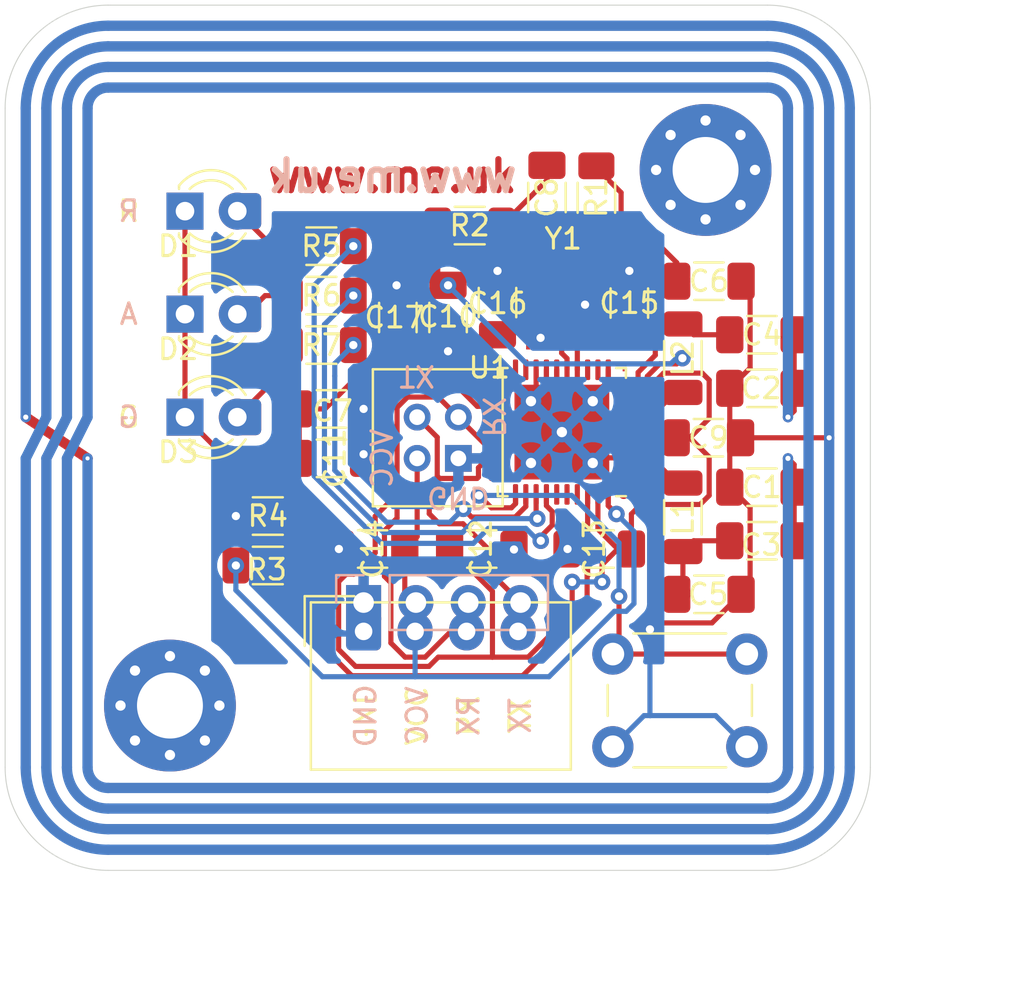
<source format=kicad_pcb>
(kicad_pcb (version 20171130) (host pcbnew "(5.1.9-0-10_14)")

  (general
    (thickness 1.6)
    (drawings 30)
    (tracks 312)
    (zones 0)
    (modules 38)
    (nets 40)
  )

  (page A4)
  (layers
    (0 F.Cu signal)
    (31 B.Cu signal)
    (32 B.Adhes user)
    (33 F.Adhes user)
    (34 B.Paste user)
    (35 F.Paste user)
    (36 B.SilkS user)
    (37 F.SilkS user)
    (38 B.Mask user)
    (39 F.Mask user)
    (40 Dwgs.User user)
    (41 Cmts.User user)
    (42 Eco1.User user)
    (43 Eco2.User user)
    (44 Edge.Cuts user)
    (45 Margin user)
    (46 B.CrtYd user)
    (47 F.CrtYd user)
    (48 B.Fab user hide)
    (49 F.Fab user hide)
  )

  (setup
    (last_trace_width 0.25)
    (trace_clearance 0.2)
    (zone_clearance 0.508)
    (zone_45_only no)
    (trace_min 0.2)
    (via_size 0.8)
    (via_drill 0.4)
    (via_min_size 0.4)
    (via_min_drill 0.3)
    (uvia_size 0.3)
    (uvia_drill 0.1)
    (uvias_allowed no)
    (uvia_min_size 0.2)
    (uvia_min_drill 0.1)
    (edge_width 0.05)
    (segment_width 0.2)
    (pcb_text_width 0.3)
    (pcb_text_size 1.5 1.5)
    (mod_edge_width 0.12)
    (mod_text_size 1 1)
    (mod_text_width 0.15)
    (pad_size 1.524 1.524)
    (pad_drill 0.762)
    (pad_to_mask_clearance 0)
    (aux_axis_origin 0 0)
    (visible_elements FFFFFF7F)
    (pcbplotparams
      (layerselection 0x010fc_ffffffff)
      (usegerberextensions false)
      (usegerberattributes true)
      (usegerberadvancedattributes true)
      (creategerberjobfile true)
      (excludeedgelayer true)
      (linewidth 0.100000)
      (plotframeref false)
      (viasonmask false)
      (mode 1)
      (useauxorigin false)
      (hpglpennumber 1)
      (hpglpenspeed 20)
      (hpglpendiameter 15.000000)
      (psnegative false)
      (psa4output false)
      (plotreference true)
      (plotvalue true)
      (plotinvisibletext false)
      (padsonsilk false)
      (subtractmaskfromsilk false)
      (outputformat 1)
      (mirror false)
      (drillshape 0)
      (scaleselection 1)
      (outputdirectory ""))
  )

  (net 0 "")
  (net 1 GND)
  (net 2 "Net-(A1-Pad1)")
  (net 3 "Net-(A1-Pad3)")
  (net 4 "Net-(C3-Pad1)")
  (net 5 "Net-(C4-Pad2)")
  (net 6 +3V3)
  (net 7 "Net-(C8-Pad2)")
  (net 8 "Net-(C8-Pad1)")
  (net 9 +5V)
  (net 10 "Net-(C15-Pad1)")
  (net 11 "Net-(C16-Pad1)")
  (net 12 "Net-(R3-Pad1)")
  (net 13 "Net-(U1-Pad37)")
  (net 14 "Net-(U1-Pad36)")
  (net 15 "Net-(U1-Pad35)")
  (net 16 "Net-(U1-Pad26)")
  (net 17 "Net-(U1-Pad24)")
  (net 18 "Net-(U1-Pad22)")
  (net 19 "Net-(U1-Pad21)")
  (net 20 "Net-(U1-Pad20)")
  (net 21 "Net-(U1-Pad19)")
  (net 22 "Net-(U1-Pad13)")
  (net 23 "Net-(U1-Pad12)")
  (net 24 "Net-(L2-Pad2)")
  (net 25 "Net-(L1-Pad1)")
  (net 26 "Net-(U1-Pad2)")
  (net 27 "Net-(J1-Pad4)")
  (net 28 "Net-(J1-Pad3)")
  (net 29 "Net-(D1-Pad2)")
  (net 30 "Net-(D2-Pad2)")
  (net 31 "Net-(D3-Pad2)")
  (net 32 "Net-(R5-Pad1)")
  (net 33 "Net-(R6-Pad1)")
  (net 34 "Net-(R7-Pad1)")
  (net 35 "Net-(C10-Pad1)")
  (net 36 "Net-(SW1-Pad2)")
  (net 37 "Net-(U1-Pad30)")
  (net 38 "Net-(U1-Pad29)")
  (net 39 "Net-(U1-Pad25)")

  (net_class Default "This is the default net class."
    (clearance 0.2)
    (trace_width 0.25)
    (via_dia 0.8)
    (via_drill 0.4)
    (uvia_dia 0.3)
    (uvia_drill 0.1)
    (add_net +3V3)
    (add_net +5V)
    (add_net GND)
    (add_net "Net-(A1-Pad1)")
    (add_net "Net-(A1-Pad3)")
    (add_net "Net-(C10-Pad1)")
    (add_net "Net-(C15-Pad1)")
    (add_net "Net-(C16-Pad1)")
    (add_net "Net-(C3-Pad1)")
    (add_net "Net-(C4-Pad2)")
    (add_net "Net-(C8-Pad1)")
    (add_net "Net-(C8-Pad2)")
    (add_net "Net-(D1-Pad2)")
    (add_net "Net-(D2-Pad2)")
    (add_net "Net-(D3-Pad2)")
    (add_net "Net-(J1-Pad3)")
    (add_net "Net-(J1-Pad4)")
    (add_net "Net-(L1-Pad1)")
    (add_net "Net-(L2-Pad2)")
    (add_net "Net-(R3-Pad1)")
    (add_net "Net-(R5-Pad1)")
    (add_net "Net-(R6-Pad1)")
    (add_net "Net-(R7-Pad1)")
    (add_net "Net-(SW1-Pad2)")
    (add_net "Net-(U1-Pad12)")
    (add_net "Net-(U1-Pad13)")
    (add_net "Net-(U1-Pad19)")
    (add_net "Net-(U1-Pad2)")
    (add_net "Net-(U1-Pad20)")
    (add_net "Net-(U1-Pad21)")
    (add_net "Net-(U1-Pad22)")
    (add_net "Net-(U1-Pad24)")
    (add_net "Net-(U1-Pad25)")
    (add_net "Net-(U1-Pad26)")
    (add_net "Net-(U1-Pad29)")
    (add_net "Net-(U1-Pad30)")
    (add_net "Net-(U1-Pad35)")
    (add_net "Net-(U1-Pad36)")
    (add_net "Net-(U1-Pad37)")
  )

  (module RevK:Crystal-3.4x2.7 (layer F.Cu) (tedit 607589C2) (tstamp 6075F391)
    (at 127.09 73.34 180)
    (path /6075CAF9)
    (fp_text reference Y1 (at 0 4) (layer F.SilkS)
      (effects (font (size 1 1) (thickness 0.15)))
    )
    (fp_text value "27.12MHz (Mouser 830053099)" (at 0 2.5) (layer F.Fab)
      (effects (font (size 1 1) (thickness 0.15)))
    )
    (fp_line (start 1.7 1.35) (end -1.7 1.35) (layer F.CrtYd) (width 0.12))
    (fp_line (start 1.7 -1.35) (end 1.7 1.35) (layer F.CrtYd) (width 0.12))
    (fp_line (start -1.7 -1.35) (end 1.7 -1.35) (layer F.CrtYd) (width 0.12))
    (fp_line (start -1.7 1.35) (end -1.7 -1.35) (layer F.CrtYd) (width 0.12))
    (pad 2 smd rect (at 1.1 -0.8 180) (size 1.4 1.15) (layers F.Cu F.Paste F.Mask)
      (net 1 GND))
    (pad 3 smd rect (at 1.1 0.8 180) (size 1.4 1.15) (layers F.Cu F.Paste F.Mask)
      (net 11 "Net-(C16-Pad1)"))
    (pad 4 smd rect (at -1.1 0.8 180) (size 1.4 1.15) (layers F.Cu F.Paste F.Mask)
      (net 1 GND))
    (pad 1 smd rect (at -1.1 -0.8 180) (size 1.4 1.15) (layers F.Cu F.Paste F.Mask)
      (net 10 "Net-(C15-Pad1)"))
  )

  (module MountingHole:MountingHole_3.2mm_M3_Pad_Via (layer F.Cu) (tedit 56DDBCCA) (tstamp 6076621C)
    (at 108 92)
    (descr "Mounting Hole 3.2mm, M3")
    (tags "mounting hole 3.2mm m3")
    (path /607A2C4F)
    (attr virtual)
    (fp_text reference H2 (at 0 -4.2) (layer F.SilkS) hide
      (effects (font (size 1 1) (thickness 0.15)))
    )
    (fp_text value MountingHole (at 0 4.2) (layer F.Fab)
      (effects (font (size 1 1) (thickness 0.15)))
    )
    (fp_circle (center 0 0) (end 3.45 0) (layer F.CrtYd) (width 0.05))
    (fp_circle (center 0 0) (end 3.2 0) (layer Cmts.User) (width 0.15))
    (fp_text user %R (at 0.3 0) (layer F.Fab)
      (effects (font (size 1 1) (thickness 0.15)))
    )
    (pad 1 thru_hole circle (at 1.697056 -1.697056) (size 0.8 0.8) (drill 0.5) (layers *.Cu *.Mask))
    (pad 1 thru_hole circle (at 0 -2.4) (size 0.8 0.8) (drill 0.5) (layers *.Cu *.Mask))
    (pad 1 thru_hole circle (at -1.697056 -1.697056) (size 0.8 0.8) (drill 0.5) (layers *.Cu *.Mask))
    (pad 1 thru_hole circle (at -2.4 0) (size 0.8 0.8) (drill 0.5) (layers *.Cu *.Mask))
    (pad 1 thru_hole circle (at -1.697056 1.697056) (size 0.8 0.8) (drill 0.5) (layers *.Cu *.Mask))
    (pad 1 thru_hole circle (at 0 2.4) (size 0.8 0.8) (drill 0.5) (layers *.Cu *.Mask))
    (pad 1 thru_hole circle (at 1.697056 1.697056) (size 0.8 0.8) (drill 0.5) (layers *.Cu *.Mask))
    (pad 1 thru_hole circle (at 2.4 0) (size 0.8 0.8) (drill 0.5) (layers *.Cu *.Mask))
    (pad 1 thru_hole circle (at 0 0) (size 6.4 6.4) (drill 3.2) (layers *.Cu *.Mask))
  )

  (module MountingHole:MountingHole_3.2mm_M3_Pad_Via (layer F.Cu) (tedit 56DDBCCA) (tstamp 60766214)
    (at 134 66)
    (descr "Mounting Hole 3.2mm, M3")
    (tags "mounting hole 3.2mm m3")
    (path /607A1F8B)
    (attr virtual)
    (fp_text reference H1 (at 0 -4.2) (layer F.SilkS) hide
      (effects (font (size 1 1) (thickness 0.15)))
    )
    (fp_text value MountingHole (at 0 4.2) (layer F.Fab)
      (effects (font (size 1 1) (thickness 0.15)))
    )
    (fp_circle (center 0 0) (end 3.45 0) (layer F.CrtYd) (width 0.05))
    (fp_circle (center 0 0) (end 3.2 0) (layer Cmts.User) (width 0.15))
    (fp_text user %R (at 0.3 0) (layer F.Fab)
      (effects (font (size 1 1) (thickness 0.15)))
    )
    (pad 1 thru_hole circle (at 1.697056 -1.697056) (size 0.8 0.8) (drill 0.5) (layers *.Cu *.Mask))
    (pad 1 thru_hole circle (at 0 -2.4) (size 0.8 0.8) (drill 0.5) (layers *.Cu *.Mask))
    (pad 1 thru_hole circle (at -1.697056 -1.697056) (size 0.8 0.8) (drill 0.5) (layers *.Cu *.Mask))
    (pad 1 thru_hole circle (at -2.4 0) (size 0.8 0.8) (drill 0.5) (layers *.Cu *.Mask))
    (pad 1 thru_hole circle (at -1.697056 1.697056) (size 0.8 0.8) (drill 0.5) (layers *.Cu *.Mask))
    (pad 1 thru_hole circle (at 0 2.4) (size 0.8 0.8) (drill 0.5) (layers *.Cu *.Mask))
    (pad 1 thru_hole circle (at 1.697056 1.697056) (size 0.8 0.8) (drill 0.5) (layers *.Cu *.Mask))
    (pad 1 thru_hole circle (at 2.4 0) (size 0.8 0.8) (drill 0.5) (layers *.Cu *.Mask))
    (pad 1 thru_hole circle (at 0 0) (size 6.4 6.4) (drill 3.2) (layers *.Cu *.Mask))
  )

  (module RevK:PN532-Antenna (layer B.Cu) (tedit 60743FED) (tstamp 60758FEE)
    (at 100 58)
    (path /6074E4EC)
    (fp_text reference A1 (at 3 20) (layer B.SilkS) hide
      (effects (font (size 1 1) (thickness 0.15)) (justify mirror))
    )
    (fp_text value PN532-Antenna (at 34 -1) (layer B.Fab)
      (effects (font (size 1 1) (thickness 0.15)) (justify mirror))
    )
    (fp_line (start 4 22) (end 1 20) (layer F.Cu) (width 0.5))
    (fp_line (start 1 5) (end 1 20) (layer B.Cu) (width 0.5))
    (fp_line (start 2 20) (end 2 5) (layer B.Cu) (width 0.5))
    (fp_line (start 1 22) (end 2 20) (layer B.Cu) (width 0.5))
    (fp_line (start 1 37) (end 1 22) (layer B.Cu) (width 0.5))
    (fp_line (start 3 20) (end 3 5) (layer B.Cu) (width 0.5))
    (fp_line (start 2 22) (end 3 20) (layer B.Cu) (width 0.5))
    (fp_line (start 2 37) (end 2 22) (layer B.Cu) (width 0.5))
    (fp_line (start 4 20) (end 4 5) (layer B.Cu) (width 0.5))
    (fp_line (start 3 22) (end 4 20) (layer B.Cu) (width 0.5))
    (fp_line (start 3 37) (end 3 22) (layer B.Cu) (width 0.5))
    (fp_line (start 4 37) (end 4 22) (layer B.Cu) (width 0.5))
    (fp_line (start 37 4) (end 5 4) (layer B.Cu) (width 0.5))
    (fp_line (start 38 5) (end 38 20) (layer B.Cu) (width 0.5))
    (fp_line (start 38 37) (end 38 22) (layer B.Cu) (width 0.5))
    (fp_line (start 5 38) (end 37 38) (layer B.Cu) (width 0.5))
    (fp_line (start 37 3) (end 5 3) (layer B.Cu) (width 0.5))
    (fp_line (start 39 37) (end 39 5) (layer B.Cu) (width 0.5))
    (fp_line (start 5 39) (end 37 39) (layer B.Cu) (width 0.5))
    (fp_line (start 37 40) (end 5 40) (layer B.Cu) (width 0.5))
    (fp_line (start 37 2) (end 5 2) (layer B.Cu) (width 0.5))
    (fp_line (start 40 37) (end 40 5) (layer B.Cu) (width 0.5))
    (fp_line (start 37 1) (end 5 1) (layer B.Cu) (width 0.5))
    (fp_line (start 41 37) (end 41 5) (layer B.Cu) (width 0.5))
    (fp_line (start 5 41) (end 37 41) (layer B.Cu) (width 0.5))
    (fp_line (start 5 0) (end 37 0) (layer Dwgs.User) (width 0.12))
    (fp_line (start 42 5) (end 42 37) (layer Dwgs.User) (width 0.12))
    (fp_line (start 37 42) (end 5 42) (layer Dwgs.User) (width 0.12))
    (fp_line (start 0 37) (end 0 5) (layer Dwgs.User) (width 0.12))
    (fp_arc (start 37 5) (end 37 0) (angle 90) (layer Dwgs.User) (width 0.12))
    (fp_arc (start 5 5) (end 0 5) (angle 90) (layer Dwgs.User) (width 0.12))
    (fp_arc (start 5 37) (end 5 42) (angle 90) (layer Dwgs.User) (width 0.12))
    (fp_arc (start 37 37) (end 42 37) (angle 90) (layer Dwgs.User) (width 0.12))
    (fp_arc (start 5 5) (end 1 5) (angle 90) (layer B.Cu) (width 0.5))
    (fp_arc (start 5 5) (end 2 5) (angle 90) (layer B.Cu) (width 0.5))
    (fp_arc (start 5 5) (end 3 5) (angle 90) (layer B.Cu) (width 0.5))
    (fp_arc (start 5 5) (end 4 5) (angle 90) (layer B.Cu) (width 0.5))
    (fp_arc (start 5 37) (end 5 41) (angle 90) (layer B.Cu) (width 0.5))
    (fp_arc (start 5 37) (end 5 40) (angle 90) (layer B.Cu) (width 0.5))
    (fp_arc (start 5 37) (end 5 39) (angle 90) (layer B.Cu) (width 0.5))
    (fp_arc (start 5 37) (end 5 38) (angle 90) (layer B.Cu) (width 0.5))
    (fp_arc (start 37 5) (end 37 1) (angle 90) (layer B.Cu) (width 0.5))
    (fp_arc (start 37 5) (end 37 2) (angle 90) (layer B.Cu) (width 0.5))
    (fp_arc (start 37 5) (end 37 3) (angle 90) (layer B.Cu) (width 0.5))
    (fp_arc (start 37 5) (end 37 4) (angle 90) (layer B.Cu) (width 0.5))
    (fp_arc (start 37 37) (end 41 37) (angle 90) (layer B.Cu) (width 0.5))
    (fp_arc (start 37 37) (end 40 37) (angle 90) (layer B.Cu) (width 0.5))
    (fp_arc (start 37 37) (end 39 37) (angle 90) (layer B.Cu) (width 0.5))
    (fp_arc (start 37 37) (end 38 37) (angle 90) (layer B.Cu) (width 0.5))
    (pad ~ thru_hole circle (at 1 20) (size 0.5 0.5) (drill 0.25) (layers *.Cu *.Mask))
    (pad ~ thru_hole circle (at 4 22) (size 0.5 0.5) (drill 0.2) (layers *.Cu *.Mask))
    (pad 3 thru_hole circle (at 38 20) (size 0.5 0.5) (drill 0.25) (layers *.Cu *.Mask)
      (net 3 "Net-(A1-Pad3)"))
    (pad 1 thru_hole circle (at 38 22) (size 0.5 0.5) (drill 0.25) (layers *.Cu *.Mask)
      (net 2 "Net-(A1-Pad1)"))
    (pad 2 thru_hole circle (at 40 21) (size 0.5 0.5) (drill 0.25) (layers *.Cu *.Mask)
      (net 1 GND))
  )

  (module RevK:LED_D3.0mm_and_SMD (layer F.Cu) (tedit 60753B98) (tstamp 60745BB3)
    (at 110 78)
    (descr "LED, diameter 3.0mm, 2 pins")
    (tags "LED diameter 3.0mm 2 pins")
    (path /607EB52D)
    (fp_text reference D3 (at -1.6 1.7) (layer F.SilkS)
      (effects (font (size 1 1) (thickness 0.15)))
    )
    (fp_text value GREEN (at 1.27 2.96) (layer F.Fab)
      (effects (font (size 1 1) (thickness 0.15)))
    )
    (fp_line (start 1.83 -0.8) (end -0.97 -0.8) (layer F.Fab) (width 0.1))
    (fp_line (start -0.97 -0.8) (end -1.37 -0.4) (layer F.Fab) (width 0.1))
    (fp_line (start -1.37 -0.4) (end -1.37 0.8) (layer F.Fab) (width 0.1))
    (fp_line (start -1.37 0.8) (end 1.83 0.8) (layer F.Fab) (width 0.1))
    (fp_line (start 1.83 0.8) (end 1.83 -0.8) (layer F.Fab) (width 0.1))
    (fp_line (start 2.68 -1.12) (end 2.68 1.12) (layer F.CrtYd) (width 0.05))
    (fp_line (start 1.83 -0.8) (end -0.97 -0.8) (layer F.Fab) (width 0.1))
    (fp_line (start -0.97 -0.8) (end -1.37 -0.4) (layer F.Fab) (width 0.1))
    (fp_line (start -1.37 -0.4) (end -1.37 0.8) (layer F.Fab) (width 0.1))
    (fp_line (start -1.37 0.8) (end 1.83 0.8) (layer F.Fab) (width 0.1))
    (fp_line (start 1.83 0.8) (end 1.83 -0.8) (layer F.Fab) (width 0.1))
    (fp_circle (center 0 0) (end 1.5 0) (layer F.Fab) (width 0.1))
    (fp_line (start -1.5 -1.16619) (end -1.5 1.16619) (layer F.Fab) (width 0.1))
    (fp_line (start -1.56 -1.236) (end -1.56 -1.08) (layer F.SilkS) (width 0.12))
    (fp_line (start -1.56 1.08) (end -1.56 1.236) (layer F.SilkS) (width 0.12))
    (fp_line (start -2.42 -2.25) (end -2.42 2.25) (layer F.CrtYd) (width 0.05))
    (fp_line (start -2.42 2.25) (end 2.43 2.25) (layer F.CrtYd) (width 0.05))
    (fp_line (start 2.43 2.25) (end 2.43 1.12) (layer F.CrtYd) (width 0.05))
    (fp_line (start 2.43 -2.25) (end -2.42 -2.25) (layer F.CrtYd) (width 0.05))
    (fp_line (start 2.68 -1.12) (end 2.43 -1.12) (layer F.CrtYd) (width 0.05))
    (fp_line (start 2.68 1.12) (end 2.43 1.12) (layer F.CrtYd) (width 0.05))
    (fp_line (start 2.43 -1.12) (end 2.43 -2.25) (layer F.CrtYd) (width 0.05))
    (fp_arc (start 0 0) (end -1.040961 1.08) (angle -87.9) (layer F.SilkS) (width 0.12))
    (fp_arc (start 0 0) (end -1.040961 -1.08) (angle 87.9) (layer F.SilkS) (width 0.12))
    (fp_arc (start 0 0) (end -1.56 1.235516) (angle -108.8) (layer F.SilkS) (width 0.12))
    (fp_arc (start 0 0) (end -1.56 -1.235516) (angle 108.8) (layer F.SilkS) (width 0.12))
    (fp_arc (start 0 0) (end -1.5 -1.16619) (angle 284.3) (layer F.Fab) (width 0.1))
    (pad 2 smd roundrect (at 1.7175 0) (size 1.425 1.75) (layers B.Cu B.Paste B.Mask) (roundrect_rratio 0.174999298245614)
      (net 31 "Net-(D3-Pad2)"))
    (pad 1 smd roundrect (at -1.2575 0) (size 1.425 1.75) (layers B.Cu B.Paste B.Mask) (roundrect_rratio 0.174999298245614)
      (net 1 GND))
    (pad 2 smd roundrect (at 1.7175 0) (size 1.425 1.75) (layers F.Cu F.Paste F.Mask) (roundrect_rratio 0.1754385964912281)
      (net 31 "Net-(D3-Pad2)"))
    (pad 1 smd roundrect (at -1.2575 0) (size 1.425 1.75) (layers F.Cu F.Paste F.Mask) (roundrect_rratio 0.1754385964912281)
      (net 1 GND))
    (pad 2 thru_hole circle (at 1.27 0) (size 1.8 1.8) (drill 0.9) (layers *.Cu *.Mask)
      (net 31 "Net-(D3-Pad2)"))
    (pad 1 thru_hole rect (at -1.27 0) (size 1.8 1.8) (drill 0.9) (layers *.Cu *.Mask)
      (net 1 GND))
    (model ${KISYS3DMOD}/LED_THT.3dshapes/LED_D3.0mm.wrl
      (offset (xyz -1.27 0 0))
      (scale (xyz 1 1 1))
      (rotate (xyz 0 0 0))
    )
  )

  (module RevK:LED_D3.0mm_and_SMD (layer F.Cu) (tedit 60753B98) (tstamp 60745BA0)
    (at 110 73)
    (descr "LED, diameter 3.0mm, 2 pins")
    (tags "LED diameter 3.0mm 2 pins")
    (path /607EAF87)
    (fp_text reference D2 (at -1.6 1.7) (layer F.SilkS)
      (effects (font (size 1 1) (thickness 0.15)))
    )
    (fp_text value AMBER (at 1.27 2.96) (layer F.Fab)
      (effects (font (size 1 1) (thickness 0.15)))
    )
    (fp_line (start 1.83 -0.8) (end -0.97 -0.8) (layer F.Fab) (width 0.1))
    (fp_line (start -0.97 -0.8) (end -1.37 -0.4) (layer F.Fab) (width 0.1))
    (fp_line (start -1.37 -0.4) (end -1.37 0.8) (layer F.Fab) (width 0.1))
    (fp_line (start -1.37 0.8) (end 1.83 0.8) (layer F.Fab) (width 0.1))
    (fp_line (start 1.83 0.8) (end 1.83 -0.8) (layer F.Fab) (width 0.1))
    (fp_line (start 2.68 -1.12) (end 2.68 1.12) (layer F.CrtYd) (width 0.05))
    (fp_line (start 1.83 -0.8) (end -0.97 -0.8) (layer F.Fab) (width 0.1))
    (fp_line (start -0.97 -0.8) (end -1.37 -0.4) (layer F.Fab) (width 0.1))
    (fp_line (start -1.37 -0.4) (end -1.37 0.8) (layer F.Fab) (width 0.1))
    (fp_line (start -1.37 0.8) (end 1.83 0.8) (layer F.Fab) (width 0.1))
    (fp_line (start 1.83 0.8) (end 1.83 -0.8) (layer F.Fab) (width 0.1))
    (fp_circle (center 0 0) (end 1.5 0) (layer F.Fab) (width 0.1))
    (fp_line (start -1.5 -1.16619) (end -1.5 1.16619) (layer F.Fab) (width 0.1))
    (fp_line (start -1.56 -1.236) (end -1.56 -1.08) (layer F.SilkS) (width 0.12))
    (fp_line (start -1.56 1.08) (end -1.56 1.236) (layer F.SilkS) (width 0.12))
    (fp_line (start -2.42 -2.25) (end -2.42 2.25) (layer F.CrtYd) (width 0.05))
    (fp_line (start -2.42 2.25) (end 2.43 2.25) (layer F.CrtYd) (width 0.05))
    (fp_line (start 2.43 2.25) (end 2.43 1.12) (layer F.CrtYd) (width 0.05))
    (fp_line (start 2.43 -2.25) (end -2.42 -2.25) (layer F.CrtYd) (width 0.05))
    (fp_line (start 2.68 -1.12) (end 2.43 -1.12) (layer F.CrtYd) (width 0.05))
    (fp_line (start 2.68 1.12) (end 2.43 1.12) (layer F.CrtYd) (width 0.05))
    (fp_line (start 2.43 -1.12) (end 2.43 -2.25) (layer F.CrtYd) (width 0.05))
    (fp_arc (start 0 0) (end -1.040961 1.08) (angle -87.9) (layer F.SilkS) (width 0.12))
    (fp_arc (start 0 0) (end -1.040961 -1.08) (angle 87.9) (layer F.SilkS) (width 0.12))
    (fp_arc (start 0 0) (end -1.56 1.235516) (angle -108.8) (layer F.SilkS) (width 0.12))
    (fp_arc (start 0 0) (end -1.56 -1.235516) (angle 108.8) (layer F.SilkS) (width 0.12))
    (fp_arc (start 0 0) (end -1.5 -1.16619) (angle 284.3) (layer F.Fab) (width 0.1))
    (pad 2 smd roundrect (at 1.7175 0) (size 1.425 1.75) (layers B.Cu B.Paste B.Mask) (roundrect_rratio 0.174999298245614)
      (net 30 "Net-(D2-Pad2)"))
    (pad 1 smd roundrect (at -1.2575 0) (size 1.425 1.75) (layers B.Cu B.Paste B.Mask) (roundrect_rratio 0.174999298245614)
      (net 1 GND))
    (pad 2 smd roundrect (at 1.7175 0) (size 1.425 1.75) (layers F.Cu F.Paste F.Mask) (roundrect_rratio 0.1754385964912281)
      (net 30 "Net-(D2-Pad2)"))
    (pad 1 smd roundrect (at -1.2575 0) (size 1.425 1.75) (layers F.Cu F.Paste F.Mask) (roundrect_rratio 0.1754385964912281)
      (net 1 GND))
    (pad 2 thru_hole circle (at 1.27 0) (size 1.8 1.8) (drill 0.9) (layers *.Cu *.Mask)
      (net 30 "Net-(D2-Pad2)"))
    (pad 1 thru_hole rect (at -1.27 0) (size 1.8 1.8) (drill 0.9) (layers *.Cu *.Mask)
      (net 1 GND))
    (model ${KISYS3DMOD}/LED_THT.3dshapes/LED_D3.0mm.wrl
      (offset (xyz -1.27 0 0))
      (scale (xyz 1 1 1))
      (rotate (xyz 0 0 0))
    )
  )

  (module RevK:LED_D3.0mm_and_SMD (layer F.Cu) (tedit 60753B98) (tstamp 6075CDE2)
    (at 110 68)
    (descr "LED, diameter 3.0mm, 2 pins")
    (tags "LED diameter 3.0mm 2 pins")
    (path /607E9287)
    (fp_text reference D1 (at -1.6 1.7) (layer F.SilkS)
      (effects (font (size 1 1) (thickness 0.15)))
    )
    (fp_text value RED (at 1.27 2.96) (layer F.Fab)
      (effects (font (size 1 1) (thickness 0.15)))
    )
    (fp_line (start 1.83 -0.8) (end -0.97 -0.8) (layer F.Fab) (width 0.1))
    (fp_line (start -0.97 -0.8) (end -1.37 -0.4) (layer F.Fab) (width 0.1))
    (fp_line (start -1.37 -0.4) (end -1.37 0.8) (layer F.Fab) (width 0.1))
    (fp_line (start -1.37 0.8) (end 1.83 0.8) (layer F.Fab) (width 0.1))
    (fp_line (start 1.83 0.8) (end 1.83 -0.8) (layer F.Fab) (width 0.1))
    (fp_line (start 2.68 -1.12) (end 2.68 1.12) (layer F.CrtYd) (width 0.05))
    (fp_line (start 1.83 -0.8) (end -0.97 -0.8) (layer F.Fab) (width 0.1))
    (fp_line (start -0.97 -0.8) (end -1.37 -0.4) (layer F.Fab) (width 0.1))
    (fp_line (start -1.37 -0.4) (end -1.37 0.8) (layer F.Fab) (width 0.1))
    (fp_line (start -1.37 0.8) (end 1.83 0.8) (layer F.Fab) (width 0.1))
    (fp_line (start 1.83 0.8) (end 1.83 -0.8) (layer F.Fab) (width 0.1))
    (fp_circle (center 0 0) (end 1.5 0) (layer F.Fab) (width 0.1))
    (fp_line (start -1.5 -1.16619) (end -1.5 1.16619) (layer F.Fab) (width 0.1))
    (fp_line (start -1.56 -1.236) (end -1.56 -1.08) (layer F.SilkS) (width 0.12))
    (fp_line (start -1.56 1.08) (end -1.56 1.236) (layer F.SilkS) (width 0.12))
    (fp_line (start -2.42 -2.25) (end -2.42 2.25) (layer F.CrtYd) (width 0.05))
    (fp_line (start -2.42 2.25) (end 2.43 2.25) (layer F.CrtYd) (width 0.05))
    (fp_line (start 2.43 2.25) (end 2.43 1.12) (layer F.CrtYd) (width 0.05))
    (fp_line (start 2.43 -2.25) (end -2.42 -2.25) (layer F.CrtYd) (width 0.05))
    (fp_line (start 2.68 -1.12) (end 2.43 -1.12) (layer F.CrtYd) (width 0.05))
    (fp_line (start 2.68 1.12) (end 2.43 1.12) (layer F.CrtYd) (width 0.05))
    (fp_line (start 2.43 -1.12) (end 2.43 -2.25) (layer F.CrtYd) (width 0.05))
    (fp_arc (start 0 0) (end -1.040961 1.08) (angle -87.9) (layer F.SilkS) (width 0.12))
    (fp_arc (start 0 0) (end -1.040961 -1.08) (angle 87.9) (layer F.SilkS) (width 0.12))
    (fp_arc (start 0 0) (end -1.56 1.235516) (angle -108.8) (layer F.SilkS) (width 0.12))
    (fp_arc (start 0 0) (end -1.56 -1.235516) (angle 108.8) (layer F.SilkS) (width 0.12))
    (fp_arc (start 0 0) (end -1.5 -1.16619) (angle 284.3) (layer F.Fab) (width 0.1))
    (pad 2 smd roundrect (at 1.7175 0) (size 1.425 1.75) (layers B.Cu B.Paste B.Mask) (roundrect_rratio 0.174999298245614)
      (net 29 "Net-(D1-Pad2)"))
    (pad 1 smd roundrect (at -1.2575 0) (size 1.425 1.75) (layers B.Cu B.Paste B.Mask) (roundrect_rratio 0.174999298245614)
      (net 1 GND))
    (pad 2 smd roundrect (at 1.7175 0) (size 1.425 1.75) (layers F.Cu F.Paste F.Mask) (roundrect_rratio 0.1754385964912281)
      (net 29 "Net-(D1-Pad2)"))
    (pad 1 smd roundrect (at -1.2575 0) (size 1.425 1.75) (layers F.Cu F.Paste F.Mask) (roundrect_rratio 0.1754385964912281)
      (net 1 GND))
    (pad 2 thru_hole circle (at 1.27 0) (size 1.8 1.8) (drill 0.9) (layers *.Cu *.Mask)
      (net 29 "Net-(D1-Pad2)"))
    (pad 1 thru_hole rect (at -1.27 0) (size 1.8 1.8) (drill 0.9) (layers *.Cu *.Mask)
      (net 1 GND))
    (model ${KISYS3DMOD}/LED_THT.3dshapes/LED_D3.0mm.wrl
      (offset (xyz -1.27 0 0))
      (scale (xyz 1 1 1))
      (rotate (xyz 0 0 0))
    )
  )

  (module Button_Switch_THT:SW_PUSH_6mm (layer F.Cu) (tedit 5A02FE31) (tstamp 6076A928)
    (at 136 94 180)
    (descr https://www.omron.com/ecb/products/pdf/en-b3f.pdf)
    (tags "tact sw push 6mm")
    (path /6076E91E)
    (fp_text reference SW1 (at 3.25 -2) (layer F.SilkS) hide
      (effects (font (size 1 1) (thickness 0.15)))
    )
    (fp_text value TAMPER (at 3.75 6.7) (layer F.Fab)
      (effects (font (size 1 1) (thickness 0.15)))
    )
    (fp_circle (center 3.25 2.25) (end 1.25 2.5) (layer F.Fab) (width 0.1))
    (fp_line (start 6.75 3) (end 6.75 1.5) (layer F.SilkS) (width 0.12))
    (fp_line (start 5.5 -1) (end 1 -1) (layer F.SilkS) (width 0.12))
    (fp_line (start -0.25 1.5) (end -0.25 3) (layer F.SilkS) (width 0.12))
    (fp_line (start 1 5.5) (end 5.5 5.5) (layer F.SilkS) (width 0.12))
    (fp_line (start 8 -1.25) (end 8 5.75) (layer F.CrtYd) (width 0.05))
    (fp_line (start 7.75 6) (end -1.25 6) (layer F.CrtYd) (width 0.05))
    (fp_line (start -1.5 5.75) (end -1.5 -1.25) (layer F.CrtYd) (width 0.05))
    (fp_line (start -1.25 -1.5) (end 7.75 -1.5) (layer F.CrtYd) (width 0.05))
    (fp_line (start -1.5 6) (end -1.25 6) (layer F.CrtYd) (width 0.05))
    (fp_line (start -1.5 5.75) (end -1.5 6) (layer F.CrtYd) (width 0.05))
    (fp_line (start -1.5 -1.5) (end -1.25 -1.5) (layer F.CrtYd) (width 0.05))
    (fp_line (start -1.5 -1.25) (end -1.5 -1.5) (layer F.CrtYd) (width 0.05))
    (fp_line (start 8 -1.5) (end 8 -1.25) (layer F.CrtYd) (width 0.05))
    (fp_line (start 7.75 -1.5) (end 8 -1.5) (layer F.CrtYd) (width 0.05))
    (fp_line (start 8 6) (end 8 5.75) (layer F.CrtYd) (width 0.05))
    (fp_line (start 7.75 6) (end 8 6) (layer F.CrtYd) (width 0.05))
    (fp_line (start 0.25 -0.75) (end 3.25 -0.75) (layer F.Fab) (width 0.1))
    (fp_line (start 0.25 5.25) (end 0.25 -0.75) (layer F.Fab) (width 0.1))
    (fp_line (start 6.25 5.25) (end 0.25 5.25) (layer F.Fab) (width 0.1))
    (fp_line (start 6.25 -0.75) (end 6.25 5.25) (layer F.Fab) (width 0.1))
    (fp_line (start 3.25 -0.75) (end 6.25 -0.75) (layer F.Fab) (width 0.1))
    (fp_text user %R (at 3.25 2.25) (layer F.Fab)
      (effects (font (size 1 1) (thickness 0.15)))
    )
    (pad 1 thru_hole circle (at 6.5 0 270) (size 2 2) (drill 1.1) (layers *.Cu *.Mask)
      (net 1 GND))
    (pad 2 thru_hole circle (at 6.5 4.5 270) (size 2 2) (drill 1.1) (layers *.Cu *.Mask)
      (net 36 "Net-(SW1-Pad2)"))
    (pad 1 thru_hole circle (at 0 0 270) (size 2 2) (drill 1.1) (layers *.Cu *.Mask)
      (net 1 GND))
    (pad 2 thru_hole circle (at 0 4.5 270) (size 2 2) (drill 1.1) (layers *.Cu *.Mask)
      (net 36 "Net-(SW1-Pad2)"))
    (model ${KISYS3DMOD}/Button_Switch_THT.3dshapes/SW_PUSH_6mm.wrl
      (at (xyz 0 0 0))
      (scale (xyz 1 1 1))
      (rotate (xyz 0 0 0))
    )
  )

  (module "RevK:QFN-40-(hand)-1EP_6x6mm_P0.5mm_EP4.6x4.6mm" (layer F.Cu) (tedit 6074666D) (tstamp 60752112)
    (at 127.025 78.725 180)
    (descr "QFN, 40 Pin (http://ww1.microchip.com/downloads/en/PackagingSpec/00000049BQ.pdf#page=295), generated with kicad-footprint-generator ipc_noLead_generator.py")
    (tags "QFN NoLead")
    (path /60753706)
    (attr smd)
    (fp_text reference U1 (at 3.525 3.125) (layer F.SilkS)
      (effects (font (size 1 1) (thickness 0.15)))
    )
    (fp_text value PN532 (at 0 4.3) (layer F.Fab)
      (effects (font (size 1 1) (thickness 0.15)))
    )
    (fp_line (start 3.6 -3.6) (end -3.6 -3.6) (layer F.CrtYd) (width 0.05))
    (fp_line (start 3.6 3.6) (end 3.6 -3.6) (layer F.CrtYd) (width 0.05))
    (fp_line (start -3.6 3.6) (end 3.6 3.6) (layer F.CrtYd) (width 0.05))
    (fp_line (start -3.6 -3.6) (end -3.6 3.6) (layer F.CrtYd) (width 0.05))
    (fp_line (start -3 -2) (end -2 -3) (layer F.Fab) (width 0.1))
    (fp_line (start -3 3) (end -3 -2) (layer F.Fab) (width 0.1))
    (fp_line (start 3 3) (end -3 3) (layer F.Fab) (width 0.1))
    (fp_line (start 3 -3) (end 3 3) (layer F.Fab) (width 0.1))
    (fp_line (start -2 -3) (end 3 -3) (layer F.Fab) (width 0.1))
    (fp_line (start -2.635 -3.11) (end -3.11 -3.11) (layer F.SilkS) (width 0.12))
    (fp_line (start 3.11 3.11) (end 3.11 2.635) (layer F.SilkS) (width 0.12))
    (fp_line (start 2.635 3.11) (end 3.11 3.11) (layer F.SilkS) (width 0.12))
    (fp_line (start -3.11 3.11) (end -3.11 2.635) (layer F.SilkS) (width 0.12))
    (fp_line (start -2.635 3.11) (end -3.11 3.11) (layer F.SilkS) (width 0.12))
    (fp_line (start 3.11 -3.11) (end 3.11 -2.635) (layer F.SilkS) (width 0.12))
    (fp_line (start 2.635 -3.11) (end 3.11 -3.11) (layer F.SilkS) (width 0.12))
    (fp_text user %R (at 0 0) (layer F.Fab)
      (effects (font (size 1 1) (thickness 0.15)))
    )
    (pad 41 thru_hole circle (at 0 0 180) (size 1 1) (drill 0.5) (layers *.Cu *.Mask)
      (net 1 GND) (clearance 0.5))
    (pad 41 thru_hole circle (at -1.5 1.5 180) (size 1 1) (drill 0.5) (layers *.Cu *.Mask)
      (net 1 GND) (clearance 0.5))
    (pad 41 thru_hole circle (at 1.5 1.5 180) (size 1 1) (drill 0.5) (layers *.Cu *.Mask)
      (net 1 GND) (clearance 0.5))
    (pad 41 thru_hole circle (at 1.5 -1.5 180) (size 1 1) (drill 0.5) (layers *.Cu *.Mask)
      (net 1 GND) (clearance 0.5))
    (pad 41 thru_hole circle (at -1.5 -1.5 180) (size 1 1) (drill 0.5) (layers *.Cu *.Mask)
      (net 1 GND) (clearance 0.5))
    (pad ~ smd circle (at -3 -3 180) (size 0.5 0.5) (layers F.Cu F.Paste F.Mask))
    (pad ~ smd rect (at -3 -3 180) (size 0.1 0.1) (layers F.Cu F.Paste F.Mask)
      (clearance 0.5))
    (pad ~ smd rect (at 3 -3 180) (size 0.1 0.1) (layers F.Cu F.Paste F.Mask)
      (clearance 0.5))
    (pad ~ smd rect (at 3 3 180) (size 0.1 0.1) (layers F.Cu F.Paste F.Mask)
      (clearance 0.5))
    (pad ~ smd rect (at -3 3 180) (size 0.1 0.1) (layers F.Cu F.Paste F.Mask)
      (clearance 0.5))
    (pad "" smd roundrect (at 1.725 1.725 180) (size 0.93 0.93) (layers F.Paste) (roundrect_rratio 0.25))
    (pad "" smd roundrect (at 1.725 0.575 180) (size 0.93 0.93) (layers F.Paste) (roundrect_rratio 0.25))
    (pad "" smd roundrect (at 1.725 -0.575 180) (size 0.93 0.93) (layers F.Paste) (roundrect_rratio 0.25))
    (pad "" smd roundrect (at 1.725 -1.725 180) (size 0.93 0.93) (layers F.Paste) (roundrect_rratio 0.25))
    (pad "" smd roundrect (at 0.575 1.725 180) (size 0.93 0.93) (layers F.Paste) (roundrect_rratio 0.25))
    (pad "" smd roundrect (at 0.575 0.575 180) (size 0.93 0.93) (layers F.Paste) (roundrect_rratio 0.25))
    (pad "" smd roundrect (at 0.575 -0.575 180) (size 0.93 0.93) (layers F.Paste) (roundrect_rratio 0.25))
    (pad "" smd roundrect (at 0.575 -1.725 180) (size 0.93 0.93) (layers F.Paste) (roundrect_rratio 0.25))
    (pad "" smd roundrect (at -0.575 1.725 180) (size 0.93 0.93) (layers F.Paste) (roundrect_rratio 0.25))
    (pad "" smd roundrect (at -0.575 0.575 180) (size 0.93 0.93) (layers F.Paste) (roundrect_rratio 0.25))
    (pad "" smd roundrect (at -0.575 -0.575 180) (size 0.93 0.93) (layers F.Paste) (roundrect_rratio 0.25))
    (pad "" smd roundrect (at -0.575 -1.725 180) (size 0.93 0.93) (layers F.Paste) (roundrect_rratio 0.25))
    (pad "" smd roundrect (at -1.725 1.725 180) (size 0.93 0.93) (layers F.Paste) (roundrect_rratio 0.25))
    (pad "" smd roundrect (at -1.725 0.575 180) (size 0.93 0.93) (layers F.Paste) (roundrect_rratio 0.25))
    (pad "" smd roundrect (at -1.725 -0.575 180) (size 0.93 0.93) (layers F.Paste) (roundrect_rratio 0.25))
    (pad "" smd roundrect (at -1.725 -1.725 180) (size 0.93 0.93) (layers F.Paste) (roundrect_rratio 0.25))
    (pad 41 smd rect (at 0 0 180) (size 4.6 4.6) (layers F.Cu F.Mask)
      (net 1 GND))
    (pad 40 smd roundrect (at -2.25 -3.025 180) (size 0.25 1) (layers F.Cu F.Paste F.Mask) (roundrect_rratio 0.25)
      (net 9 +5V))
    (pad 39 smd roundrect (at -1.75 -3.025 180) (size 0.25 1) (layers F.Cu F.Paste F.Mask) (roundrect_rratio 0.25)
      (net 6 +3V3))
    (pad 38 smd roundrect (at -1.25 -3.025 180) (size 0.25 1) (layers F.Cu F.Paste F.Mask) (roundrect_rratio 0.25)
      (net 12 "Net-(R3-Pad1)"))
    (pad 37 smd roundrect (at -0.75 -3.025 180) (size 0.25 1) (layers F.Cu F.Paste F.Mask) (roundrect_rratio 0.25)
      (net 13 "Net-(U1-Pad37)"))
    (pad 36 smd roundrect (at -0.25 -3.025 180) (size 0.25 1) (layers F.Cu F.Paste F.Mask) (roundrect_rratio 0.25)
      (net 14 "Net-(U1-Pad36)"))
    (pad 35 smd roundrect (at 0.25 -3.025 180) (size 0.25 1) (layers F.Cu F.Paste F.Mask) (roundrect_rratio 0.25)
      (net 15 "Net-(U1-Pad35)"))
    (pad 34 smd roundrect (at 0.75 -3.025 180) (size 0.25 1) (layers F.Cu F.Paste F.Mask) (roundrect_rratio 0.25)
      (net 32 "Net-(R5-Pad1)"))
    (pad 33 smd roundrect (at 1.25 -3.025 180) (size 0.25 1) (layers F.Cu F.Paste F.Mask) (roundrect_rratio 0.25)
      (net 33 "Net-(R6-Pad1)"))
    (pad 32 smd roundrect (at 1.75 -3.025 180) (size 0.25 1) (layers F.Cu F.Paste F.Mask) (roundrect_rratio 0.25)
      (net 34 "Net-(R7-Pad1)"))
    (pad 31 smd roundrect (at 2.25 -3.025 180) (size 0.25 1) (layers F.Cu F.Paste F.Mask) (roundrect_rratio 0.25)
      (net 36 "Net-(SW1-Pad2)"))
    (pad 30 smd roundrect (at 3.025 -2.25 180) (size 1 0.25) (layers F.Cu F.Paste F.Mask) (roundrect_rratio 0.25)
      (net 37 "Net-(U1-Pad30)"))
    (pad 29 smd roundrect (at 3.025 -1.75 180) (size 1 0.25) (layers F.Cu F.Paste F.Mask) (roundrect_rratio 0.25)
      (net 38 "Net-(U1-Pad29)"))
    (pad 28 smd roundrect (at 3.025 -1.25 180) (size 1 0.25) (layers F.Cu F.Paste F.Mask) (roundrect_rratio 0.25)
      (net 27 "Net-(J1-Pad4)"))
    (pad 27 smd roundrect (at 3.025 -0.75 180) (size 1 0.25) (layers F.Cu F.Paste F.Mask) (roundrect_rratio 0.25)
      (net 28 "Net-(J1-Pad3)"))
    (pad 26 smd roundrect (at 3.025 -0.25 180) (size 1 0.25) (layers F.Cu F.Paste F.Mask) (roundrect_rratio 0.25)
      (net 16 "Net-(U1-Pad26)"))
    (pad 25 smd roundrect (at 3.025 0.25 180) (size 1 0.25) (layers F.Cu F.Paste F.Mask) (roundrect_rratio 0.25)
      (net 39 "Net-(U1-Pad25)"))
    (pad 24 smd roundrect (at 3.025 0.75 180) (size 1 0.25) (layers F.Cu F.Paste F.Mask) (roundrect_rratio 0.25)
      (net 17 "Net-(U1-Pad24)"))
    (pad 23 smd roundrect (at 3.025 1.25 180) (size 1 0.25) (layers F.Cu F.Paste F.Mask) (roundrect_rratio 0.25)
      (net 6 +3V3))
    (pad 22 smd roundrect (at 3.025 1.75 180) (size 1 0.25) (layers F.Cu F.Paste F.Mask) (roundrect_rratio 0.25)
      (net 18 "Net-(U1-Pad22)"))
    (pad 21 smd roundrect (at 3.025 2.25 180) (size 1 0.25) (layers F.Cu F.Paste F.Mask) (roundrect_rratio 0.25)
      (net 19 "Net-(U1-Pad21)"))
    (pad 20 smd roundrect (at 2.25 3.025 180) (size 0.25 1) (layers F.Cu F.Paste F.Mask) (roundrect_rratio 0.25)
      (net 20 "Net-(U1-Pad20)"))
    (pad 19 smd roundrect (at 1.75 3.025 180) (size 0.25 1) (layers F.Cu F.Paste F.Mask) (roundrect_rratio 0.25)
      (net 21 "Net-(U1-Pad19)"))
    (pad 18 smd roundrect (at 1.25 3.025 180) (size 0.25 1) (layers F.Cu F.Paste F.Mask) (roundrect_rratio 0.25)
      (net 1 GND))
    (pad 17 smd roundrect (at 0.75 3.025 180) (size 0.25 1) (layers F.Cu F.Paste F.Mask) (roundrect_rratio 0.25)
      (net 1 GND))
    (pad 16 smd roundrect (at 0.25 3.025 180) (size 0.25 1) (layers F.Cu F.Paste F.Mask) (roundrect_rratio 0.25)
      (net 1 GND))
    (pad 15 smd roundrect (at -0.25 3.025 180) (size 0.25 1) (layers F.Cu F.Paste F.Mask) (roundrect_rratio 0.25)
      (net 11 "Net-(C16-Pad1)"))
    (pad 14 smd roundrect (at -0.75 3.025 180) (size 0.25 1) (layers F.Cu F.Paste F.Mask) (roundrect_rratio 0.25)
      (net 10 "Net-(C15-Pad1)"))
    (pad 13 smd roundrect (at -1.25 3.025 180) (size 0.25 1) (layers F.Cu F.Paste F.Mask) (roundrect_rratio 0.25)
      (net 22 "Net-(U1-Pad13)"))
    (pad 12 smd roundrect (at -1.75 3.025 180) (size 0.25 1) (layers F.Cu F.Paste F.Mask) (roundrect_rratio 0.25)
      (net 23 "Net-(U1-Pad12)"))
    (pad 11 smd roundrect (at -2.25 3.025 180) (size 0.25 1) (layers F.Cu F.Paste F.Mask) (roundrect_rratio 0.25)
      (net 1 GND))
    (pad 10 smd roundrect (at -3.025 2.25 180) (size 1 0.25) (layers F.Cu F.Paste F.Mask) (roundrect_rratio 0.25)
      (net 8 "Net-(C8-Pad1)"))
    (pad 9 smd roundrect (at -3.025 1.75 180) (size 1 0.25) (layers F.Cu F.Paste F.Mask) (roundrect_rratio 0.25)
      (net 35 "Net-(C10-Pad1)"))
    (pad 8 smd roundrect (at -3.025 1.25 180) (size 1 0.25) (layers F.Cu F.Paste F.Mask) (roundrect_rratio 0.25)
      (net 6 +3V3))
    (pad 7 smd roundrect (at -3.025 0.75 180) (size 1 0.25) (layers F.Cu F.Paste F.Mask) (roundrect_rratio 0.25)
      (net 1 GND))
    (pad 6 smd roundrect (at -3.025 0.25 180) (size 1 0.25) (layers F.Cu F.Paste F.Mask) (roundrect_rratio 0.25)
      (net 24 "Net-(L2-Pad2)"))
    (pad 5 smd roundrect (at -3.025 -0.25 180) (size 1 0.25) (layers F.Cu F.Paste F.Mask) (roundrect_rratio 0.25)
      (net 6 +3V3))
    (pad 4 smd roundrect (at -3.025 -0.75 180) (size 1 0.25) (layers F.Cu F.Paste F.Mask) (roundrect_rratio 0.25)
      (net 25 "Net-(L1-Pad1)"))
    (pad 3 smd roundrect (at -3.025 -1.25 180) (size 1 0.25) (layers F.Cu F.Paste F.Mask) (roundrect_rratio 0.25)
      (net 1 GND))
    (pad 2 smd roundrect (at -3.025 -1.75 180) (size 1 0.25) (layers F.Cu F.Paste F.Mask) (roundrect_rratio 0.25)
      (net 26 "Net-(U1-Pad2)"))
    (pad 1 smd roundrect (at -3.025 -2.25 180) (size 1 0.25) (layers F.Cu F.Paste F.Mask) (roundrect_rratio 0.25)
      (net 1 GND))
    (model ${KISYS3DMOD}/Package_DFN_QFN.3dshapes/QFN-40-1EP_6x6mm_P0.5mm_EP4.6x4.6mm.wrl
      (at (xyz 0 0 0))
      (scale (xyz 1 1 1))
      (rotate (xyz 0 0 0))
    )
  )

  (module RevK:Connector-MilliGrid-2x2 (layer F.Cu) (tedit 60747165) (tstamp 6074CC61)
    (at 121 79 90)
    (path /607D641F)
    (fp_text reference J3 (at 2.3 -0.1 180) (layer F.SilkS) hide
      (effects (font (size 1 1) (thickness 0.15)))
    )
    (fp_text value MiniGrid (at 0 4 90) (layer F.Fab)
      (effects (font (size 1 1) (thickness 0.15)))
    )
    (fp_line (start -3.325 3.15) (end -3.325 -3.15) (layer F.SilkS) (width 0.12))
    (fp_line (start 3.325 3.15) (end -3.325 3.15) (layer F.SilkS) (width 0.12))
    (fp_line (start 3.325 -3.15) (end 3.325 3.15) (layer F.SilkS) (width 0.12))
    (fp_line (start -3.325 -3.15) (end 3.325 -3.15) (layer F.SilkS) (width 0.12))
    (fp_line (start -2.5 2) (end -2.5 -2) (layer F.CrtYd) (width 0.12))
    (fp_line (start 2.5 2) (end -2.5 2) (layer F.CrtYd) (width 0.12))
    (fp_line (start 2.5 -2) (end 2.5 2) (layer F.CrtYd) (width 0.12))
    (fp_line (start -2.5 -2) (end 2.5 -2) (layer F.CrtYd) (width 0.12))
    (pad 4 thru_hole circle (at 1 -1 90) (size 1.3 1.3) (drill 0.762) (layers *.Cu *.Mask)
      (net 27 "Net-(J1-Pad4)"))
    (pad 3 thru_hole circle (at 1 1 180) (size 1.3 1.3) (drill 0.762) (layers *.Cu *.Mask)
      (net 28 "Net-(J1-Pad3)"))
    (pad 2 thru_hole circle (at -1 -1 90) (size 1.3 1.3) (drill 0.762) (layers *.Cu *.Mask)
      (net 9 +5V))
    (pad 1 thru_hole rect (at -1 1 90) (size 1.3 1.3) (drill 0.762) (layers *.Cu *.Mask)
      (net 1 GND))
    (model /Users/adrian/Documents/KiCad/STEP/878310441.stp
      (offset (xyz 0 0 3))
      (scale (xyz 1 1 1))
      (rotate (xyz -90 0 0))
    )
  )

  (module Resistor_SMD:R_1206_3216Metric_Pad1.30x1.75mm_HandSolder (layer F.Cu) (tedit 5F68FEEE) (tstamp 60745D04)
    (at 115.35 74.5 180)
    (descr "Resistor SMD 1206 (3216 Metric), square (rectangular) end terminal, IPC_7351 nominal with elongated pad for handsoldering. (Body size source: IPC-SM-782 page 72, https://www.pcb-3d.com/wordpress/wp-content/uploads/ipc-sm-782a_amendment_1_and_2.pdf), generated with kicad-footprint-generator")
    (tags "resistor handsolder")
    (path /607ED794)
    (attr smd)
    (fp_text reference R7 (at 0 0) (layer F.SilkS)
      (effects (font (size 1 1) (thickness 0.15)))
    )
    (fp_text value 1K (at 0 1.82) (layer F.Fab)
      (effects (font (size 1 1) (thickness 0.15)))
    )
    (fp_line (start 2.45 1.12) (end -2.45 1.12) (layer F.CrtYd) (width 0.05))
    (fp_line (start 2.45 -1.12) (end 2.45 1.12) (layer F.CrtYd) (width 0.05))
    (fp_line (start -2.45 -1.12) (end 2.45 -1.12) (layer F.CrtYd) (width 0.05))
    (fp_line (start -2.45 1.12) (end -2.45 -1.12) (layer F.CrtYd) (width 0.05))
    (fp_line (start -0.727064 0.91) (end 0.727064 0.91) (layer F.SilkS) (width 0.12))
    (fp_line (start -0.727064 -0.91) (end 0.727064 -0.91) (layer F.SilkS) (width 0.12))
    (fp_line (start 1.6 0.8) (end -1.6 0.8) (layer F.Fab) (width 0.1))
    (fp_line (start 1.6 -0.8) (end 1.6 0.8) (layer F.Fab) (width 0.1))
    (fp_line (start -1.6 -0.8) (end 1.6 -0.8) (layer F.Fab) (width 0.1))
    (fp_line (start -1.6 0.8) (end -1.6 -0.8) (layer F.Fab) (width 0.1))
    (fp_text user %R (at 0 0) (layer F.Fab)
      (effects (font (size 0.8 0.8) (thickness 0.12)))
    )
    (pad 2 smd roundrect (at 1.55 0 180) (size 1.3 1.75) (layers F.Cu F.Paste F.Mask) (roundrect_rratio 0.1923076923076923)
      (net 31 "Net-(D3-Pad2)"))
    (pad 1 smd roundrect (at -1.55 0 180) (size 1.3 1.75) (layers F.Cu F.Paste F.Mask) (roundrect_rratio 0.1923076923076923)
      (net 34 "Net-(R7-Pad1)"))
    (model ${KISYS3DMOD}/Resistor_SMD.3dshapes/R_1206_3216Metric.wrl
      (at (xyz 0 0 0))
      (scale (xyz 1 1 1))
      (rotate (xyz 0 0 0))
    )
  )

  (module Resistor_SMD:R_1206_3216Metric_Pad1.30x1.75mm_HandSolder (layer F.Cu) (tedit 5F68FEEE) (tstamp 6075D01F)
    (at 115.35 72.1 180)
    (descr "Resistor SMD 1206 (3216 Metric), square (rectangular) end terminal, IPC_7351 nominal with elongated pad for handsoldering. (Body size source: IPC-SM-782 page 72, https://www.pcb-3d.com/wordpress/wp-content/uploads/ipc-sm-782a_amendment_1_and_2.pdf), generated with kicad-footprint-generator")
    (tags "resistor handsolder")
    (path /607ED1A6)
    (attr smd)
    (fp_text reference R6 (at 0 0) (layer F.SilkS)
      (effects (font (size 1 1) (thickness 0.15)))
    )
    (fp_text value 1K (at 0 1.82) (layer F.Fab)
      (effects (font (size 1 1) (thickness 0.15)))
    )
    (fp_line (start 2.45 1.12) (end -2.45 1.12) (layer F.CrtYd) (width 0.05))
    (fp_line (start 2.45 -1.12) (end 2.45 1.12) (layer F.CrtYd) (width 0.05))
    (fp_line (start -2.45 -1.12) (end 2.45 -1.12) (layer F.CrtYd) (width 0.05))
    (fp_line (start -2.45 1.12) (end -2.45 -1.12) (layer F.CrtYd) (width 0.05))
    (fp_line (start -0.727064 0.91) (end 0.727064 0.91) (layer F.SilkS) (width 0.12))
    (fp_line (start -0.727064 -0.91) (end 0.727064 -0.91) (layer F.SilkS) (width 0.12))
    (fp_line (start 1.6 0.8) (end -1.6 0.8) (layer F.Fab) (width 0.1))
    (fp_line (start 1.6 -0.8) (end 1.6 0.8) (layer F.Fab) (width 0.1))
    (fp_line (start -1.6 -0.8) (end 1.6 -0.8) (layer F.Fab) (width 0.1))
    (fp_line (start -1.6 0.8) (end -1.6 -0.8) (layer F.Fab) (width 0.1))
    (fp_text user %R (at 0 0) (layer F.Fab)
      (effects (font (size 0.8 0.8) (thickness 0.12)))
    )
    (pad 2 smd roundrect (at 1.55 0 180) (size 1.3 1.75) (layers F.Cu F.Paste F.Mask) (roundrect_rratio 0.1923076923076923)
      (net 30 "Net-(D2-Pad2)"))
    (pad 1 smd roundrect (at -1.55 0 180) (size 1.3 1.75) (layers F.Cu F.Paste F.Mask) (roundrect_rratio 0.1923076923076923)
      (net 33 "Net-(R6-Pad1)"))
    (model ${KISYS3DMOD}/Resistor_SMD.3dshapes/R_1206_3216Metric.wrl
      (at (xyz 0 0 0))
      (scale (xyz 1 1 1))
      (rotate (xyz 0 0 0))
    )
  )

  (module Resistor_SMD:R_1206_3216Metric_Pad1.30x1.75mm_HandSolder (layer F.Cu) (tedit 5F68FEEE) (tstamp 60745CE2)
    (at 115.35 69.7 180)
    (descr "Resistor SMD 1206 (3216 Metric), square (rectangular) end terminal, IPC_7351 nominal with elongated pad for handsoldering. (Body size source: IPC-SM-782 page 72, https://www.pcb-3d.com/wordpress/wp-content/uploads/ipc-sm-782a_amendment_1_and_2.pdf), generated with kicad-footprint-generator")
    (tags "resistor handsolder")
    (path /607EBC51)
    (attr smd)
    (fp_text reference R5 (at 0 0) (layer F.SilkS)
      (effects (font (size 1 1) (thickness 0.15)))
    )
    (fp_text value 1K (at 0 1.82) (layer F.Fab)
      (effects (font (size 1 1) (thickness 0.15)))
    )
    (fp_line (start 2.45 1.12) (end -2.45 1.12) (layer F.CrtYd) (width 0.05))
    (fp_line (start 2.45 -1.12) (end 2.45 1.12) (layer F.CrtYd) (width 0.05))
    (fp_line (start -2.45 -1.12) (end 2.45 -1.12) (layer F.CrtYd) (width 0.05))
    (fp_line (start -2.45 1.12) (end -2.45 -1.12) (layer F.CrtYd) (width 0.05))
    (fp_line (start -0.727064 0.91) (end 0.727064 0.91) (layer F.SilkS) (width 0.12))
    (fp_line (start -0.727064 -0.91) (end 0.727064 -0.91) (layer F.SilkS) (width 0.12))
    (fp_line (start 1.6 0.8) (end -1.6 0.8) (layer F.Fab) (width 0.1))
    (fp_line (start 1.6 -0.8) (end 1.6 0.8) (layer F.Fab) (width 0.1))
    (fp_line (start -1.6 -0.8) (end 1.6 -0.8) (layer F.Fab) (width 0.1))
    (fp_line (start -1.6 0.8) (end -1.6 -0.8) (layer F.Fab) (width 0.1))
    (fp_text user %R (at 0 0) (layer F.Fab)
      (effects (font (size 0.8 0.8) (thickness 0.12)))
    )
    (pad 2 smd roundrect (at 1.55 0 180) (size 1.3 1.75) (layers F.Cu F.Paste F.Mask) (roundrect_rratio 0.1923076923076923)
      (net 29 "Net-(D1-Pad2)"))
    (pad 1 smd roundrect (at -1.55 0 180) (size 1.3 1.75) (layers F.Cu F.Paste F.Mask) (roundrect_rratio 0.1923076923076923)
      (net 32 "Net-(R5-Pad1)"))
    (model ${KISYS3DMOD}/Resistor_SMD.3dshapes/R_1206_3216Metric.wrl
      (at (xyz 0 0 0))
      (scale (xyz 1 1 1))
      (rotate (xyz 0 0 0))
    )
  )

  (module Connector_Molex:Molex_SPOX_5268-04A_1x04_P2.50mm_Horizontal (layer F.Cu) (tedit 60421C79) (tstamp 607451B6)
    (at 117.4 88.4)
    (descr "Molex SPOX Connector System, 5268-04A, 4 Pins per row (https://www.molex.com/pdm_docs/sd/022057045_sd.pdf), generated with kicad-footprint-generator")
    (tags "connector Molex SPOX horizontal")
    (path /607D486C)
    (fp_text reference J2 (at -1.9 -0.6) (layer F.SilkS) hide
      (effects (font (size 1 1) (thickness 0.15)))
    )
    (fp_text value SPOX (at 3.75 7.8) (layer F.Fab)
      (effects (font (size 1 1) (thickness 0.15)))
    )
    (fp_line (start -2.45 -1.3) (end -2.45 6.6) (layer F.Fab) (width 0.1))
    (fp_line (start -2.45 6.6) (end 9.95 6.6) (layer F.Fab) (width 0.1))
    (fp_line (start 9.95 6.6) (end 9.95 -1.3) (layer F.Fab) (width 0.1))
    (fp_line (start 9.95 -1.3) (end -2.45 -1.3) (layer F.Fab) (width 0.1))
    (fp_line (start -2.56 -1.41) (end -2.56 6.71) (layer F.SilkS) (width 0.12))
    (fp_line (start -2.56 6.71) (end 10.06 6.71) (layer F.SilkS) (width 0.12))
    (fp_line (start 10.06 6.71) (end 10.06 -1.41) (layer F.SilkS) (width 0.12))
    (fp_line (start 10.06 -1.41) (end -2.56 -1.41) (layer F.SilkS) (width 0.12))
    (fp_line (start -2.86 0.7) (end -2.86 -1.71) (layer F.SilkS) (width 0.12))
    (fp_line (start -2.86 -1.71) (end -0.45 -1.71) (layer F.SilkS) (width 0.12))
    (fp_line (start -2.45 0.5) (end -1.742893 0) (layer F.Fab) (width 0.1))
    (fp_line (start -1.742893 0) (end -2.45 -0.5) (layer F.Fab) (width 0.1))
    (fp_line (start -2.95 -1.8) (end -2.95 7.1) (layer F.CrtYd) (width 0.05))
    (fp_line (start -2.95 7.1) (end 10.45 7.1) (layer F.CrtYd) (width 0.05))
    (fp_line (start 10.45 7.1) (end 10.45 -1.8) (layer F.CrtYd) (width 0.05))
    (fp_line (start 10.45 -1.8) (end -2.95 -1.8) (layer F.CrtYd) (width 0.05))
    (fp_text user %R (at 3.75 5.9) (layer F.Fab)
      (effects (font (size 1 1) (thickness 0.15)))
    )
    (pad 4 thru_hole oval (at 7.5 0) (size 1.7 1.85) (drill 0.85) (layers *.Cu *.Mask)
      (net 27 "Net-(J1-Pad4)"))
    (pad 3 thru_hole oval (at 5 0) (size 1.7 1.85) (drill 0.85) (layers *.Cu *.Mask)
      (net 28 "Net-(J1-Pad3)"))
    (pad 2 thru_hole oval (at 2.5 0) (size 1.7 1.85) (drill 0.85) (layers *.Cu *.Mask)
      (net 9 +5V))
    (pad 1 thru_hole roundrect (at 0 0) (size 1.7 1.85) (drill 0.85) (layers *.Cu *.Mask) (roundrect_rratio 0.1470588235294118)
      (net 1 GND))
    (model /Users/adrian/Documents/KiCad/STEP/22057045.stp
      (offset (xyz 3.75 -3.66 2.5))
      (scale (xyz 1 1 1))
      (rotate (xyz 0 0 180))
    )
  )

  (module Connector_PinHeader_2.54mm:PinHeader_1x04_P2.54mm_Vertical (layer B.Cu) (tedit 59FED5CC) (tstamp 6074519D)
    (at 117.4 87 270)
    (descr "Through hole straight pin header, 1x04, 2.54mm pitch, single row")
    (tags "Through hole pin header THT 1x04 2.54mm single row")
    (path /607D09FB)
    (fp_text reference J1 (at 0 2.33 270) (layer B.SilkS) hide
      (effects (font (size 1 1) (thickness 0.15)) (justify mirror))
    )
    (fp_text value Header (at 0 -9.95 270) (layer B.Fab)
      (effects (font (size 1 1) (thickness 0.15)) (justify mirror))
    )
    (fp_line (start 1.8 1.8) (end -1.8 1.8) (layer B.CrtYd) (width 0.05))
    (fp_line (start 1.8 -9.4) (end 1.8 1.8) (layer B.CrtYd) (width 0.05))
    (fp_line (start -1.8 -9.4) (end 1.8 -9.4) (layer B.CrtYd) (width 0.05))
    (fp_line (start -1.8 1.8) (end -1.8 -9.4) (layer B.CrtYd) (width 0.05))
    (fp_line (start -1.33 1.33) (end 0 1.33) (layer B.SilkS) (width 0.12))
    (fp_line (start -1.33 0) (end -1.33 1.33) (layer B.SilkS) (width 0.12))
    (fp_line (start -1.33 -1.27) (end 1.33 -1.27) (layer B.SilkS) (width 0.12))
    (fp_line (start 1.33 -1.27) (end 1.33 -8.95) (layer B.SilkS) (width 0.12))
    (fp_line (start -1.33 -1.27) (end -1.33 -8.95) (layer B.SilkS) (width 0.12))
    (fp_line (start -1.33 -8.95) (end 1.33 -8.95) (layer B.SilkS) (width 0.12))
    (fp_line (start -1.27 0.635) (end -0.635 1.27) (layer B.Fab) (width 0.1))
    (fp_line (start -1.27 -8.89) (end -1.27 0.635) (layer B.Fab) (width 0.1))
    (fp_line (start 1.27 -8.89) (end -1.27 -8.89) (layer B.Fab) (width 0.1))
    (fp_line (start 1.27 1.27) (end 1.27 -8.89) (layer B.Fab) (width 0.1))
    (fp_line (start -0.635 1.27) (end 1.27 1.27) (layer B.Fab) (width 0.1))
    (fp_text user %R (at 0 -3.81) (layer B.Fab)
      (effects (font (size 1 1) (thickness 0.15)) (justify mirror))
    )
    (pad 4 thru_hole oval (at 0 -7.62 270) (size 1.7 1.7) (drill 1) (layers *.Cu *.Mask)
      (net 27 "Net-(J1-Pad4)"))
    (pad 3 thru_hole oval (at 0 -5.08 270) (size 1.7 1.7) (drill 1) (layers *.Cu *.Mask)
      (net 28 "Net-(J1-Pad3)"))
    (pad 2 thru_hole oval (at 0 -2.54 270) (size 1.7 1.7) (drill 1) (layers *.Cu *.Mask)
      (net 9 +5V))
    (pad 1 thru_hole rect (at 0 0 270) (size 1.7 1.7) (drill 1) (layers *.Cu *.Mask)
      (net 1 GND))
    (model ${KISYS3DMOD}/Connector_PinHeader_2.54mm.3dshapes/PinHeader_1x04_P2.54mm_Vertical.wrl
      (at (xyz 0 0 0))
      (scale (xyz 1 1 1))
      (rotate (xyz 0 0 0))
    )
  )

  (module Inductor_SMD:L_1206_3216Metric_Pad1.22x1.90mm_HandSolder (layer F.Cu) (tedit 5F68FEF0) (tstamp 60744173)
    (at 132.9 75.1375 270)
    (descr "Inductor SMD 1206 (3216 Metric), square (rectangular) end terminal, IPC_7351 nominal with elongated pad for handsoldering. (Body size source: IPC-SM-782 page 80, https://www.pcb-3d.com/wordpress/wp-content/uploads/ipc-sm-782a_amendment_1_and_2.pdf), generated with kicad-footprint-generator")
    (tags "inductor handsolder")
    (path /6075C317)
    (attr smd)
    (fp_text reference L2 (at 0 0 90) (layer F.SilkS)
      (effects (font (size 1 1) (thickness 0.15)))
    )
    (fp_text value 560nH (at 0 1.9 90) (layer F.Fab)
      (effects (font (size 1 1) (thickness 0.15)))
    )
    (fp_line (start 2.52 1.2) (end -2.52 1.2) (layer F.CrtYd) (width 0.05))
    (fp_line (start 2.52 -1.2) (end 2.52 1.2) (layer F.CrtYd) (width 0.05))
    (fp_line (start -2.52 -1.2) (end 2.52 -1.2) (layer F.CrtYd) (width 0.05))
    (fp_line (start -2.52 1.2) (end -2.52 -1.2) (layer F.CrtYd) (width 0.05))
    (fp_line (start -0.835242 0.91) (end 0.835242 0.91) (layer F.SilkS) (width 0.12))
    (fp_line (start -0.835242 -0.91) (end 0.835242 -0.91) (layer F.SilkS) (width 0.12))
    (fp_line (start 1.6 0.8) (end -1.6 0.8) (layer F.Fab) (width 0.1))
    (fp_line (start 1.6 -0.8) (end 1.6 0.8) (layer F.Fab) (width 0.1))
    (fp_line (start -1.6 -0.8) (end 1.6 -0.8) (layer F.Fab) (width 0.1))
    (fp_line (start -1.6 0.8) (end -1.6 -0.8) (layer F.Fab) (width 0.1))
    (fp_text user %R (at 0 0 90) (layer F.Fab)
      (effects (font (size 0.8 0.8) (thickness 0.12)))
    )
    (pad 2 smd roundrect (at 1.6625 0 270) (size 1.225 1.9) (layers F.Cu F.Paste F.Mask) (roundrect_rratio 0.2040816326530612)
      (net 24 "Net-(L2-Pad2)"))
    (pad 1 smd roundrect (at -1.6625 0 270) (size 1.225 1.9) (layers F.Cu F.Paste F.Mask) (roundrect_rratio 0.2040816326530612)
      (net 5 "Net-(C4-Pad2)"))
    (model ${KISYS3DMOD}/Inductor_SMD.3dshapes/L_1206_3216Metric.wrl
      (at (xyz 0 0 0))
      (scale (xyz 1 1 1))
      (rotate (xyz 0 0 0))
    )
  )

  (module Inductor_SMD:L_1206_3216Metric_Pad1.22x1.90mm_HandSolder (layer F.Cu) (tedit 5F68FEF0) (tstamp 60751F5B)
    (at 132.9 82.8625 270)
    (descr "Inductor SMD 1206 (3216 Metric), square (rectangular) end terminal, IPC_7351 nominal with elongated pad for handsoldering. (Body size source: IPC-SM-782 page 80, https://www.pcb-3d.com/wordpress/wp-content/uploads/ipc-sm-782a_amendment_1_and_2.pdf), generated with kicad-footprint-generator")
    (tags "inductor handsolder")
    (path /6075BC21)
    (attr smd)
    (fp_text reference L1 (at 0 0 90) (layer F.SilkS)
      (effects (font (size 1 1) (thickness 0.15)))
    )
    (fp_text value 560nH (at 0 1.9 90) (layer F.Fab)
      (effects (font (size 1 1) (thickness 0.15)))
    )
    (fp_line (start 2.52 1.2) (end -2.52 1.2) (layer F.CrtYd) (width 0.05))
    (fp_line (start 2.52 -1.2) (end 2.52 1.2) (layer F.CrtYd) (width 0.05))
    (fp_line (start -2.52 -1.2) (end 2.52 -1.2) (layer F.CrtYd) (width 0.05))
    (fp_line (start -2.52 1.2) (end -2.52 -1.2) (layer F.CrtYd) (width 0.05))
    (fp_line (start -0.835242 0.91) (end 0.835242 0.91) (layer F.SilkS) (width 0.12))
    (fp_line (start -0.835242 -0.91) (end 0.835242 -0.91) (layer F.SilkS) (width 0.12))
    (fp_line (start 1.6 0.8) (end -1.6 0.8) (layer F.Fab) (width 0.1))
    (fp_line (start 1.6 -0.8) (end 1.6 0.8) (layer F.Fab) (width 0.1))
    (fp_line (start -1.6 -0.8) (end 1.6 -0.8) (layer F.Fab) (width 0.1))
    (fp_line (start -1.6 0.8) (end -1.6 -0.8) (layer F.Fab) (width 0.1))
    (fp_text user %R (at 0 0 90) (layer F.Fab)
      (effects (font (size 0.8 0.8) (thickness 0.12)))
    )
    (pad 2 smd roundrect (at 1.6625 0 270) (size 1.225 1.9) (layers F.Cu F.Paste F.Mask) (roundrect_rratio 0.2040816326530612)
      (net 4 "Net-(C3-Pad1)"))
    (pad 1 smd roundrect (at -1.6625 0 270) (size 1.225 1.9) (layers F.Cu F.Paste F.Mask) (roundrect_rratio 0.2040816326530612)
      (net 25 "Net-(L1-Pad1)"))
    (model ${KISYS3DMOD}/Inductor_SMD.3dshapes/L_1206_3216Metric.wrl
      (at (xyz 0 0 0))
      (scale (xyz 1 1 1))
      (rotate (xyz 0 0 0))
    )
  )

  (module Resistor_SMD:R_1206_3216Metric_Pad1.30x1.75mm_HandSolder (layer F.Cu) (tedit 5F68FEEE) (tstamp 607437B7)
    (at 112.75 82.8)
    (descr "Resistor SMD 1206 (3216 Metric), square (rectangular) end terminal, IPC_7351 nominal with elongated pad for handsoldering. (Body size source: IPC-SM-782 page 72, https://www.pcb-3d.com/wordpress/wp-content/uploads/ipc-sm-782a_amendment_1_and_2.pdf), generated with kicad-footprint-generator")
    (tags "resistor handsolder")
    (path /607623B7)
    (attr smd)
    (fp_text reference R4 (at 0 0) (layer F.SilkS)
      (effects (font (size 1 1) (thickness 0.15)))
    )
    (fp_text value 20K (at 0 1.82) (layer F.Fab)
      (effects (font (size 1 1) (thickness 0.15)))
    )
    (fp_line (start 2.45 1.12) (end -2.45 1.12) (layer F.CrtYd) (width 0.05))
    (fp_line (start 2.45 -1.12) (end 2.45 1.12) (layer F.CrtYd) (width 0.05))
    (fp_line (start -2.45 -1.12) (end 2.45 -1.12) (layer F.CrtYd) (width 0.05))
    (fp_line (start -2.45 1.12) (end -2.45 -1.12) (layer F.CrtYd) (width 0.05))
    (fp_line (start -0.727064 0.91) (end 0.727064 0.91) (layer F.SilkS) (width 0.12))
    (fp_line (start -0.727064 -0.91) (end 0.727064 -0.91) (layer F.SilkS) (width 0.12))
    (fp_line (start 1.6 0.8) (end -1.6 0.8) (layer F.Fab) (width 0.1))
    (fp_line (start 1.6 -0.8) (end 1.6 0.8) (layer F.Fab) (width 0.1))
    (fp_line (start -1.6 -0.8) (end 1.6 -0.8) (layer F.Fab) (width 0.1))
    (fp_line (start -1.6 0.8) (end -1.6 -0.8) (layer F.Fab) (width 0.1))
    (fp_text user %R (at 0 0) (layer F.Fab)
      (effects (font (size 0.8 0.8) (thickness 0.12)))
    )
    (pad 2 smd roundrect (at 1.55 0) (size 1.3 1.75) (layers F.Cu F.Paste F.Mask) (roundrect_rratio 0.1923076923076923)
      (net 12 "Net-(R3-Pad1)"))
    (pad 1 smd roundrect (at -1.55 0) (size 1.3 1.75) (layers F.Cu F.Paste F.Mask) (roundrect_rratio 0.1923076923076923)
      (net 1 GND))
    (model ${KISYS3DMOD}/Resistor_SMD.3dshapes/R_1206_3216Metric.wrl
      (at (xyz 0 0 0))
      (scale (xyz 1 1 1))
      (rotate (xyz 0 0 0))
    )
  )

  (module Resistor_SMD:R_1206_3216Metric_Pad1.30x1.75mm_HandSolder (layer F.Cu) (tedit 5F68FEEE) (tstamp 6075FF8F)
    (at 112.75 85.2 180)
    (descr "Resistor SMD 1206 (3216 Metric), square (rectangular) end terminal, IPC_7351 nominal with elongated pad for handsoldering. (Body size source: IPC-SM-782 page 72, https://www.pcb-3d.com/wordpress/wp-content/uploads/ipc-sm-782a_amendment_1_and_2.pdf), generated with kicad-footprint-generator")
    (tags "resistor handsolder")
    (path /60762055)
    (attr smd)
    (fp_text reference R3 (at 0.05 -0.2) (layer F.SilkS)
      (effects (font (size 1 1) (thickness 0.15)))
    )
    (fp_text value 10K (at 0 1.82) (layer F.Fab)
      (effects (font (size 1 1) (thickness 0.15)))
    )
    (fp_line (start 2.45 1.12) (end -2.45 1.12) (layer F.CrtYd) (width 0.05))
    (fp_line (start 2.45 -1.12) (end 2.45 1.12) (layer F.CrtYd) (width 0.05))
    (fp_line (start -2.45 -1.12) (end 2.45 -1.12) (layer F.CrtYd) (width 0.05))
    (fp_line (start -2.45 1.12) (end -2.45 -1.12) (layer F.CrtYd) (width 0.05))
    (fp_line (start -0.727064 0.91) (end 0.727064 0.91) (layer F.SilkS) (width 0.12))
    (fp_line (start -0.727064 -0.91) (end 0.727064 -0.91) (layer F.SilkS) (width 0.12))
    (fp_line (start 1.6 0.8) (end -1.6 0.8) (layer F.Fab) (width 0.1))
    (fp_line (start 1.6 -0.8) (end 1.6 0.8) (layer F.Fab) (width 0.1))
    (fp_line (start -1.6 -0.8) (end 1.6 -0.8) (layer F.Fab) (width 0.1))
    (fp_line (start -1.6 0.8) (end -1.6 -0.8) (layer F.Fab) (width 0.1))
    (fp_text user %R (at 0 0) (layer F.Fab)
      (effects (font (size 0.8 0.8) (thickness 0.12)))
    )
    (pad 2 smd roundrect (at 1.55 0 180) (size 1.3 1.75) (layers F.Cu F.Paste F.Mask) (roundrect_rratio 0.1923076923076923)
      (net 9 +5V))
    (pad 1 smd roundrect (at -1.55 0 180) (size 1.3 1.75) (layers F.Cu F.Paste F.Mask) (roundrect_rratio 0.1923076923076923)
      (net 12 "Net-(R3-Pad1)"))
    (model ${KISYS3DMOD}/Resistor_SMD.3dshapes/R_1206_3216Metric.wrl
      (at (xyz 0 0 0))
      (scale (xyz 1 1 1))
      (rotate (xyz 0 0 0))
    )
  )

  (module Resistor_SMD:R_1206_3216Metric_Pad1.30x1.75mm_HandSolder (layer F.Cu) (tedit 5F68FEEE) (tstamp 60767C01)
    (at 122.55 68.7 180)
    (descr "Resistor SMD 1206 (3216 Metric), square (rectangular) end terminal, IPC_7351 nominal with elongated pad for handsoldering. (Body size source: IPC-SM-782 page 72, https://www.pcb-3d.com/wordpress/wp-content/uploads/ipc-sm-782a_amendment_1_and_2.pdf), generated with kicad-footprint-generator")
    (tags "resistor handsolder")
    (path /6075E871)
    (attr smd)
    (fp_text reference R2 (at 0 0) (layer F.SilkS)
      (effects (font (size 1 1) (thickness 0.15)))
    )
    (fp_text value 1K (at 0 1.82) (layer F.Fab)
      (effects (font (size 1 1) (thickness 0.15)))
    )
    (fp_line (start 2.45 1.12) (end -2.45 1.12) (layer F.CrtYd) (width 0.05))
    (fp_line (start 2.45 -1.12) (end 2.45 1.12) (layer F.CrtYd) (width 0.05))
    (fp_line (start -2.45 -1.12) (end 2.45 -1.12) (layer F.CrtYd) (width 0.05))
    (fp_line (start -2.45 1.12) (end -2.45 -1.12) (layer F.CrtYd) (width 0.05))
    (fp_line (start -0.727064 0.91) (end 0.727064 0.91) (layer F.SilkS) (width 0.12))
    (fp_line (start -0.727064 -0.91) (end 0.727064 -0.91) (layer F.SilkS) (width 0.12))
    (fp_line (start 1.6 0.8) (end -1.6 0.8) (layer F.Fab) (width 0.1))
    (fp_line (start 1.6 -0.8) (end 1.6 0.8) (layer F.Fab) (width 0.1))
    (fp_line (start -1.6 -0.8) (end 1.6 -0.8) (layer F.Fab) (width 0.1))
    (fp_line (start -1.6 0.8) (end -1.6 -0.8) (layer F.Fab) (width 0.1))
    (fp_text user %R (at 0 0) (layer F.Fab)
      (effects (font (size 0.8 0.8) (thickness 0.12)))
    )
    (pad 2 smd roundrect (at 1.55 0 180) (size 1.3 1.75) (layers F.Cu F.Paste F.Mask) (roundrect_rratio 0.1923076923076923)
      (net 35 "Net-(C10-Pad1)"))
    (pad 1 smd roundrect (at -1.55 0 180) (size 1.3 1.75) (layers F.Cu F.Paste F.Mask) (roundrect_rratio 0.1923076923076923)
      (net 8 "Net-(C8-Pad1)"))
    (model ${KISYS3DMOD}/Resistor_SMD.3dshapes/R_1206_3216Metric.wrl
      (at (xyz 0 0 0))
      (scale (xyz 1 1 1))
      (rotate (xyz 0 0 0))
    )
  )

  (module Resistor_SMD:R_1206_3216Metric_Pad1.30x1.75mm_HandSolder (layer F.Cu) (tedit 5F68FEEE) (tstamp 607523D1)
    (at 128.7 67.35 90)
    (descr "Resistor SMD 1206 (3216 Metric), square (rectangular) end terminal, IPC_7351 nominal with elongated pad for handsoldering. (Body size source: IPC-SM-782 page 72, https://www.pcb-3d.com/wordpress/wp-content/uploads/ipc-sm-782a_amendment_1_and_2.pdf), generated with kicad-footprint-generator")
    (tags "resistor handsolder")
    (path /6075DE03)
    (attr smd)
    (fp_text reference R1 (at 0 0 90) (layer F.SilkS)
      (effects (font (size 1 1) (thickness 0.15)))
    )
    (fp_text value 1K6 (at 0 1.82 90) (layer F.Fab)
      (effects (font (size 1 1) (thickness 0.15)))
    )
    (fp_line (start 2.45 1.12) (end -2.45 1.12) (layer F.CrtYd) (width 0.05))
    (fp_line (start 2.45 -1.12) (end 2.45 1.12) (layer F.CrtYd) (width 0.05))
    (fp_line (start -2.45 -1.12) (end 2.45 -1.12) (layer F.CrtYd) (width 0.05))
    (fp_line (start -2.45 1.12) (end -2.45 -1.12) (layer F.CrtYd) (width 0.05))
    (fp_line (start -0.727064 0.91) (end 0.727064 0.91) (layer F.SilkS) (width 0.12))
    (fp_line (start -0.727064 -0.91) (end 0.727064 -0.91) (layer F.SilkS) (width 0.12))
    (fp_line (start 1.6 0.8) (end -1.6 0.8) (layer F.Fab) (width 0.1))
    (fp_line (start 1.6 -0.8) (end 1.6 0.8) (layer F.Fab) (width 0.1))
    (fp_line (start -1.6 -0.8) (end 1.6 -0.8) (layer F.Fab) (width 0.1))
    (fp_line (start -1.6 0.8) (end -1.6 -0.8) (layer F.Fab) (width 0.1))
    (fp_text user %R (at 0 0 90) (layer F.Fab)
      (effects (font (size 0.8 0.8) (thickness 0.12)))
    )
    (pad 2 smd roundrect (at 1.55 0 90) (size 1.3 1.75) (layers F.Cu F.Paste F.Mask) (roundrect_rratio 0.1923076923076923)
      (net 5 "Net-(C4-Pad2)"))
    (pad 1 smd roundrect (at -1.55 0 90) (size 1.3 1.75) (layers F.Cu F.Paste F.Mask) (roundrect_rratio 0.1923076923076923)
      (net 7 "Net-(C8-Pad2)"))
    (model ${KISYS3DMOD}/Resistor_SMD.3dshapes/R_1206_3216Metric.wrl
      (at (xyz 0 0 0))
      (scale (xyz 1 1 1))
      (rotate (xyz 0 0 0))
    )
  )

  (module Capacitor_SMD:C_1206_3216Metric_Pad1.33x1.80mm_HandSolder (layer F.Cu) (tedit 5F68FEEF) (tstamp 60743773)
    (at 119.0625 73.1625 90)
    (descr "Capacitor SMD 1206 (3216 Metric), square (rectangular) end terminal, IPC_7351 nominal with elongated pad for handsoldering. (Body size source: IPC-SM-782 page 76, https://www.pcb-3d.com/wordpress/wp-content/uploads/ipc-sm-782a_amendment_1_and_2.pdf), generated with kicad-footprint-generator")
    (tags "capacitor handsolder")
    (path /607627AA)
    (attr smd)
    (fp_text reference C17 (at 0 -0.1625 180) (layer F.SilkS)
      (effects (font (size 1 1) (thickness 0.15)))
    )
    (fp_text value 0.1uF (at 0 1.85 90) (layer F.Fab)
      (effects (font (size 1 1) (thickness 0.15)))
    )
    (fp_line (start 2.48 1.15) (end -2.48 1.15) (layer F.CrtYd) (width 0.05))
    (fp_line (start 2.48 -1.15) (end 2.48 1.15) (layer F.CrtYd) (width 0.05))
    (fp_line (start -2.48 -1.15) (end 2.48 -1.15) (layer F.CrtYd) (width 0.05))
    (fp_line (start -2.48 1.15) (end -2.48 -1.15) (layer F.CrtYd) (width 0.05))
    (fp_line (start -0.711252 0.91) (end 0.711252 0.91) (layer F.SilkS) (width 0.12))
    (fp_line (start -0.711252 -0.91) (end 0.711252 -0.91) (layer F.SilkS) (width 0.12))
    (fp_line (start 1.6 0.8) (end -1.6 0.8) (layer F.Fab) (width 0.1))
    (fp_line (start 1.6 -0.8) (end 1.6 0.8) (layer F.Fab) (width 0.1))
    (fp_line (start -1.6 -0.8) (end 1.6 -0.8) (layer F.Fab) (width 0.1))
    (fp_line (start -1.6 0.8) (end -1.6 -0.8) (layer F.Fab) (width 0.1))
    (fp_text user %R (at 0 0 90) (layer F.Fab)
      (effects (font (size 0.8 0.8) (thickness 0.12)))
    )
    (pad 2 smd roundrect (at 1.5625 0 90) (size 1.325 1.8) (layers F.Cu F.Paste F.Mask) (roundrect_rratio 0.1886784905660377)
      (net 1 GND))
    (pad 1 smd roundrect (at -1.5625 0 90) (size 1.325 1.8) (layers F.Cu F.Paste F.Mask) (roundrect_rratio 0.1886784905660377)
      (net 6 +3V3))
    (model ${KISYS3DMOD}/Capacitor_SMD.3dshapes/C_1206_3216Metric.wrl
      (at (xyz 0 0 0))
      (scale (xyz 1 1 1))
      (rotate (xyz 0 0 0))
    )
  )

  (module Capacitor_SMD:C_1206_3216Metric_Pad1.33x1.80mm_HandSolder (layer F.Cu) (tedit 5F68FEEF) (tstamp 6074C312)
    (at 123.9 72.4375 90)
    (descr "Capacitor SMD 1206 (3216 Metric), square (rectangular) end terminal, IPC_7351 nominal with elongated pad for handsoldering. (Body size source: IPC-SM-782 page 76, https://www.pcb-3d.com/wordpress/wp-content/uploads/ipc-sm-782a_amendment_1_and_2.pdf), generated with kicad-footprint-generator")
    (tags "capacitor handsolder")
    (path /6076408B)
    (attr smd)
    (fp_text reference C16 (at -0.0375 0 180) (layer F.SilkS)
      (effects (font (size 1 1) (thickness 0.15)))
    )
    (fp_text value 22pF (at 0 1.85 90) (layer F.Fab)
      (effects (font (size 1 1) (thickness 0.15)))
    )
    (fp_line (start 2.48 1.15) (end -2.48 1.15) (layer F.CrtYd) (width 0.05))
    (fp_line (start 2.48 -1.15) (end 2.48 1.15) (layer F.CrtYd) (width 0.05))
    (fp_line (start -2.48 -1.15) (end 2.48 -1.15) (layer F.CrtYd) (width 0.05))
    (fp_line (start -2.48 1.15) (end -2.48 -1.15) (layer F.CrtYd) (width 0.05))
    (fp_line (start -0.711252 0.91) (end 0.711252 0.91) (layer F.SilkS) (width 0.12))
    (fp_line (start -0.711252 -0.91) (end 0.711252 -0.91) (layer F.SilkS) (width 0.12))
    (fp_line (start 1.6 0.8) (end -1.6 0.8) (layer F.Fab) (width 0.1))
    (fp_line (start 1.6 -0.8) (end 1.6 0.8) (layer F.Fab) (width 0.1))
    (fp_line (start -1.6 -0.8) (end 1.6 -0.8) (layer F.Fab) (width 0.1))
    (fp_line (start -1.6 0.8) (end -1.6 -0.8) (layer F.Fab) (width 0.1))
    (fp_text user %R (at 0 0 90) (layer F.Fab)
      (effects (font (size 0.8 0.8) (thickness 0.12)))
    )
    (pad 2 smd roundrect (at 1.5625 0 90) (size 1.325 1.8) (layers F.Cu F.Paste F.Mask) (roundrect_rratio 0.1886784905660377)
      (net 1 GND))
    (pad 1 smd roundrect (at -1.5625 0 90) (size 1.325 1.8) (layers F.Cu F.Paste F.Mask) (roundrect_rratio 0.1886784905660377)
      (net 11 "Net-(C16-Pad1)"))
    (model ${KISYS3DMOD}/Capacitor_SMD.3dshapes/C_1206_3216Metric.wrl
      (at (xyz 0 0 0))
      (scale (xyz 1 1 1))
      (rotate (xyz 0 0 0))
    )
  )

  (module Capacitor_SMD:C_1206_3216Metric_Pad1.33x1.80mm_HandSolder (layer F.Cu) (tedit 5F68FEEF) (tstamp 60743751)
    (at 130.3 72.4625 90)
    (descr "Capacitor SMD 1206 (3216 Metric), square (rectangular) end terminal, IPC_7351 nominal with elongated pad for handsoldering. (Body size source: IPC-SM-782 page 76, https://www.pcb-3d.com/wordpress/wp-content/uploads/ipc-sm-782a_amendment_1_and_2.pdf), generated with kicad-footprint-generator")
    (tags "capacitor handsolder")
    (path /60762D5E)
    (attr smd)
    (fp_text reference C15 (at 0 0 180) (layer F.SilkS)
      (effects (font (size 1 1) (thickness 0.15)))
    )
    (fp_text value 22pF (at 0 1.85 90) (layer F.Fab)
      (effects (font (size 1 1) (thickness 0.15)))
    )
    (fp_line (start 2.48 1.15) (end -2.48 1.15) (layer F.CrtYd) (width 0.05))
    (fp_line (start 2.48 -1.15) (end 2.48 1.15) (layer F.CrtYd) (width 0.05))
    (fp_line (start -2.48 -1.15) (end 2.48 -1.15) (layer F.CrtYd) (width 0.05))
    (fp_line (start -2.48 1.15) (end -2.48 -1.15) (layer F.CrtYd) (width 0.05))
    (fp_line (start -0.711252 0.91) (end 0.711252 0.91) (layer F.SilkS) (width 0.12))
    (fp_line (start -0.711252 -0.91) (end 0.711252 -0.91) (layer F.SilkS) (width 0.12))
    (fp_line (start 1.6 0.8) (end -1.6 0.8) (layer F.Fab) (width 0.1))
    (fp_line (start 1.6 -0.8) (end 1.6 0.8) (layer F.Fab) (width 0.1))
    (fp_line (start -1.6 -0.8) (end 1.6 -0.8) (layer F.Fab) (width 0.1))
    (fp_line (start -1.6 0.8) (end -1.6 -0.8) (layer F.Fab) (width 0.1))
    (fp_text user %R (at 0 0 90) (layer F.Fab)
      (effects (font (size 0.8 0.8) (thickness 0.12)))
    )
    (pad 2 smd roundrect (at 1.5625 0 90) (size 1.325 1.8) (layers F.Cu F.Paste F.Mask) (roundrect_rratio 0.1886784905660377)
      (net 1 GND))
    (pad 1 smd roundrect (at -1.5625 0 90) (size 1.325 1.8) (layers F.Cu F.Paste F.Mask) (roundrect_rratio 0.1886784905660377)
      (net 10 "Net-(C15-Pad1)"))
    (model ${KISYS3DMOD}/Capacitor_SMD.3dshapes/C_1206_3216Metric.wrl
      (at (xyz 0 0 0))
      (scale (xyz 1 1 1))
      (rotate (xyz 0 0 0))
    )
  )

  (module Capacitor_SMD:C_1206_3216Metric_Pad1.33x1.80mm_HandSolder (layer F.Cu) (tedit 5F68FEEF) (tstamp 60743740)
    (at 117.8375 84.4 180)
    (descr "Capacitor SMD 1206 (3216 Metric), square (rectangular) end terminal, IPC_7351 nominal with elongated pad for handsoldering. (Body size source: IPC-SM-782 page 76, https://www.pcb-3d.com/wordpress/wp-content/uploads/ipc-sm-782a_amendment_1_and_2.pdf), generated with kicad-footprint-generator")
    (tags "capacitor handsolder")
    (path /607608E5)
    (attr smd)
    (fp_text reference C14 (at 0 0 90) (layer F.SilkS)
      (effects (font (size 1 1) (thickness 0.15)))
    )
    (fp_text value 0.1uF (at 0 1.85) (layer F.Fab)
      (effects (font (size 1 1) (thickness 0.15)))
    )
    (fp_line (start 2.48 1.15) (end -2.48 1.15) (layer F.CrtYd) (width 0.05))
    (fp_line (start 2.48 -1.15) (end 2.48 1.15) (layer F.CrtYd) (width 0.05))
    (fp_line (start -2.48 -1.15) (end 2.48 -1.15) (layer F.CrtYd) (width 0.05))
    (fp_line (start -2.48 1.15) (end -2.48 -1.15) (layer F.CrtYd) (width 0.05))
    (fp_line (start -0.711252 0.91) (end 0.711252 0.91) (layer F.SilkS) (width 0.12))
    (fp_line (start -0.711252 -0.91) (end 0.711252 -0.91) (layer F.SilkS) (width 0.12))
    (fp_line (start 1.6 0.8) (end -1.6 0.8) (layer F.Fab) (width 0.1))
    (fp_line (start 1.6 -0.8) (end 1.6 0.8) (layer F.Fab) (width 0.1))
    (fp_line (start -1.6 -0.8) (end 1.6 -0.8) (layer F.Fab) (width 0.1))
    (fp_line (start -1.6 0.8) (end -1.6 -0.8) (layer F.Fab) (width 0.1))
    (fp_text user %R (at 0 0) (layer F.Fab)
      (effects (font (size 0.8 0.8) (thickness 0.12)))
    )
    (pad 2 smd roundrect (at 1.5625 0 180) (size 1.325 1.8) (layers F.Cu F.Paste F.Mask) (roundrect_rratio 0.1886784905660377)
      (net 1 GND))
    (pad 1 smd roundrect (at -1.5625 0 180) (size 1.325 1.8) (layers F.Cu F.Paste F.Mask) (roundrect_rratio 0.1886784905660377)
      (net 9 +5V))
    (model ${KISYS3DMOD}/Capacitor_SMD.3dshapes/C_1206_3216Metric.wrl
      (at (xyz 0 0 0))
      (scale (xyz 1 1 1))
      (rotate (xyz 0 0 0))
    )
  )

  (module Capacitor_SMD:C_1206_3216Metric_Pad1.33x1.80mm_HandSolder (layer F.Cu) (tedit 5F68FEEF) (tstamp 6074372F)
    (at 128.8375 84.4 180)
    (descr "Capacitor SMD 1206 (3216 Metric), square (rectangular) end terminal, IPC_7351 nominal with elongated pad for handsoldering. (Body size source: IPC-SM-782 page 76, https://www.pcb-3d.com/wordpress/wp-content/uploads/ipc-sm-782a_amendment_1_and_2.pdf), generated with kicad-footprint-generator")
    (tags "capacitor handsolder")
    (path /60761B18)
    (attr smd)
    (fp_text reference C13 (at 0.2375 0 90) (layer F.SilkS)
      (effects (font (size 1 1) (thickness 0.15)))
    )
    (fp_text value 10uF (at 0 1.85) (layer F.Fab)
      (effects (font (size 1 1) (thickness 0.15)))
    )
    (fp_line (start 2.48 1.15) (end -2.48 1.15) (layer F.CrtYd) (width 0.05))
    (fp_line (start 2.48 -1.15) (end 2.48 1.15) (layer F.CrtYd) (width 0.05))
    (fp_line (start -2.48 -1.15) (end 2.48 -1.15) (layer F.CrtYd) (width 0.05))
    (fp_line (start -2.48 1.15) (end -2.48 -1.15) (layer F.CrtYd) (width 0.05))
    (fp_line (start -0.711252 0.91) (end 0.711252 0.91) (layer F.SilkS) (width 0.12))
    (fp_line (start -0.711252 -0.91) (end 0.711252 -0.91) (layer F.SilkS) (width 0.12))
    (fp_line (start 1.6 0.8) (end -1.6 0.8) (layer F.Fab) (width 0.1))
    (fp_line (start 1.6 -0.8) (end 1.6 0.8) (layer F.Fab) (width 0.1))
    (fp_line (start -1.6 -0.8) (end 1.6 -0.8) (layer F.Fab) (width 0.1))
    (fp_line (start -1.6 0.8) (end -1.6 -0.8) (layer F.Fab) (width 0.1))
    (fp_text user %R (at 0 0) (layer F.Fab)
      (effects (font (size 0.8 0.8) (thickness 0.12)))
    )
    (pad 2 smd roundrect (at 1.5625 0 180) (size 1.325 1.8) (layers F.Cu F.Paste F.Mask) (roundrect_rratio 0.1886784905660377)
      (net 1 GND))
    (pad 1 smd roundrect (at -1.5625 0 180) (size 1.325 1.8) (layers F.Cu F.Paste F.Mask) (roundrect_rratio 0.1886784905660377)
      (net 6 +3V3))
    (model ${KISYS3DMOD}/Capacitor_SMD.3dshapes/C_1206_3216Metric.wrl
      (at (xyz 0 0 0))
      (scale (xyz 1 1 1))
      (rotate (xyz 0 0 0))
    )
  )

  (module Capacitor_SMD:C_1206_3216Metric_Pad1.33x1.80mm_HandSolder (layer F.Cu) (tedit 5F68FEEF) (tstamp 6074371E)
    (at 123.1375 84.4)
    (descr "Capacitor SMD 1206 (3216 Metric), square (rectangular) end terminal, IPC_7351 nominal with elongated pad for handsoldering. (Body size source: IPC-SM-782 page 76, https://www.pcb-3d.com/wordpress/wp-content/uploads/ipc-sm-782a_amendment_1_and_2.pdf), generated with kicad-footprint-generator")
    (tags "capacitor handsolder")
    (path /607617F2)
    (attr smd)
    (fp_text reference C12 (at -0.0375 0 90) (layer F.SilkS)
      (effects (font (size 1 1) (thickness 0.15)))
    )
    (fp_text value 0.1uF (at 0 1.85) (layer F.Fab)
      (effects (font (size 1 1) (thickness 0.15)))
    )
    (fp_line (start 2.48 1.15) (end -2.48 1.15) (layer F.CrtYd) (width 0.05))
    (fp_line (start 2.48 -1.15) (end 2.48 1.15) (layer F.CrtYd) (width 0.05))
    (fp_line (start -2.48 -1.15) (end 2.48 -1.15) (layer F.CrtYd) (width 0.05))
    (fp_line (start -2.48 1.15) (end -2.48 -1.15) (layer F.CrtYd) (width 0.05))
    (fp_line (start -0.711252 0.91) (end 0.711252 0.91) (layer F.SilkS) (width 0.12))
    (fp_line (start -0.711252 -0.91) (end 0.711252 -0.91) (layer F.SilkS) (width 0.12))
    (fp_line (start 1.6 0.8) (end -1.6 0.8) (layer F.Fab) (width 0.1))
    (fp_line (start 1.6 -0.8) (end 1.6 0.8) (layer F.Fab) (width 0.1))
    (fp_line (start -1.6 -0.8) (end 1.6 -0.8) (layer F.Fab) (width 0.1))
    (fp_line (start -1.6 0.8) (end -1.6 -0.8) (layer F.Fab) (width 0.1))
    (fp_text user %R (at 0 0) (layer F.Fab)
      (effects (font (size 0.8 0.8) (thickness 0.12)))
    )
    (pad 2 smd roundrect (at 1.5625 0) (size 1.325 1.8) (layers F.Cu F.Paste F.Mask) (roundrect_rratio 0.1886784905660377)
      (net 1 GND))
    (pad 1 smd roundrect (at -1.5625 0) (size 1.325 1.8) (layers F.Cu F.Paste F.Mask) (roundrect_rratio 0.1886784905660377)
      (net 6 +3V3))
    (model ${KISYS3DMOD}/Capacitor_SMD.3dshapes/C_1206_3216Metric.wrl
      (at (xyz 0 0 0))
      (scale (xyz 1 1 1))
      (rotate (xyz 0 0 0))
    )
  )

  (module Capacitor_SMD:C_1206_3216Metric_Pad1.33x1.80mm_HandSolder (layer F.Cu) (tedit 5F68FEEF) (tstamp 6074370D)
    (at 115.8375 80)
    (descr "Capacitor SMD 1206 (3216 Metric), square (rectangular) end terminal, IPC_7351 nominal with elongated pad for handsoldering. (Body size source: IPC-SM-782 page 76, https://www.pcb-3d.com/wordpress/wp-content/uploads/ipc-sm-782a_amendment_1_and_2.pdf), generated with kicad-footprint-generator")
    (tags "capacitor handsolder")
    (path /6078DE67)
    (attr smd)
    (fp_text reference C11 (at 0.1625 0 90) (layer F.SilkS)
      (effects (font (size 1 1) (thickness 0.15)))
    )
    (fp_text value 0.1uF (at 0 1.85) (layer F.Fab)
      (effects (font (size 1 1) (thickness 0.15)))
    )
    (fp_line (start 2.48 1.15) (end -2.48 1.15) (layer F.CrtYd) (width 0.05))
    (fp_line (start 2.48 -1.15) (end 2.48 1.15) (layer F.CrtYd) (width 0.05))
    (fp_line (start -2.48 -1.15) (end 2.48 -1.15) (layer F.CrtYd) (width 0.05))
    (fp_line (start -2.48 1.15) (end -2.48 -1.15) (layer F.CrtYd) (width 0.05))
    (fp_line (start -0.711252 0.91) (end 0.711252 0.91) (layer F.SilkS) (width 0.12))
    (fp_line (start -0.711252 -0.91) (end 0.711252 -0.91) (layer F.SilkS) (width 0.12))
    (fp_line (start 1.6 0.8) (end -1.6 0.8) (layer F.Fab) (width 0.1))
    (fp_line (start 1.6 -0.8) (end 1.6 0.8) (layer F.Fab) (width 0.1))
    (fp_line (start -1.6 -0.8) (end 1.6 -0.8) (layer F.Fab) (width 0.1))
    (fp_line (start -1.6 0.8) (end -1.6 -0.8) (layer F.Fab) (width 0.1))
    (fp_text user %R (at 0 0) (layer F.Fab)
      (effects (font (size 0.8 0.8) (thickness 0.12)))
    )
    (pad 2 smd roundrect (at 1.5625 0) (size 1.325 1.8) (layers F.Cu F.Paste F.Mask) (roundrect_rratio 0.1886784905660377)
      (net 1 GND))
    (pad 1 smd roundrect (at -1.5625 0) (size 1.325 1.8) (layers F.Cu F.Paste F.Mask) (roundrect_rratio 0.1886784905660377)
      (net 6 +3V3))
    (model ${KISYS3DMOD}/Capacitor_SMD.3dshapes/C_1206_3216Metric.wrl
      (at (xyz 0 0 0))
      (scale (xyz 1 1 1))
      (rotate (xyz 0 0 0))
    )
  )

  (module Capacitor_SMD:C_1206_3216Metric_Pad1.33x1.80mm_HandSolder (layer F.Cu) (tedit 5F68FEEF) (tstamp 607436FC)
    (at 121.5 73.1625 270)
    (descr "Capacitor SMD 1206 (3216 Metric), square (rectangular) end terminal, IPC_7351 nominal with elongated pad for handsoldering. (Body size source: IPC-SM-782 page 76, https://www.pcb-3d.com/wordpress/wp-content/uploads/ipc-sm-782a_amendment_1_and_2.pdf), generated with kicad-footprint-generator")
    (tags "capacitor handsolder")
    (path /6075D8AC)
    (attr smd)
    (fp_text reference C10 (at -0.0375 0 180) (layer F.SilkS)
      (effects (font (size 1 1) (thickness 0.15)))
    )
    (fp_text value 0.1uF (at 0 1.85 90) (layer F.Fab)
      (effects (font (size 1 1) (thickness 0.15)))
    )
    (fp_line (start 2.48 1.15) (end -2.48 1.15) (layer F.CrtYd) (width 0.05))
    (fp_line (start 2.48 -1.15) (end 2.48 1.15) (layer F.CrtYd) (width 0.05))
    (fp_line (start -2.48 -1.15) (end 2.48 -1.15) (layer F.CrtYd) (width 0.05))
    (fp_line (start -2.48 1.15) (end -2.48 -1.15) (layer F.CrtYd) (width 0.05))
    (fp_line (start -0.711252 0.91) (end 0.711252 0.91) (layer F.SilkS) (width 0.12))
    (fp_line (start -0.711252 -0.91) (end 0.711252 -0.91) (layer F.SilkS) (width 0.12))
    (fp_line (start 1.6 0.8) (end -1.6 0.8) (layer F.Fab) (width 0.1))
    (fp_line (start 1.6 -0.8) (end 1.6 0.8) (layer F.Fab) (width 0.1))
    (fp_line (start -1.6 -0.8) (end 1.6 -0.8) (layer F.Fab) (width 0.1))
    (fp_line (start -1.6 0.8) (end -1.6 -0.8) (layer F.Fab) (width 0.1))
    (fp_text user %R (at 0 0 90) (layer F.Fab)
      (effects (font (size 0.8 0.8) (thickness 0.12)))
    )
    (pad 2 smd roundrect (at 1.5625 0 270) (size 1.325 1.8) (layers F.Cu F.Paste F.Mask) (roundrect_rratio 0.1886784905660377)
      (net 1 GND))
    (pad 1 smd roundrect (at -1.5625 0 270) (size 1.325 1.8) (layers F.Cu F.Paste F.Mask) (roundrect_rratio 0.1886784905660377)
      (net 35 "Net-(C10-Pad1)"))
    (model ${KISYS3DMOD}/Capacitor_SMD.3dshapes/C_1206_3216Metric.wrl
      (at (xyz 0 0 0))
      (scale (xyz 1 1 1))
      (rotate (xyz 0 0 0))
    )
  )

  (module Capacitor_SMD:C_1206_3216Metric_Pad1.33x1.80mm_HandSolder (layer F.Cu) (tedit 5F68FEEF) (tstamp 607436EB)
    (at 134.1375 79)
    (descr "Capacitor SMD 1206 (3216 Metric), square (rectangular) end terminal, IPC_7351 nominal with elongated pad for handsoldering. (Body size source: IPC-SM-782 page 76, https://www.pcb-3d.com/wordpress/wp-content/uploads/ipc-sm-782a_amendment_1_and_2.pdf), generated with kicad-footprint-generator")
    (tags "capacitor handsolder")
    (path /6075F2FD)
    (attr smd)
    (fp_text reference C9 (at 0 0) (layer F.SilkS)
      (effects (font (size 1 1) (thickness 0.15)))
    )
    (fp_text value 4.7uF (at 0 1.85) (layer F.Fab)
      (effects (font (size 1 1) (thickness 0.15)))
    )
    (fp_line (start 2.48 1.15) (end -2.48 1.15) (layer F.CrtYd) (width 0.05))
    (fp_line (start 2.48 -1.15) (end 2.48 1.15) (layer F.CrtYd) (width 0.05))
    (fp_line (start -2.48 -1.15) (end 2.48 -1.15) (layer F.CrtYd) (width 0.05))
    (fp_line (start -2.48 1.15) (end -2.48 -1.15) (layer F.CrtYd) (width 0.05))
    (fp_line (start -0.711252 0.91) (end 0.711252 0.91) (layer F.SilkS) (width 0.12))
    (fp_line (start -0.711252 -0.91) (end 0.711252 -0.91) (layer F.SilkS) (width 0.12))
    (fp_line (start 1.6 0.8) (end -1.6 0.8) (layer F.Fab) (width 0.1))
    (fp_line (start 1.6 -0.8) (end 1.6 0.8) (layer F.Fab) (width 0.1))
    (fp_line (start -1.6 -0.8) (end 1.6 -0.8) (layer F.Fab) (width 0.1))
    (fp_line (start -1.6 0.8) (end -1.6 -0.8) (layer F.Fab) (width 0.1))
    (fp_text user %R (at 0 0) (layer F.Fab)
      (effects (font (size 0.8 0.8) (thickness 0.12)))
    )
    (pad 2 smd roundrect (at 1.5625 0) (size 1.325 1.8) (layers F.Cu F.Paste F.Mask) (roundrect_rratio 0.1886784905660377)
      (net 1 GND))
    (pad 1 smd roundrect (at -1.5625 0) (size 1.325 1.8) (layers F.Cu F.Paste F.Mask) (roundrect_rratio 0.1886784905660377)
      (net 6 +3V3))
    (model ${KISYS3DMOD}/Capacitor_SMD.3dshapes/C_1206_3216Metric.wrl
      (at (xyz 0 0 0))
      (scale (xyz 1 1 1))
      (rotate (xyz 0 0 0))
    )
  )

  (module Capacitor_SMD:C_1206_3216Metric_Pad1.33x1.80mm_HandSolder (layer F.Cu) (tedit 5F68FEEF) (tstamp 60767C52)
    (at 126.3 67.3375 270)
    (descr "Capacitor SMD 1206 (3216 Metric), square (rectangular) end terminal, IPC_7351 nominal with elongated pad for handsoldering. (Body size source: IPC-SM-782 page 76, https://www.pcb-3d.com/wordpress/wp-content/uploads/ipc-sm-782a_amendment_1_and_2.pdf), generated with kicad-footprint-generator")
    (tags "capacitor handsolder")
    (path /6075C646)
    (attr smd)
    (fp_text reference C8 (at 0 0 90) (layer F.SilkS)
      (effects (font (size 1 1) (thickness 0.15)))
    )
    (fp_text value 1nF (at 0 1.85 90) (layer F.Fab)
      (effects (font (size 1 1) (thickness 0.15)))
    )
    (fp_line (start 2.48 1.15) (end -2.48 1.15) (layer F.CrtYd) (width 0.05))
    (fp_line (start 2.48 -1.15) (end 2.48 1.15) (layer F.CrtYd) (width 0.05))
    (fp_line (start -2.48 -1.15) (end 2.48 -1.15) (layer F.CrtYd) (width 0.05))
    (fp_line (start -2.48 1.15) (end -2.48 -1.15) (layer F.CrtYd) (width 0.05))
    (fp_line (start -0.711252 0.91) (end 0.711252 0.91) (layer F.SilkS) (width 0.12))
    (fp_line (start -0.711252 -0.91) (end 0.711252 -0.91) (layer F.SilkS) (width 0.12))
    (fp_line (start 1.6 0.8) (end -1.6 0.8) (layer F.Fab) (width 0.1))
    (fp_line (start 1.6 -0.8) (end 1.6 0.8) (layer F.Fab) (width 0.1))
    (fp_line (start -1.6 -0.8) (end 1.6 -0.8) (layer F.Fab) (width 0.1))
    (fp_line (start -1.6 0.8) (end -1.6 -0.8) (layer F.Fab) (width 0.1))
    (fp_text user %R (at 0 0 90) (layer F.Fab)
      (effects (font (size 0.8 0.8) (thickness 0.12)))
    )
    (pad 2 smd roundrect (at 1.5625 0 270) (size 1.325 1.8) (layers F.Cu F.Paste F.Mask) (roundrect_rratio 0.1886784905660377)
      (net 7 "Net-(C8-Pad2)"))
    (pad 1 smd roundrect (at -1.5625 0 270) (size 1.325 1.8) (layers F.Cu F.Paste F.Mask) (roundrect_rratio 0.1886784905660377)
      (net 8 "Net-(C8-Pad1)"))
    (model ${KISYS3DMOD}/Capacitor_SMD.3dshapes/C_1206_3216Metric.wrl
      (at (xyz 0 0 0))
      (scale (xyz 1 1 1))
      (rotate (xyz 0 0 0))
    )
  )

  (module Capacitor_SMD:C_1206_3216Metric_Pad1.33x1.80mm_HandSolder (layer F.Cu) (tedit 5F68FEEF) (tstamp 607436C9)
    (at 115.8375 77.6)
    (descr "Capacitor SMD 1206 (3216 Metric), square (rectangular) end terminal, IPC_7351 nominal with elongated pad for handsoldering. (Body size source: IPC-SM-782 page 76, https://www.pcb-3d.com/wordpress/wp-content/uploads/ipc-sm-782a_amendment_1_and_2.pdf), generated with kicad-footprint-generator")
    (tags "capacitor handsolder")
    (path /6075FD74)
    (attr smd)
    (fp_text reference C7 (at 0.0625 0.1) (layer F.SilkS)
      (effects (font (size 1 1) (thickness 0.15)))
    )
    (fp_text value 0.1uF (at 0 1.85) (layer F.Fab)
      (effects (font (size 1 1) (thickness 0.15)))
    )
    (fp_line (start 2.48 1.15) (end -2.48 1.15) (layer F.CrtYd) (width 0.05))
    (fp_line (start 2.48 -1.15) (end 2.48 1.15) (layer F.CrtYd) (width 0.05))
    (fp_line (start -2.48 -1.15) (end 2.48 -1.15) (layer F.CrtYd) (width 0.05))
    (fp_line (start -2.48 1.15) (end -2.48 -1.15) (layer F.CrtYd) (width 0.05))
    (fp_line (start -0.711252 0.91) (end 0.711252 0.91) (layer F.SilkS) (width 0.12))
    (fp_line (start -0.711252 -0.91) (end 0.711252 -0.91) (layer F.SilkS) (width 0.12))
    (fp_line (start 1.6 0.8) (end -1.6 0.8) (layer F.Fab) (width 0.1))
    (fp_line (start 1.6 -0.8) (end 1.6 0.8) (layer F.Fab) (width 0.1))
    (fp_line (start -1.6 -0.8) (end 1.6 -0.8) (layer F.Fab) (width 0.1))
    (fp_line (start -1.6 0.8) (end -1.6 -0.8) (layer F.Fab) (width 0.1))
    (fp_text user %R (at 0 0) (layer F.Fab)
      (effects (font (size 0.8 0.8) (thickness 0.12)))
    )
    (pad 2 smd roundrect (at 1.5625 0) (size 1.325 1.8) (layers F.Cu F.Paste F.Mask) (roundrect_rratio 0.1886784905660377)
      (net 1 GND))
    (pad 1 smd roundrect (at -1.5625 0) (size 1.325 1.8) (layers F.Cu F.Paste F.Mask) (roundrect_rratio 0.1886784905660377)
      (net 6 +3V3))
    (model ${KISYS3DMOD}/Capacitor_SMD.3dshapes/C_1206_3216Metric.wrl
      (at (xyz 0 0 0))
      (scale (xyz 1 1 1))
      (rotate (xyz 0 0 0))
    )
  )

  (module Capacitor_SMD:C_1206_3216Metric_Pad1.33x1.80mm_HandSolder (layer F.Cu) (tedit 5F68FEEF) (tstamp 60758F29)
    (at 134.1625 71.4 180)
    (descr "Capacitor SMD 1206 (3216 Metric), square (rectangular) end terminal, IPC_7351 nominal with elongated pad for handsoldering. (Body size source: IPC-SM-782 page 76, https://www.pcb-3d.com/wordpress/wp-content/uploads/ipc-sm-782a_amendment_1_and_2.pdf), generated with kicad-footprint-generator")
    (tags "capacitor handsolder")
    (path /6075B113)
    (attr smd)
    (fp_text reference C6 (at 0 0) (layer F.SilkS)
      (effects (font (size 1 1) (thickness 0.15)))
    )
    (fp_text value 220pF (at 0 1.85) (layer F.Fab)
      (effects (font (size 1 1) (thickness 0.15)))
    )
    (fp_line (start 2.48 1.15) (end -2.48 1.15) (layer F.CrtYd) (width 0.05))
    (fp_line (start 2.48 -1.15) (end 2.48 1.15) (layer F.CrtYd) (width 0.05))
    (fp_line (start -2.48 -1.15) (end 2.48 -1.15) (layer F.CrtYd) (width 0.05))
    (fp_line (start -2.48 1.15) (end -2.48 -1.15) (layer F.CrtYd) (width 0.05))
    (fp_line (start -0.711252 0.91) (end 0.711252 0.91) (layer F.SilkS) (width 0.12))
    (fp_line (start -0.711252 -0.91) (end 0.711252 -0.91) (layer F.SilkS) (width 0.12))
    (fp_line (start 1.6 0.8) (end -1.6 0.8) (layer F.Fab) (width 0.1))
    (fp_line (start 1.6 -0.8) (end 1.6 0.8) (layer F.Fab) (width 0.1))
    (fp_line (start -1.6 -0.8) (end 1.6 -0.8) (layer F.Fab) (width 0.1))
    (fp_line (start -1.6 0.8) (end -1.6 -0.8) (layer F.Fab) (width 0.1))
    (fp_text user %R (at 0 0) (layer F.Fab)
      (effects (font (size 0.8 0.8) (thickness 0.12)))
    )
    (pad 2 smd roundrect (at 1.5625 0 180) (size 1.325 1.8) (layers F.Cu F.Paste F.Mask) (roundrect_rratio 0.1886784905660377)
      (net 5 "Net-(C4-Pad2)"))
    (pad 1 smd roundrect (at -1.5625 0 180) (size 1.325 1.8) (layers F.Cu F.Paste F.Mask) (roundrect_rratio 0.1886784905660377)
      (net 1 GND))
    (model ${KISYS3DMOD}/Capacitor_SMD.3dshapes/C_1206_3216Metric.wrl
      (at (xyz 0 0 0))
      (scale (xyz 1 1 1))
      (rotate (xyz 0 0 0))
    )
  )

  (module Capacitor_SMD:C_1206_3216Metric_Pad1.33x1.80mm_HandSolder (layer F.Cu) (tedit 5F68FEEF) (tstamp 607436A7)
    (at 134.1625 86.6 180)
    (descr "Capacitor SMD 1206 (3216 Metric), square (rectangular) end terminal, IPC_7351 nominal with elongated pad for handsoldering. (Body size source: IPC-SM-782 page 76, https://www.pcb-3d.com/wordpress/wp-content/uploads/ipc-sm-782a_amendment_1_and_2.pdf), generated with kicad-footprint-generator")
    (tags "capacitor handsolder")
    (path /6075A7AA)
    (attr smd)
    (fp_text reference C5 (at 0.0375 0) (layer F.SilkS)
      (effects (font (size 1 1) (thickness 0.15)))
    )
    (fp_text value 220pF (at 0 1.85) (layer F.Fab)
      (effects (font (size 1 1) (thickness 0.15)))
    )
    (fp_line (start 2.48 1.15) (end -2.48 1.15) (layer F.CrtYd) (width 0.05))
    (fp_line (start 2.48 -1.15) (end 2.48 1.15) (layer F.CrtYd) (width 0.05))
    (fp_line (start -2.48 -1.15) (end 2.48 -1.15) (layer F.CrtYd) (width 0.05))
    (fp_line (start -2.48 1.15) (end -2.48 -1.15) (layer F.CrtYd) (width 0.05))
    (fp_line (start -0.711252 0.91) (end 0.711252 0.91) (layer F.SilkS) (width 0.12))
    (fp_line (start -0.711252 -0.91) (end 0.711252 -0.91) (layer F.SilkS) (width 0.12))
    (fp_line (start 1.6 0.8) (end -1.6 0.8) (layer F.Fab) (width 0.1))
    (fp_line (start 1.6 -0.8) (end 1.6 0.8) (layer F.Fab) (width 0.1))
    (fp_line (start -1.6 -0.8) (end 1.6 -0.8) (layer F.Fab) (width 0.1))
    (fp_line (start -1.6 0.8) (end -1.6 -0.8) (layer F.Fab) (width 0.1))
    (fp_text user %R (at 0 0) (layer F.Fab)
      (effects (font (size 0.8 0.8) (thickness 0.12)))
    )
    (pad 2 smd roundrect (at 1.5625 0 180) (size 1.325 1.8) (layers F.Cu F.Paste F.Mask) (roundrect_rratio 0.1886784905660377)
      (net 4 "Net-(C3-Pad1)"))
    (pad 1 smd roundrect (at -1.5625 0 180) (size 1.325 1.8) (layers F.Cu F.Paste F.Mask) (roundrect_rratio 0.1886784905660377)
      (net 1 GND))
    (model ${KISYS3DMOD}/Capacitor_SMD.3dshapes/C_1206_3216Metric.wrl
      (at (xyz 0 0 0))
      (scale (xyz 1 1 1))
      (rotate (xyz 0 0 0))
    )
  )

  (module Capacitor_SMD:C_1206_3216Metric_Pad1.33x1.80mm_HandSolder (layer F.Cu) (tedit 5F68FEEF) (tstamp 60743696)
    (at 136.7375 74 180)
    (descr "Capacitor SMD 1206 (3216 Metric), square (rectangular) end terminal, IPC_7351 nominal with elongated pad for handsoldering. (Body size source: IPC-SM-782 page 76, https://www.pcb-3d.com/wordpress/wp-content/uploads/ipc-sm-782a_amendment_1_and_2.pdf), generated with kicad-footprint-generator")
    (tags "capacitor handsolder")
    (path /60759861)
    (attr smd)
    (fp_text reference C4 (at 0 0) (layer F.SilkS)
      (effects (font (size 1 1) (thickness 0.15)))
    )
    (fp_text value 22pF (at 0 1.85) (layer F.Fab)
      (effects (font (size 1 1) (thickness 0.15)))
    )
    (fp_line (start 2.48 1.15) (end -2.48 1.15) (layer F.CrtYd) (width 0.05))
    (fp_line (start 2.48 -1.15) (end 2.48 1.15) (layer F.CrtYd) (width 0.05))
    (fp_line (start -2.48 -1.15) (end 2.48 -1.15) (layer F.CrtYd) (width 0.05))
    (fp_line (start -2.48 1.15) (end -2.48 -1.15) (layer F.CrtYd) (width 0.05))
    (fp_line (start -0.711252 0.91) (end 0.711252 0.91) (layer F.SilkS) (width 0.12))
    (fp_line (start -0.711252 -0.91) (end 0.711252 -0.91) (layer F.SilkS) (width 0.12))
    (fp_line (start 1.6 0.8) (end -1.6 0.8) (layer F.Fab) (width 0.1))
    (fp_line (start 1.6 -0.8) (end 1.6 0.8) (layer F.Fab) (width 0.1))
    (fp_line (start -1.6 -0.8) (end 1.6 -0.8) (layer F.Fab) (width 0.1))
    (fp_line (start -1.6 0.8) (end -1.6 -0.8) (layer F.Fab) (width 0.1))
    (fp_text user %R (at 0.0375 0) (layer F.Fab)
      (effects (font (size 0.8 0.8) (thickness 0.12)))
    )
    (pad 2 smd roundrect (at 1.5625 0 180) (size 1.325 1.8) (layers F.Cu F.Paste F.Mask) (roundrect_rratio 0.1886784905660377)
      (net 5 "Net-(C4-Pad2)"))
    (pad 1 smd roundrect (at -1.5625 0 180) (size 1.325 1.8) (layers F.Cu F.Paste F.Mask) (roundrect_rratio 0.1886784905660377)
      (net 3 "Net-(A1-Pad3)"))
    (model ${KISYS3DMOD}/Capacitor_SMD.3dshapes/C_1206_3216Metric.wrl
      (at (xyz 0 0 0))
      (scale (xyz 1 1 1))
      (rotate (xyz 0 0 0))
    )
  )

  (module Capacitor_SMD:C_1206_3216Metric_Pad1.33x1.80mm_HandSolder (layer F.Cu) (tedit 5F68FEEF) (tstamp 60743685)
    (at 136.7375 84)
    (descr "Capacitor SMD 1206 (3216 Metric), square (rectangular) end terminal, IPC_7351 nominal with elongated pad for handsoldering. (Body size source: IPC-SM-782 page 76, https://www.pcb-3d.com/wordpress/wp-content/uploads/ipc-sm-782a_amendment_1_and_2.pdf), generated with kicad-footprint-generator")
    (tags "capacitor handsolder")
    (path /60758CE7)
    (attr smd)
    (fp_text reference C3 (at -0.0375 0.2) (layer F.SilkS)
      (effects (font (size 1 1) (thickness 0.15)))
    )
    (fp_text value 22pF (at 0 1.85) (layer F.Fab)
      (effects (font (size 1 1) (thickness 0.15)))
    )
    (fp_line (start 2.48 1.15) (end -2.48 1.15) (layer F.CrtYd) (width 0.05))
    (fp_line (start 2.48 -1.15) (end 2.48 1.15) (layer F.CrtYd) (width 0.05))
    (fp_line (start -2.48 -1.15) (end 2.48 -1.15) (layer F.CrtYd) (width 0.05))
    (fp_line (start -2.48 1.15) (end -2.48 -1.15) (layer F.CrtYd) (width 0.05))
    (fp_line (start -0.711252 0.91) (end 0.711252 0.91) (layer F.SilkS) (width 0.12))
    (fp_line (start -0.711252 -0.91) (end 0.711252 -0.91) (layer F.SilkS) (width 0.12))
    (fp_line (start 1.6 0.8) (end -1.6 0.8) (layer F.Fab) (width 0.1))
    (fp_line (start 1.6 -0.8) (end 1.6 0.8) (layer F.Fab) (width 0.1))
    (fp_line (start -1.6 -0.8) (end 1.6 -0.8) (layer F.Fab) (width 0.1))
    (fp_line (start -1.6 0.8) (end -1.6 -0.8) (layer F.Fab) (width 0.1))
    (fp_text user %R (at 0 0) (layer F.Fab)
      (effects (font (size 0.8 0.8) (thickness 0.12)))
    )
    (pad 2 smd roundrect (at 1.5625 0) (size 1.325 1.8) (layers F.Cu F.Paste F.Mask) (roundrect_rratio 0.1886784905660377)
      (net 2 "Net-(A1-Pad1)"))
    (pad 1 smd roundrect (at -1.5625 0) (size 1.325 1.8) (layers F.Cu F.Paste F.Mask) (roundrect_rratio 0.1886784905660377)
      (net 4 "Net-(C3-Pad1)"))
    (model ${KISYS3DMOD}/Capacitor_SMD.3dshapes/C_1206_3216Metric.wrl
      (at (xyz 0 0 0))
      (scale (xyz 1 1 1))
      (rotate (xyz 0 0 0))
    )
  )

  (module Capacitor_SMD:C_1206_3216Metric_Pad1.33x1.80mm_HandSolder (layer F.Cu) (tedit 5F68FEEF) (tstamp 607508DE)
    (at 136.7375 76.6)
    (descr "Capacitor SMD 1206 (3216 Metric), square (rectangular) end terminal, IPC_7351 nominal with elongated pad for handsoldering. (Body size source: IPC-SM-782 page 76, https://www.pcb-3d.com/wordpress/wp-content/uploads/ipc-sm-782a_amendment_1_and_2.pdf), generated with kicad-footprint-generator")
    (tags "capacitor handsolder")
    (path /60757E92)
    (attr smd)
    (fp_text reference C2 (at -0.0375 0) (layer F.SilkS)
      (effects (font (size 1 1) (thickness 0.15)))
    )
    (fp_text value 200pF (at 0 1.85) (layer F.Fab)
      (effects (font (size 1 1) (thickness 0.15)))
    )
    (fp_line (start 2.48 1.15) (end -2.48 1.15) (layer F.CrtYd) (width 0.05))
    (fp_line (start 2.48 -1.15) (end 2.48 1.15) (layer F.CrtYd) (width 0.05))
    (fp_line (start -2.48 -1.15) (end 2.48 -1.15) (layer F.CrtYd) (width 0.05))
    (fp_line (start -2.48 1.15) (end -2.48 -1.15) (layer F.CrtYd) (width 0.05))
    (fp_line (start -0.711252 0.91) (end 0.711252 0.91) (layer F.SilkS) (width 0.12))
    (fp_line (start -0.711252 -0.91) (end 0.711252 -0.91) (layer F.SilkS) (width 0.12))
    (fp_line (start 1.6 0.8) (end -1.6 0.8) (layer F.Fab) (width 0.1))
    (fp_line (start 1.6 -0.8) (end 1.6 0.8) (layer F.Fab) (width 0.1))
    (fp_line (start -1.6 -0.8) (end 1.6 -0.8) (layer F.Fab) (width 0.1))
    (fp_line (start -1.6 0.8) (end -1.6 -0.8) (layer F.Fab) (width 0.1))
    (fp_text user %R (at 0 0) (layer F.Fab)
      (effects (font (size 0.8 0.8) (thickness 0.12)))
    )
    (pad 2 smd roundrect (at 1.5625 0) (size 1.325 1.8) (layers F.Cu F.Paste F.Mask) (roundrect_rratio 0.1886784905660377)
      (net 3 "Net-(A1-Pad3)"))
    (pad 1 smd roundrect (at -1.5625 0) (size 1.325 1.8) (layers F.Cu F.Paste F.Mask) (roundrect_rratio 0.1886784905660377)
      (net 1 GND))
    (model ${KISYS3DMOD}/Capacitor_SMD.3dshapes/C_1206_3216Metric.wrl
      (at (xyz 0 0 0))
      (scale (xyz 1 1 1))
      (rotate (xyz 0 0 0))
    )
  )

  (module Capacitor_SMD:C_1206_3216Metric_Pad1.33x1.80mm_HandSolder (layer F.Cu) (tedit 5F68FEEF) (tstamp 6074B705)
    (at 136.7375 81.4 180)
    (descr "Capacitor SMD 1206 (3216 Metric), square (rectangular) end terminal, IPC_7351 nominal with elongated pad for handsoldering. (Body size source: IPC-SM-782 page 76, https://www.pcb-3d.com/wordpress/wp-content/uploads/ipc-sm-782a_amendment_1_and_2.pdf), generated with kicad-footprint-generator")
    (tags "capacitor handsolder")
    (path /60756CAE)
    (attr smd)
    (fp_text reference C1 (at 0 0) (layer F.SilkS)
      (effects (font (size 1 1) (thickness 0.15)))
    )
    (fp_text value 200pF (at 0 1.85) (layer F.Fab)
      (effects (font (size 1 1) (thickness 0.15)))
    )
    (fp_line (start 2.48 1.15) (end -2.48 1.15) (layer F.CrtYd) (width 0.05))
    (fp_line (start 2.48 -1.15) (end 2.48 1.15) (layer F.CrtYd) (width 0.05))
    (fp_line (start -2.48 -1.15) (end 2.48 -1.15) (layer F.CrtYd) (width 0.05))
    (fp_line (start -2.48 1.15) (end -2.48 -1.15) (layer F.CrtYd) (width 0.05))
    (fp_line (start -0.711252 0.91) (end 0.711252 0.91) (layer F.SilkS) (width 0.12))
    (fp_line (start -0.711252 -0.91) (end 0.711252 -0.91) (layer F.SilkS) (width 0.12))
    (fp_line (start 1.6 0.8) (end -1.6 0.8) (layer F.Fab) (width 0.1))
    (fp_line (start 1.6 -0.8) (end 1.6 0.8) (layer F.Fab) (width 0.1))
    (fp_line (start -1.6 -0.8) (end 1.6 -0.8) (layer F.Fab) (width 0.1))
    (fp_line (start -1.6 0.8) (end -1.6 -0.8) (layer F.Fab) (width 0.1))
    (fp_text user %R (at 0 0) (layer F.Fab)
      (effects (font (size 0.8 0.8) (thickness 0.12)))
    )
    (pad 2 smd roundrect (at 1.5625 0 180) (size 1.325 1.8) (layers F.Cu F.Paste F.Mask) (roundrect_rratio 0.1886784905660377)
      (net 1 GND))
    (pad 1 smd roundrect (at -1.5625 0 180) (size 1.325 1.8) (layers F.Cu F.Paste F.Mask) (roundrect_rratio 0.1886784905660377)
      (net 2 "Net-(A1-Pad1)"))
    (model ${KISYS3DMOD}/Capacitor_SMD.3dshapes/C_1206_3216Metric.wrl
      (at (xyz 0 0 0))
      (scale (xyz 1 1 1))
      (rotate (xyz 0 0 0))
    )
  )

  (gr_text www.me.uk (at 118.8 66.3) (layer B.SilkS)
    (effects (font (size 1.5 1.5) (thickness 0.3)) (justify mirror))
  )
  (gr_text www.me.uk (at 118.8 66.3) (layer F.Cu)
    (effects (font (size 1.5 1.5) (thickness 0.3)))
  )
  (gr_text RX (at 123.7 78 270) (layer B.SilkS)
    (effects (font (size 1 1) (thickness 0.15)) (justify mirror))
  )
  (gr_text TX (at 120 76 180) (layer B.SilkS)
    (effects (font (size 1 1) (thickness 0.15)) (justify mirror))
  )
  (gr_text VCC (at 118.3 80 90) (layer B.SilkS)
    (effects (font (size 1 1) (thickness 0.15)) (justify mirror))
  )
  (gr_text GND (at 122 81.9 180) (layer B.SilkS) (tstamp 6076A4CC)
    (effects (font (size 1 1) (thickness 0.15)) (justify mirror))
  )
  (gr_text A (at 106 73) (layer B.SilkS) (tstamp 60769F36)
    (effects (font (size 1 1) (thickness 0.15)) (justify mirror))
  )
  (gr_text G (at 106 78) (layer B.SilkS) (tstamp 60769F35)
    (effects (font (size 1 1) (thickness 0.15)) (justify mirror))
  )
  (gr_text R (at 106 68) (layer B.SilkS) (tstamp 60769F34)
    (effects (font (size 1 1) (thickness 0.15)) (justify mirror))
  )
  (gr_text G (at 106 78) (layer F.SilkS)
    (effects (font (size 1 1) (thickness 0.15)))
  )
  (gr_text A (at 106 73) (layer F.SilkS)
    (effects (font (size 1 1) (thickness 0.15)))
  )
  (gr_text R (at 106 68) (layer F.SilkS)
    (effects (font (size 1 1) (thickness 0.15)))
  )
  (gr_text RX (at 122.5 92.5 90) (layer B.SilkS) (tstamp 60769D6D)
    (effects (font (size 1 1) (thickness 0.15)) (justify mirror))
  )
  (gr_text VCC (at 120 92.5 90) (layer B.SilkS) (tstamp 60769D6C)
    (effects (font (size 1 1) (thickness 0.15)) (justify mirror))
  )
  (gr_text TX (at 125 92.5 90) (layer B.SilkS) (tstamp 60769D6B)
    (effects (font (size 1 1) (thickness 0.15)) (justify mirror))
  )
  (gr_text GND (at 117.5 92.5 90) (layer B.SilkS) (tstamp 60769D6A)
    (effects (font (size 1 1) (thickness 0.15)) (justify mirror))
  )
  (gr_text RX (at 122.5 92.5 90) (layer F.SilkS)
    (effects (font (size 1 1) (thickness 0.15)))
  )
  (gr_text TX (at 125 92.5 90) (layer F.SilkS)
    (effects (font (size 1 1) (thickness 0.15)))
  )
  (gr_text VCC (at 120 92.5 90) (layer F.SilkS)
    (effects (font (size 1 1) (thickness 0.15)))
  )
  (gr_text GND (at 117.5 92.5 90) (layer F.SilkS)
    (effects (font (size 1 1) (thickness 0.15)))
  )
  (gr_line (start 105 58) (end 137 58) (layer Edge.Cuts) (width 0.05) (tstamp 60752A52))
  (gr_arc (start 105 63) (end 105 58) (angle -90) (layer Edge.Cuts) (width 0.05))
  (gr_line (start 100 95) (end 100 63) (layer Edge.Cuts) (width 0.05))
  (gr_line (start 137 100) (end 105 100) (layer Edge.Cuts) (width 0.05))
  (gr_arc (start 105 95) (end 100 95) (angle -90) (layer Edge.Cuts) (width 0.05))
  (gr_arc (start 137 95) (end 137 100) (angle -90) (layer Edge.Cuts) (width 0.05))
  (gr_line (start 142 63) (end 142 95) (layer Edge.Cuts) (width 0.05))
  (gr_arc (start 137 63) (end 142 63) (angle -90) (layer Edge.Cuts) (width 0.05))
  (dimension 42 (width 0.15) (layer Dwgs.User)
    (gr_text "42.000 mm" (at 148.1 79 90) (layer Dwgs.User)
      (effects (font (size 1 1) (thickness 0.15)))
    )
    (feature1 (pts (xy 142 58) (xy 147.386421 58)))
    (feature2 (pts (xy 142 100) (xy 147.386421 100)))
    (crossbar (pts (xy 146.8 100) (xy 146.8 58)))
    (arrow1a (pts (xy 146.8 58) (xy 147.386421 59.126504)))
    (arrow1b (pts (xy 146.8 58) (xy 146.213579 59.126504)))
    (arrow2a (pts (xy 146.8 100) (xy 147.386421 98.873496)))
    (arrow2b (pts (xy 146.8 100) (xy 146.213579 98.873496)))
  )
  (dimension 42.000119 (width 0.15) (layer Dwgs.User)
    (gr_text "42.000 mm" (at 121.015238 106.450205 0.1364182649) (layer Dwgs.User)
      (effects (font (size 1 1) (thickness 0.15)))
    )
    (feature1 (pts (xy 142 100) (xy 142.01354 105.686628)))
    (feature2 (pts (xy 100 100.1) (xy 100.01354 105.786628)))
    (crossbar (pts (xy 100.012143 105.200209) (xy 142.012143 105.100209)))
    (arrow1a (pts (xy 142.012143 105.100209) (xy 140.887039 105.68931)))
    (arrow1b (pts (xy 142.012143 105.100209) (xy 140.884246 104.516472)))
    (arrow2a (pts (xy 100.012143 105.200209) (xy 101.14004 105.783946)))
    (arrow2b (pts (xy 100.012143 105.200209) (xy 101.137247 104.611108)))
  )

  (via (at 121.5 74.8) (size 0.8) (drill 0.4) (layers F.Cu B.Cu) (net 1))
  (via (at 119 71.6) (size 0.8) (drill 0.4) (layers F.Cu B.Cu) (net 1))
  (via (at 130.3 70.9) (size 0.8) (drill 0.4) (layers F.Cu B.Cu) (net 1))
  (via (at 123.9 70.9) (size 0.8) (drill 0.4) (layers F.Cu B.Cu) (net 1))
  (via (at 127.3 84.4) (size 0.8) (drill 0.4) (layers F.Cu B.Cu) (net 1) (status 30))
  (via (at 116.2 84.4) (size 0.8) (drill 0.4) (layers F.Cu B.Cu) (net 1) (status 30))
  (via (at 117.4 79.8) (size 0.8) (drill 0.4) (layers F.Cu B.Cu) (net 1) (status 30))
  (via (at 117.4 77.6) (size 0.8) (drill 0.4) (layers F.Cu B.Cu) (net 1) (status 30))
  (segment (start 135.175 78.475) (end 135.7 79) (width 0.25) (layer F.Cu) (net 1) (status 30))
  (segment (start 135.175 76.6) (end 135.175 78.475) (width 0.25) (layer F.Cu) (net 1) (status 30))
  (segment (start 135.175 79.525) (end 135.7 79) (width 0.25) (layer F.Cu) (net 1) (status 30))
  (segment (start 135.175 81.4) (end 135.175 79.525) (width 0.25) (layer F.Cu) (net 1) (status 30))
  (segment (start 135.4 79) (end 140 79) (width 0.25) (layer F.Cu) (net 1) (status 30))
  (segment (start 136.16251 75.61249) (end 135.175 76.6) (width 0.25) (layer F.Cu) (net 1) (status 20))
  (segment (start 136.16251 71.93751) (end 136.16251 75.61249) (width 0.25) (layer F.Cu) (net 1) (status 10))
  (segment (start 135.625 71.4) (end 136.16251 71.93751) (width 0.25) (layer F.Cu) (net 1) (status 30))
  (segment (start 136.16251 82.38751) (end 135.175 81.4) (width 0.25) (layer F.Cu) (net 1) (status 20))
  (segment (start 136.16251 86.13749) (end 136.16251 82.38751) (width 0.25) (layer F.Cu) (net 1) (status 10))
  (segment (start 135.7 86.6) (end 136.16251 86.13749) (width 0.25) (layer F.Cu) (net 1) (status 30))
  (segment (start 128.525 79.975) (end 127.275 78.725) (width 0.25) (layer F.Cu) (net 1) (status 30))
  (segment (start 126.525 76.475) (end 125.775 77.225) (width 0.25) (layer F.Cu) (net 1) (status 30))
  (segment (start 127.025 78.475) (end 127.275 78.725) (width 0.25) (layer F.Cu) (net 1) (status 30))
  (segment (start 126.025 77.475) (end 127.275 78.725) (width 0.25) (layer F.Cu) (net 1) (status 30))
  (segment (start 127.025 78.498022) (end 127.025 78.725) (width 0.25) (layer F.Cu) (net 1) (status 30))
  (segment (start 129.22501 76.298012) (end 127.025 78.498022) (width 0.25) (layer F.Cu) (net 1) (status 20))
  (segment (start 129.275 76.201978) (end 129.22501 76.251968) (width 0.25) (layer F.Cu) (net 1))
  (segment (start 129.22501 76.251968) (end 129.22501 76.298012) (width 0.25) (layer F.Cu) (net 1))
  (segment (start 129.275 75.7) (end 129.275 76.201978) (width 0.25) (layer F.Cu) (net 1) (status 10))
  (segment (start 126.275 77.975) (end 127.025 78.725) (width 0.25) (layer F.Cu) (net 1) (status 30))
  (segment (start 126.275 75.7) (end 126.275 77.975) (width 0.25) (layer F.Cu) (net 1) (status 30))
  (segment (start 126.775 78.475) (end 127.025 78.725) (width 0.25) (layer F.Cu) (net 1) (status 30))
  (segment (start 126.775 75.7) (end 126.775 78.475) (width 0.25) (layer F.Cu) (net 1) (status 30))
  (segment (start 125.775 77.475) (end 127.025 78.725) (width 0.25) (layer F.Cu) (net 1) (status 30))
  (segment (start 125.775 75.7) (end 125.775 77.475) (width 0.25) (layer F.Cu) (net 1) (status 30))
  (segment (start 127.775 77.975) (end 127.025 78.725) (width 0.25) (layer F.Cu) (net 1) (tstamp 60769B7F) (status 30))
  (segment (start 130.05 77.975) (end 127.775 77.975) (width 0.25) (layer F.Cu) (net 1) (status 30))
  (segment (start 128.275 79.975) (end 127.025 78.725) (width 0.25) (layer F.Cu) (net 1) (status 30))
  (segment (start 130.05 79.975) (end 128.275 79.975) (width 0.25) (layer F.Cu) (net 1) (status 30))
  (segment (start 129.22499 80.92499) (end 127.025 78.725) (width 0.25) (layer F.Cu) (net 1) (status 30))
  (segment (start 129.498012 80.92499) (end 129.22499 80.92499) (width 0.25) (layer F.Cu) (net 1) (status 20))
  (segment (start 129.548022 80.975) (end 129.498012 80.92499) (width 0.25) (layer F.Cu) (net 1))
  (segment (start 130.05 80.975) (end 129.548022 80.975) (width 0.25) (layer F.Cu) (net 1) (status 10))
  (segment (start 134.312661 87.987339) (end 135.7 86.6) (width 0.25) (layer F.Cu) (net 1) (status 20))
  (via (at 124.7 84.425019) (size 0.8) (drill 0.4) (layers F.Cu B.Cu) (net 1) (status 30))
  (segment (start 117.4 87) (end 117.4 88.4) (width 0.25) (layer F.Cu) (net 1) (status 30))
  (segment (start 108.73 72.9875) (end 108.7425 73) (width 0.25) (layer F.Cu) (net 1) (status 30))
  (segment (start 108.73 68) (end 108.73 72.9875) (width 0.25) (layer F.Cu) (net 1) (status 30))
  (segment (start 108.73 73) (end 108.73 78) (width 0.25) (layer F.Cu) (net 1) (status 30))
  (segment (start 111.2 80.4575) (end 108.7425 78) (width 0.25) (layer F.Cu) (net 1))
  (segment (start 111.2 82.8) (end 111.2 82.8) (width 0.25) (layer F.Cu) (net 1))
  (segment (start 111.2 82.8) (end 111.2 80.4575) (width 0.25) (layer F.Cu) (net 1) (tstamp 60762317))
  (via (at 111.2 82.8) (size 0.8) (drill 0.4) (layers F.Cu B.Cu) (net 1))
  (segment (start 129.5 94) (end 131.01266 92.48734) (width 0.25) (layer B.Cu) (net 1))
  (segment (start 134.48734 92.48734) (end 136 94) (width 0.25) (layer B.Cu) (net 1))
  (segment (start 131.612661 87.987339) (end 131.3 88.3) (width 0.25) (layer F.Cu) (net 1))
  (segment (start 134.312661 87.987339) (end 131.612661 87.987339) (width 0.25) (layer F.Cu) (net 1))
  (via (at 131.3 88.3) (size 0.8) (drill 0.4) (layers F.Cu B.Cu) (net 1))
  (segment (start 131.3 92.47468) (end 131.31266 92.48734) (width 0.25) (layer B.Cu) (net 1))
  (segment (start 131.3 88.3) (end 131.3 92.47468) (width 0.25) (layer B.Cu) (net 1))
  (segment (start 131.31266 92.48734) (end 134.48734 92.48734) (width 0.25) (layer B.Cu) (net 1))
  (segment (start 131.01266 92.48734) (end 131.31266 92.48734) (width 0.25) (layer B.Cu) (net 1))
  (via (at 128.15 72.54) (size 0.8) (drill 0.4) (layers F.Cu B.Cu) (net 1))
  (via (at 125.99 74.15) (size 0.8) (drill 0.4) (layers F.Cu B.Cu) (net 1))
  (segment (start 138.3 84) (end 138.3 81.4) (width 0.25) (layer F.Cu) (net 2) (status 30))
  (segment (start 138.3 80.3) (end 138 80) (width 0.25) (layer F.Cu) (net 2) (status 20))
  (segment (start 138.3 81.4) (end 138.3 80.3) (width 0.25) (layer F.Cu) (net 2) (status 10))
  (segment (start 138.3 74) (end 138.3 76.6) (width 0.25) (layer F.Cu) (net 3) (status 30))
  (segment (start 138.3 77.7) (end 138 78) (width 0.25) (layer F.Cu) (net 3) (status 20))
  (segment (start 138.3 76.6) (end 138.3 77.7) (width 0.25) (layer F.Cu) (net 3) (status 10))
  (segment (start 133.425 84) (end 132.9 84.525) (width 0.25) (layer F.Cu) (net 4) (status 30))
  (segment (start 135.175 84) (end 133.425 84) (width 0.25) (layer F.Cu) (net 4) (status 30))
  (segment (start 132.9 86.275) (end 132.575 86.6) (width 0.25) (layer F.Cu) (net 4) (status 30))
  (segment (start 132.9 84.525) (end 132.9 86.275) (width 0.25) (layer F.Cu) (net 4) (status 30))
  (segment (start 133.425 74) (end 132.9 73.475) (width 0.25) (layer F.Cu) (net 5) (status 30))
  (segment (start 135.175 74) (end 133.425 74) (width 0.25) (layer F.Cu) (net 5) (status 30))
  (segment (start 129.9 67.1) (end 129.9 69.1) (width 0.25) (layer F.Cu) (net 5))
  (segment (start 128.7 65.9) (end 129.9 67.1) (width 0.25) (layer F.Cu) (net 5))
  (segment (start 129.9 69.1) (end 130.1 69.3) (width 0.25) (layer F.Cu) (net 5))
  (segment (start 130.1 69.3) (end 131.4 69.3) (width 0.25) (layer F.Cu) (net 5))
  (segment (start 132.6 70.5) (end 132.6 71.4) (width 0.25) (layer F.Cu) (net 5))
  (segment (start 131.4 69.3) (end 132.6 70.5) (width 0.25) (layer F.Cu) (net 5))
  (segment (start 132.55 78.975) (end 132.575 79) (width 0.25) (layer F.Cu) (net 6) (status 30))
  (segment (start 130.3 78.975) (end 132.25 78.975) (width 0.25) (layer F.Cu) (net 6) (status 30))
  (segment (start 132.575 79) (end 133.2375 79) (width 0.25) (layer F.Cu) (net 6) (status 10))
  (segment (start 121.675 83.8) (end 121.675 84.455998) (width 0.25) (layer F.Cu) (net 6) (status 30))
  (segment (start 122.918002 77.475) (end 121.967967 76.524965) (width 0.25) (layer F.Cu) (net 6))
  (segment (start 124 77.475) (end 122.918002 77.475) (width 0.25) (layer F.Cu) (net 6) (status 10))
  (segment (start 114.275 77.6) (end 114.275 80) (width 0.25) (layer F.Cu) (net 6) (status 30))
  (segment (start 128.775 83.4375) (end 129.7375 84.4) (width 0.25) (layer F.Cu) (net 6) (status 20))
  (segment (start 128.775 81.75) (end 128.775 83.4375) (width 0.25) (layer F.Cu) (net 6) (status 10))
  (segment (start 134.17501 79.93751) (end 133.2375 79) (width 0.25) (layer F.Cu) (net 6))
  (segment (start 134.17501 81.80068) (end 134.17501 79.93751) (width 0.25) (layer F.Cu) (net 6))
  (segment (start 131.837845 82.237845) (end 133.737845 82.237845) (width 0.25) (layer F.Cu) (net 6))
  (segment (start 131.2 81.6) (end 131.837845 82.237845) (width 0.25) (layer F.Cu) (net 6))
  (segment (start 130.9 81.7) (end 131 81.6) (width 0.25) (layer F.Cu) (net 6))
  (segment (start 131 81.6) (end 131.2 81.6) (width 0.25) (layer F.Cu) (net 6))
  (segment (start 130.9 82.2) (end 130.9 81.7) (width 0.25) (layer F.Cu) (net 6))
  (segment (start 130.4 82.7) (end 130.9 82.2) (width 0.25) (layer F.Cu) (net 6))
  (segment (start 133.737845 82.237845) (end 134.17501 81.80068) (width 0.25) (layer F.Cu) (net 6))
  (segment (start 130.4 84.4) (end 130.4 82.7) (width 0.25) (layer F.Cu) (net 6) (status 10))
  (segment (start 121.967967 76.524965) (end 121.967967 76.467967) (width 0.25) (layer F.Cu) (net 6))
  (segment (start 121.967967 76.467967) (end 121.449945 75.949945) (width 0.25) (layer F.Cu) (net 6))
  (segment (start 115.52431 77.6) (end 114.275 77.6) (width 0.25) (layer F.Cu) (net 6) (status 20))
  (segment (start 117.174365 75.949945) (end 115.52431 77.6) (width 0.25) (layer F.Cu) (net 6))
  (segment (start 118.424965 75.949945) (end 117.174365 75.949945) (width 0.25) (layer F.Cu) (net 6))
  (segment (start 121.575 84.4) (end 121.6 84.4) (width 0.25) (layer F.Cu) (net 6))
  (segment (start 123.655001 89.645019) (end 123.65001 89.65001) (width 0.25) (layer F.Cu) (net 6))
  (segment (start 121.6 84.4) (end 123.655001 86.455001) (width 0.25) (layer F.Cu) (net 6))
  (segment (start 123.655001 86.455001) (end 123.655001 89.645019) (width 0.25) (layer F.Cu) (net 6))
  (segment (start 118.424965 80.861376) (end 118.424965 75.949945) (width 0.25) (layer F.Cu) (net 6))
  (segment (start 116.55068 85.62501) (end 116.92568 85.62501) (width 0.25) (layer F.Cu) (net 6))
  (segment (start 116.187845 85.987845) (end 116.55068 85.62501) (width 0.25) (layer F.Cu) (net 6))
  (segment (start 117.011831 90.100021) (end 116.187845 89.276035) (width 0.25) (layer F.Cu) (net 6))
  (segment (start 121.023115 89.65001) (end 120.573105 90.100021) (width 0.25) (layer F.Cu) (net 6))
  (segment (start 123.65001 89.65001) (end 121.023115 89.65001) (width 0.25) (layer F.Cu) (net 6))
  (segment (start 120.573105 90.100021) (end 117.011831 90.100021) (width 0.25) (layer F.Cu) (net 6))
  (segment (start 118.574988 81.011399) (end 118.424965 80.861376) (width 0.25) (layer F.Cu) (net 6))
  (segment (start 117.962479 82.810525) (end 118.574988 82.198016) (width 0.25) (layer F.Cu) (net 6))
  (segment (start 116.92568 85.62501) (end 117.962479 84.588211) (width 0.25) (layer F.Cu) (net 6))
  (segment (start 116.187845 89.276035) (end 116.187845 85.987845) (width 0.25) (layer F.Cu) (net 6))
  (segment (start 118.574988 82.198016) (end 118.574988 81.011399) (width 0.25) (layer F.Cu) (net 6))
  (segment (start 117.962479 84.588211) (end 117.962479 82.810525) (width 0.25) (layer F.Cu) (net 6))
  (segment (start 130.4 84.4) (end 129.7375 84.4) (width 0.25) (layer F.Cu) (net 6))
  (segment (start 125.386705 89.65001) (end 127.524978 87.511737) (width 0.25) (layer F.Cu) (net 6))
  (segment (start 127.527141 85.997837) (end 127.524978 86) (width 0.25) (layer B.Cu) (net 6))
  (segment (start 128.97499 85.16251) (end 128.97499 85.997837) (width 0.25) (layer F.Cu) (net 6))
  (segment (start 123.65001 89.65001) (end 125.386705 89.65001) (width 0.25) (layer F.Cu) (net 6))
  (segment (start 129.7375 84.4) (end 128.97499 85.16251) (width 0.25) (layer F.Cu) (net 6))
  (via (at 127.524978 86) (size 0.8) (drill 0.4) (layers F.Cu B.Cu) (net 6))
  (via (at 128.97499 85.997837) (size 0.8) (drill 0.4) (layers F.Cu B.Cu) (net 6))
  (segment (start 128.97499 85.997837) (end 127.527141 85.997837) (width 0.25) (layer B.Cu) (net 6))
  (segment (start 127.524978 87.511737) (end 127.524978 86) (width 0.25) (layer F.Cu) (net 6))
  (segment (start 119.0625 75.93739) (end 119.049945 75.949945) (width 0.25) (layer F.Cu) (net 6))
  (segment (start 119.0625 74.7625) (end 119.0625 75.93739) (width 0.25) (layer F.Cu) (net 6))
  (segment (start 119.049945 75.949945) (end 118.424965 75.949945) (width 0.25) (layer F.Cu) (net 6))
  (segment (start 121.449945 75.949945) (end 119.049945 75.949945) (width 0.25) (layer F.Cu) (net 6))
  (segment (start 131.62499 76.624425) (end 131.62499 76.19932) (width 0.25) (layer F.Cu) (net 6))
  (segment (start 131.62499 76.19932) (end 131.96182 75.86249) (width 0.25) (layer F.Cu) (net 6))
  (segment (start 130.05 77.475) (end 130.774415 77.475) (width 0.25) (layer F.Cu) (net 6))
  (segment (start 133.83818 75.86249) (end 134.17501 76.19932) (width 0.25) (layer F.Cu) (net 6))
  (segment (start 134.17501 76.19932) (end 134.17501 78.06249) (width 0.25) (layer F.Cu) (net 6))
  (segment (start 134.17501 78.06249) (end 133.2375 79) (width 0.25) (layer F.Cu) (net 6))
  (segment (start 131.96182 75.86249) (end 133.83818 75.86249) (width 0.25) (layer F.Cu) (net 6))
  (segment (start 130.774415 77.475) (end 131.62499 76.624425) (width 0.25) (layer F.Cu) (net 6))
  (segment (start 126.3 69) (end 128.7 69) (width 0.25) (layer F.Cu) (net 7) (tstamp 60759356))
  (segment (start 126.3 66.5) (end 124.1 68.7) (width 0.25) (layer F.Cu) (net 8))
  (segment (start 126.3 65.875) (end 126.3 66.5) (width 0.25) (layer F.Cu) (net 8))
  (segment (start 125.31249 69.91249) (end 125.25 69.85) (width 0.25) (layer F.Cu) (net 8))
  (segment (start 131.560018 70.284328) (end 131.18818 69.91249) (width 0.25) (layer F.Cu) (net 8))
  (segment (start 125.25 69.85) (end 124.1 68.7) (width 0.25) (layer F.Cu) (net 8))
  (segment (start 131.18818 69.91249) (end 125.31249 69.91249) (width 0.25) (layer F.Cu) (net 8))
  (segment (start 130.724968 75.82652) (end 131.560018 74.99147) (width 0.25) (layer F.Cu) (net 8))
  (segment (start 130.724968 76.250034) (end 130.724968 75.82652) (width 0.25) (layer F.Cu) (net 8))
  (segment (start 130.500002 76.475) (end 130.724968 76.250034) (width 0.25) (layer F.Cu) (net 8))
  (segment (start 131.560018 74.99147) (end 131.560018 70.284328) (width 0.25) (layer F.Cu) (net 8))
  (segment (start 130.05 76.475) (end 130.500002 76.475) (width 0.25) (layer F.Cu) (net 8))
  (segment (start 129.275 82.30001) (end 129.67499 82.7) (width 0.25) (layer F.Cu) (net 9))
  (via (at 129.67499 82.7) (size 0.8) (drill 0.4) (layers F.Cu B.Cu) (net 9))
  (segment (start 129.275 81.75) (end 129.275 82.30001) (width 0.25) (layer F.Cu) (net 9) (status 10))
  (segment (start 119.94 88.36) (end 119.9 88.4) (width 0.25) (layer F.Cu) (net 9) (status 30))
  (segment (start 119.94 87) (end 119.94 88.36) (width 0.25) (layer F.Cu) (net 9) (status 30))
  (segment (start 119.4 86.46) (end 119.94 87) (width 0.25) (layer F.Cu) (net 9) (status 30))
  (segment (start 119.4 84.4) (end 119.4 86.46) (width 0.25) (layer F.Cu) (net 9) (status 30))
  (segment (start 120 83.8) (end 119.4 84.4) (width 0.25) (layer F.Cu) (net 9) (status 30))
  (segment (start 120 80) (end 120 83.8) (width 0.25) (layer F.Cu) (net 9) (status 30))
  (via (at 111.2 85.2) (size 0.8) (drill 0.4) (layers F.Cu B.Cu) (net 9))
  (segment (start 119.9 88.4) (end 119.9 90.6) (width 0.25) (layer B.Cu) (net 9))
  (segment (start 130.525002 83.550012) (end 130.525002 87.048002) (width 0.25) (layer B.Cu) (net 9))
  (segment (start 130.148002 87.425002) (end 129.574998 87.425002) (width 0.25) (layer B.Cu) (net 9))
  (segment (start 126.4 90.6) (end 119.9 90.6) (width 0.25) (layer B.Cu) (net 9))
  (segment (start 129.67499 82.7) (end 130.525002 83.550012) (width 0.25) (layer B.Cu) (net 9))
  (segment (start 129.574998 87.425002) (end 126.4 90.6) (width 0.25) (layer B.Cu) (net 9))
  (segment (start 130.525002 87.048002) (end 130.148002 87.425002) (width 0.25) (layer B.Cu) (net 9))
  (segment (start 111.2 86.4) (end 115.4 90.6) (width 0.25) (layer B.Cu) (net 9))
  (segment (start 111.2 85.2) (end 111.2 86.4) (width 0.25) (layer B.Cu) (net 9))
  (segment (start 119.9 90.6) (end 115.4 90.6) (width 0.25) (layer B.Cu) (net 9))
  (segment (start 127.775 74.555) (end 128.19 74.14) (width 0.25) (layer F.Cu) (net 10))
  (segment (start 127.775 75.7) (end 127.775 74.555) (width 0.25) (layer F.Cu) (net 10))
  (segment (start 130.185 74.14) (end 130.3 74.025) (width 0.25) (layer F.Cu) (net 10))
  (segment (start 128.19 74.14) (end 130.185 74.14) (width 0.25) (layer F.Cu) (net 10))
  (segment (start 125.36 72.54) (end 123.9 74) (width 0.25) (layer F.Cu) (net 11))
  (segment (start 125.99 72.54) (end 125.36 72.54) (width 0.25) (layer F.Cu) (net 11))
  (segment (start 127.275 75.151978) (end 127.275 75.7) (width 0.25) (layer F.Cu) (net 11))
  (segment (start 127.015001 74.891979) (end 127.275 75.151978) (width 0.25) (layer F.Cu) (net 11))
  (segment (start 126.94 72.54) (end 127.015001 72.615001) (width 0.25) (layer F.Cu) (net 11))
  (segment (start 127.015001 72.615001) (end 127.015001 74.891979) (width 0.25) (layer F.Cu) (net 11))
  (segment (start 125.99 72.54) (end 126.94 72.54) (width 0.25) (layer F.Cu) (net 11))
  (segment (start 114.3 82.8) (end 114.3 85.2) (width 0.25) (layer F.Cu) (net 12))
  (segment (start 128.275 81.75) (end 128.275 85.325) (width 0.25) (layer F.Cu) (net 12))
  (segment (start 128.275 85.325) (end 128.275 85.601998) (width 0.25) (layer F.Cu) (net 12))
  (segment (start 128.275 85.601998) (end 128.325001 85.651999) (width 0.25) (layer F.Cu) (net 12))
  (segment (start 125.123094 90.550031) (end 128.249988 87.423137) (width 0.25) (layer F.Cu) (net 12))
  (segment (start 116.825431 90.550031) (end 125.123094 90.550031) (width 0.25) (layer F.Cu) (net 12))
  (segment (start 114.3 88.0246) (end 116.825431 90.550031) (width 0.25) (layer F.Cu) (net 12))
  (segment (start 128.249988 85.350012) (end 128.275 85.325) (width 0.25) (layer F.Cu) (net 12))
  (segment (start 128.249988 87.423137) (end 128.249988 85.350012) (width 0.25) (layer F.Cu) (net 12))
  (segment (start 114.3 85.2) (end 114.3 88.0246) (width 0.25) (layer F.Cu) (net 12))
  (segment (start 130.848022 78.475) (end 132.523022 76.8) (width 0.25) (layer F.Cu) (net 24) (status 20))
  (segment (start 132.823022 76.8) (end 132.9 76.8) (width 0.25) (layer F.Cu) (net 24) (status 30))
  (segment (start 130.3 78.475) (end 130.848022 78.475) (width 0.25) (layer F.Cu) (net 24) (status 10))
  (segment (start 132.89931 81.2) (end 132.9 81.2) (width 0.25) (layer F.Cu) (net 25) (status 30))
  (segment (start 130.87431 79.475) (end 132.59931 81.2) (width 0.25) (layer F.Cu) (net 25) (status 20))
  (segment (start 130.3 79.475) (end 130.87431 79.475) (width 0.25) (layer F.Cu) (net 25) (status 10))
  (segment (start 125.02 88.28) (end 124.9 88.4) (width 0.25) (layer F.Cu) (net 27) (status 30))
  (segment (start 125.02 87) (end 125.02 88.28) (width 0.25) (layer F.Cu) (net 27) (status 30))
  (segment (start 120.975001 80.860003) (end 120.975001 78.975001) (width 0.25) (layer F.Cu) (net 27))
  (segment (start 121.089999 80.975001) (end 120.975001 80.860003) (width 0.25) (layer F.Cu) (net 27))
  (segment (start 122.910001 80.975001) (end 121.089999 80.975001) (width 0.25) (layer F.Cu) (net 27))
  (segment (start 122.975001 80.910001) (end 122.910001 80.975001) (width 0.25) (layer F.Cu) (net 27))
  (segment (start 120.975001 78.975001) (end 120 78) (width 0.25) (layer F.Cu) (net 27) (status 20))
  (segment (start 122.975001 80.451977) (end 122.975001 80.910001) (width 0.25) (layer F.Cu) (net 27))
  (segment (start 123.451978 79.975) (end 122.975001 80.451977) (width 0.25) (layer F.Cu) (net 27))
  (segment (start 124 79.975) (end 123.451978 79.975) (width 0.25) (layer F.Cu) (net 27) (status 10))
  (segment (start 123.71249 84.6618) (end 123.71249 85.69249) (width 0.25) (layer F.Cu) (net 27))
  (segment (start 122.22568 83.17499) (end 123.71249 84.6618) (width 0.25) (layer F.Cu) (net 27))
  (segment (start 120.58749 81.47751) (end 120.58749 82.68749) (width 0.25) (layer F.Cu) (net 27))
  (segment (start 121.07499 83.17499) (end 122.22568 83.17499) (width 0.25) (layer F.Cu) (net 27))
  (segment (start 121.089999 80.975001) (end 120.58749 81.47751) (width 0.25) (layer F.Cu) (net 27))
  (segment (start 120.58749 82.68749) (end 121.07499 83.17499) (width 0.25) (layer F.Cu) (net 27))
  (segment (start 123.71249 85.69249) (end 125.02 87) (width 0.25) (layer F.Cu) (net 27))
  (segment (start 122.48 87) (end 122.749989 86.730011) (width 0.25) (layer F.Cu) (net 28) (status 30))
  (segment (start 122.48 88.32) (end 122.4 88.4) (width 0.25) (layer F.Cu) (net 28) (status 30))
  (segment (start 122.48 87) (end 122.48 88.32) (width 0.25) (layer F.Cu) (net 28) (status 30))
  (segment (start 122 78.023022) (end 122 78) (width 0.25) (layer F.Cu) (net 28) (status 30))
  (segment (start 123.451978 79.475) (end 122 78.023022) (width 0.25) (layer F.Cu) (net 28) (status 20))
  (segment (start 124 79.475) (end 123.451978 79.475) (width 0.25) (layer F.Cu) (net 28) (status 10))
  (segment (start 121.636714 88.4) (end 122.4 88.4) (width 0.25) (layer F.Cu) (net 28))
  (segment (start 119.531999 77.024999) (end 119.024999 77.531999) (width 0.25) (layer F.Cu) (net 28))
  (segment (start 121.024999 77.024999) (end 119.531999 77.024999) (width 0.25) (layer F.Cu) (net 28))
  (segment (start 120.386704 89.65001) (end 121.636714 88.4) (width 0.25) (layer F.Cu) (net 28))
  (segment (start 119.413295 89.65001) (end 120.386704 89.65001) (width 0.25) (layer F.Cu) (net 28))
  (segment (start 118.72499 86.039988) (end 118.72499 88.961705) (width 0.25) (layer F.Cu) (net 28))
  (segment (start 122 78) (end 121.024999 77.024999) (width 0.25) (layer F.Cu) (net 28))
  (segment (start 119.024999 77.531999) (end 119.024999 82.899311) (width 0.25) (layer F.Cu) (net 28))
  (segment (start 118.41249 85.727488) (end 118.72499 86.039988) (width 0.25) (layer F.Cu) (net 28))
  (segment (start 119.024999 82.899311) (end 118.41249 83.51182) (width 0.25) (layer F.Cu) (net 28))
  (segment (start 118.41249 83.51182) (end 118.41249 85.727488) (width 0.25) (layer F.Cu) (net 28))
  (segment (start 118.72499 88.961705) (end 119.413295 89.65001) (width 0.25) (layer F.Cu) (net 28))
  (segment (start 112.97 69.7) (end 111.27 68) (width 0.25) (layer F.Cu) (net 29))
  (segment (start 113.8 69.7) (end 112.97 69.7) (width 0.25) (layer F.Cu) (net 29))
  (segment (start 112.6175 72.1) (end 111.7175 73) (width 0.25) (layer F.Cu) (net 30))
  (segment (start 113.8 72.1) (end 112.6175 72.1) (width 0.25) (layer F.Cu) (net 30))
  (segment (start 113.8 75.47) (end 111.27 78) (width 0.25) (layer F.Cu) (net 31))
  (segment (start 113.8 74.5) (end 113.8 75.47) (width 0.25) (layer F.Cu) (net 31))
  (via (at 126 84) (size 0.8) (drill 0.4) (layers F.Cu B.Cu) (net 32))
  (segment (start 126.275 81.75) (end 126.275 82.298024) (width 0.25) (layer F.Cu) (net 32) (status 10))
  (segment (start 126.555839 83.243471) (end 126 83.79931) (width 0.25) (layer F.Cu) (net 32))
  (segment (start 126 83.79931) (end 126 84) (width 0.25) (layer F.Cu) (net 32))
  (segment (start 126.555839 82.578863) (end 126.555839 83.243471) (width 0.25) (layer F.Cu) (net 32))
  (segment (start 126.275 82.298024) (end 126.555839 82.578863) (width 0.25) (layer F.Cu) (net 32))
  (segment (start 125.878654 84) (end 126 84) (width 0.25) (layer B.Cu) (net 32))
  (segment (start 125.278654 83.4) (end 125.878654 84) (width 0.25) (layer B.Cu) (net 32))
  (segment (start 118.273002 84.126998) (end 122.726998 84.126998) (width 0.25) (layer B.Cu) (net 32))
  (segment (start 122.726998 84.126998) (end 123.453996 83.4) (width 0.25) (layer B.Cu) (net 32))
  (segment (start 123.453996 83.4) (end 125.278654 83.4) (width 0.25) (layer B.Cu) (net 32))
  (segment (start 115 80.853996) (end 118.273002 84.126998) (width 0.25) (layer B.Cu) (net 32))
  (via (at 116.9 69.7) (size 0.8) (drill 0.4) (layers F.Cu B.Cu) (net 32))
  (segment (start 115 72.4) (end 115 71.6) (width 0.25) (layer B.Cu) (net 32))
  (segment (start 115 71.6) (end 116.9 69.7) (width 0.25) (layer B.Cu) (net 32))
  (segment (start 115 72.4) (end 115 80.853996) (width 0.25) (layer B.Cu) (net 32))
  (via (at 125.830838 82.926864) (size 0.8) (drill 0.4) (layers F.Cu B.Cu) (net 33))
  (segment (start 125.775 81.75) (end 125.775 82.871026) (width 0.25) (layer F.Cu) (net 33) (status 10))
  (segment (start 125.775 82.871026) (end 125.830838 82.926864) (width 0.25) (layer F.Cu) (net 33))
  (segment (start 125.830838 82.926864) (end 122.873136 82.926864) (width 0.25) (layer B.Cu) (net 33))
  (segment (start 118.382414 83.6) (end 115.5 80.717586) (width 0.25) (layer B.Cu) (net 33))
  (segment (start 122.873136 82.926864) (end 122.2 83.6) (width 0.25) (layer B.Cu) (net 33))
  (segment (start 122.2 83.6) (end 118.382414 83.6) (width 0.25) (layer B.Cu) (net 33))
  (via (at 116.9 72.1) (size 0.8) (drill 0.4) (layers F.Cu B.Cu) (net 33))
  (segment (start 115.5 80.717586) (end 115.5 73.8) (width 0.25) (layer B.Cu) (net 33))
  (segment (start 115.5 73.5) (end 116.9 72.1) (width 0.25) (layer B.Cu) (net 33))
  (segment (start 115.5 73.8) (end 115.5 73.5) (width 0.25) (layer B.Cu) (net 33))
  (segment (start 125.275 82.336413) (end 124.761284 82.850129) (width 0.25) (layer F.Cu) (net 34))
  (segment (start 124.761284 82.850129) (end 122.640452 82.850129) (width 0.25) (layer F.Cu) (net 34))
  (via (at 122.240453 82.45013) (size 0.8) (drill 0.4) (layers F.Cu B.Cu) (net 34))
  (segment (start 122.640452 82.850129) (end 122.240453 82.45013) (width 0.25) (layer F.Cu) (net 34))
  (segment (start 125.275 81.75) (end 125.275 82.336413) (width 0.25) (layer F.Cu) (net 34))
  (segment (start 118.518824 83.1) (end 116 80.581176) (width 0.25) (layer B.Cu) (net 34))
  (segment (start 121.590583 83.1) (end 118.518824 83.1) (width 0.25) (layer B.Cu) (net 34))
  (segment (start 122.240453 82.45013) (end 121.590583 83.1) (width 0.25) (layer B.Cu) (net 34))
  (segment (start 116 75.4) (end 116.9 74.5) (width 0.25) (layer B.Cu) (net 34))
  (via (at 116.9 74.5) (size 0.8) (drill 0.4) (layers F.Cu B.Cu) (net 34))
  (segment (start 116 80.581176) (end 116 76) (width 0.25) (layer B.Cu) (net 34))
  (segment (start 116 76) (end 116 75.4) (width 0.25) (layer B.Cu) (net 34))
  (segment (start 121 71.1) (end 121.5 71.6) (width 0.25) (layer F.Cu) (net 35))
  (segment (start 121 68.7) (end 121 71.1) (width 0.25) (layer F.Cu) (net 35))
  (segment (start 131.174979 76.436434) (end 131.174979 76.01292) (width 0.25) (layer F.Cu) (net 35))
  (segment (start 130.636413 76.975) (end 131.174979 76.436434) (width 0.25) (layer F.Cu) (net 35))
  (segment (start 131.174979 76.01292) (end 131.77542 75.412479) (width 0.25) (layer F.Cu) (net 35))
  (segment (start 132.601426 75.412479) (end 132.876425 75.13748) (width 0.25) (layer F.Cu) (net 35))
  (segment (start 131.77542 75.412479) (end 132.601426 75.412479) (width 0.25) (layer F.Cu) (net 35))
  (segment (start 130.05 76.975) (end 130.636413 76.975) (width 0.25) (layer F.Cu) (net 35))
  (via (at 132.876425 75.13748) (size 0.8) (drill 0.4) (layers F.Cu B.Cu) (net 35))
  (segment (start 125.31247 75.41247) (end 121.5 71.6) (width 0.25) (layer B.Cu) (net 35))
  (segment (start 132.308018 75.41247) (end 125.31247 75.41247) (width 0.25) (layer B.Cu) (net 35))
  (segment (start 132.583008 75.13748) (end 132.308018 75.41247) (width 0.25) (layer B.Cu) (net 35))
  (segment (start 132.876425 75.13748) (end 132.583008 75.13748) (width 0.25) (layer B.Cu) (net 35))
  (segment (start 121.5 71.6) (end 121.5 71.6) (width 0.25) (layer B.Cu) (net 35) (tstamp 60769142))
  (via (at 121.5 71.6) (size 0.8) (drill 0.4) (layers F.Cu B.Cu) (net 35))
  (segment (start 124.775 81.75) (end 124.775 82.200003) (width 0.25) (layer F.Cu) (net 36) (status 30))
  (segment (start 136 89.5) (end 129.5 89.5) (width 0.25) (layer F.Cu) (net 36))
  (segment (start 124.575001 82.400001) (end 123.600313 82.400001) (width 0.25) (layer F.Cu) (net 36))
  (segment (start 124.775 82.200002) (end 124.575001 82.400001) (width 0.25) (layer F.Cu) (net 36))
  (segment (start 124.775 81.75) (end 124.775 82.200002) (width 0.25) (layer F.Cu) (net 36))
  (segment (start 123.600313 82.400001) (end 123.000168 81.799856) (width 0.25) (layer F.Cu) (net 36))
  (via (at 123.000168 81.799856) (size 0.8) (drill 0.4) (layers F.Cu B.Cu) (net 36))
  (segment (start 123.000168 81.799856) (end 127.499856 81.799856) (width 0.25) (layer B.Cu) (net 36))
  (via (at 129.8 86.7) (size 0.8) (drill 0.4) (layers F.Cu B.Cu) (net 36))
  (segment (start 129.8 84.1) (end 129.8 86.7) (width 0.25) (layer B.Cu) (net 36))
  (segment (start 127.499856 81.799856) (end 129.8 84.1) (width 0.25) (layer B.Cu) (net 36))
  (segment (start 129.8 89.2) (end 129.5 89.5) (width 0.25) (layer F.Cu) (net 36))
  (segment (start 129.8 86.7) (end 129.8 89.2) (width 0.25) (layer F.Cu) (net 36))
  (segment (start 124.25 80.975) (end 123.799998 80.975) (width 0.25) (layer F.Cu) (net 37) (status 30))

  (zone (net 1) (net_name GND) (layer B.Cu) (tstamp 6076B9A1) (hatch edge 0.508)
    (connect_pads (clearance 0.508))
    (min_thickness 0.254)
    (fill yes (arc_segments 32) (thermal_gap 0.508) (thermal_bridge_width 0.508))
    (polygon
      (pts
        (xy 132 90) (xy 110 90) (xy 110 68) (xy 132 68)
      )
    )
    (filled_polygon
      (pts
        (xy 131.021161 68.44467) (xy 131.55533 68.978839) (xy 131.873 69.191099) (xy 131.873 74.65247) (xy 125.627272 74.65247)
        (xy 122.535 71.560199) (xy 122.535 71.498061) (xy 122.495226 71.298102) (xy 122.417205 71.109744) (xy 122.303937 70.940226)
        (xy 122.159774 70.796063) (xy 121.990256 70.682795) (xy 121.801898 70.604774) (xy 121.601939 70.565) (xy 121.398061 70.565)
        (xy 121.198102 70.604774) (xy 121.009744 70.682795) (xy 120.840226 70.796063) (xy 120.696063 70.940226) (xy 120.582795 71.109744)
        (xy 120.504774 71.298102) (xy 120.465 71.498061) (xy 120.465 71.701939) (xy 120.504774 71.901898) (xy 120.582795 72.090256)
        (xy 120.696063 72.259774) (xy 120.840226 72.403937) (xy 121.009744 72.517205) (xy 121.198102 72.595226) (xy 121.398061 72.635)
        (xy 121.460199 72.635) (xy 124.748671 75.923473) (xy 124.772469 75.952471) (xy 124.888194 76.047444) (xy 125.020223 76.118016)
        (xy 125.143899 76.155532) (xy 125.01356 76.205613) (xy 124.96155 76.233412) (xy 124.926439 76.446834) (xy 125.525 77.045395)
        (xy 126.123561 76.446834) (xy 126.08845 76.233412) (xy 125.951452 76.17247) (xy 128.099817 76.17247) (xy 128.01356 76.205613)
        (xy 127.96155 76.233412) (xy 127.926439 76.446834) (xy 128.525 77.045395) (xy 129.123561 76.446834) (xy 129.08845 76.233412)
        (xy 128.951452 76.17247) (xy 131.873 76.17247) (xy 131.873 89.873) (xy 131.092837 89.873) (xy 131.135 89.661033)
        (xy 131.135 89.338967) (xy 131.072168 89.023088) (xy 130.948918 88.725537) (xy 130.769987 88.457748) (xy 130.542252 88.230013)
        (xy 130.408022 88.140324) (xy 130.440249 88.130548) (xy 130.572278 88.059976) (xy 130.688003 87.965003) (xy 130.711806 87.935999)
        (xy 131.035999 87.611806) (xy 131.065003 87.588003) (xy 131.159976 87.472278) (xy 131.230548 87.340249) (xy 131.274005 87.196988)
        (xy 131.285002 87.085335) (xy 131.288679 87.048002) (xy 131.285002 87.010669) (xy 131.285002 83.587334) (xy 131.288678 83.550011)
        (xy 131.285002 83.512688) (xy 131.285002 83.512679) (xy 131.274005 83.401026) (xy 131.230548 83.257765) (xy 131.159976 83.125736)
        (xy 131.129825 83.088997) (xy 131.088801 83.039008) (xy 131.088797 83.039004) (xy 131.065003 83.010011) (xy 131.036011 82.986218)
        (xy 130.70999 82.660198) (xy 130.70999 82.598061) (xy 130.670216 82.398102) (xy 130.592195 82.209744) (xy 130.478927 82.040226)
        (xy 130.334764 81.896063) (xy 130.165246 81.782795) (xy 129.976888 81.704774) (xy 129.776929 81.665) (xy 129.573051 81.665)
        (xy 129.373092 81.704774) (xy 129.184734 81.782795) (xy 129.015216 81.896063) (xy 128.871053 82.040226) (xy 128.848612 82.073811)
        (xy 128.06366 81.288859) (xy 128.039857 81.259855) (xy 128.017419 81.241441) (xy 128.165826 81.307458) (xy 128.383905 81.356731)
        (xy 128.607406 81.362511) (xy 128.82774 81.324577) (xy 129.03644 81.244387) (xy 129.08845 81.216588) (xy 129.123561 81.003166)
        (xy 128.525 80.404605) (xy 127.926439 81.003166) (xy 127.957556 81.192313) (xy 127.924132 81.164882) (xy 127.792103 81.09431)
        (xy 127.648842 81.050853) (xy 127.537189 81.039856) (xy 127.537178 81.039856) (xy 127.499856 81.03618) (xy 127.462534 81.039856)
        (xy 126.117525 81.039856) (xy 126.123561 81.003166) (xy 125.525 80.404605) (xy 124.926439 81.003166) (xy 124.932475 81.039856)
        (xy 123.703879 81.039856) (xy 123.659942 80.995919) (xy 123.490424 80.882651) (xy 123.302066 80.80463) (xy 123.268681 80.797989)
        (xy 123.275812 80.774482) (xy 123.288072 80.65) (xy 123.285183 80.307406) (xy 124.387489 80.307406) (xy 124.425423 80.52774)
        (xy 124.505613 80.73644) (xy 124.533412 80.78845) (xy 124.746834 80.823561) (xy 125.345395 80.225) (xy 125.704605 80.225)
        (xy 126.303166 80.823561) (xy 126.516588 80.78845) (xy 126.607458 80.584174) (xy 126.656731 80.366095) (xy 126.662511 80.142594)
        (xy 126.624577 79.92226) (xy 126.562868 79.761658) (xy 126.665826 79.807458) (xy 126.883905 79.856731) (xy 127.107406 79.862511)
        (xy 127.32774 79.824577) (xy 127.488342 79.762868) (xy 127.442542 79.865826) (xy 127.393269 80.083905) (xy 127.387489 80.307406)
        (xy 127.425423 80.52774) (xy 127.505613 80.73644) (xy 127.533412 80.78845) (xy 127.746834 80.823561) (xy 128.345395 80.225)
        (xy 128.704605 80.225) (xy 129.303166 80.823561) (xy 129.516588 80.78845) (xy 129.607458 80.584174) (xy 129.656731 80.366095)
        (xy 129.662511 80.142594) (xy 129.624577 79.92226) (xy 129.544387 79.71356) (xy 129.516588 79.66155) (xy 129.303166 79.626439)
        (xy 128.704605 80.225) (xy 128.345395 80.225) (xy 127.746834 79.626439) (xy 127.599287 79.650713) (xy 127.623561 79.503166)
        (xy 127.025 78.904605) (xy 126.426439 79.503166) (xy 126.450713 79.650713) (xy 126.303166 79.626439) (xy 125.704605 80.225)
        (xy 125.345395 80.225) (xy 124.746834 79.626439) (xy 124.533412 79.66155) (xy 124.442542 79.865826) (xy 124.393269 80.083905)
        (xy 124.387489 80.307406) (xy 123.285183 80.307406) (xy 123.285 80.28575) (xy 123.12625 80.127) (xy 122.127 80.127)
        (xy 122.127 81.12625) (xy 122.174041 81.173291) (xy 122.082963 81.3096) (xy 122.030338 81.436647) (xy 121.938555 81.454904)
        (xy 121.750197 81.532925) (xy 121.580679 81.646193) (xy 121.436516 81.790356) (xy 121.323248 81.959874) (xy 121.245227 82.148232)
        (xy 121.207082 82.34) (xy 118.833626 82.34) (xy 116.76 80.266375) (xy 116.76 77.873439) (xy 118.715 77.873439)
        (xy 118.715 78.126561) (xy 118.764381 78.374821) (xy 118.861247 78.608676) (xy 119.001875 78.81914) (xy 119.18086 78.998125)
        (xy 119.183666 79) (xy 119.18086 79.001875) (xy 119.001875 79.18086) (xy 118.861247 79.391324) (xy 118.764381 79.625179)
        (xy 118.715 79.873439) (xy 118.715 80.126561) (xy 118.764381 80.374821) (xy 118.861247 80.608676) (xy 119.001875 80.81914)
        (xy 119.18086 80.998125) (xy 119.391324 81.138753) (xy 119.625179 81.235619) (xy 119.873439 81.285) (xy 120.126561 81.285)
        (xy 120.374821 81.235619) (xy 120.608676 81.138753) (xy 120.81687 80.999642) (xy 120.819463 81.004494) (xy 120.898815 81.101185)
        (xy 120.995506 81.180537) (xy 121.10582 81.239502) (xy 121.225518 81.275812) (xy 121.35 81.288072) (xy 121.71425 81.285)
        (xy 121.873 81.12625) (xy 121.873 80.127) (xy 121.853 80.127) (xy 121.853 79.873) (xy 121.873 79.873)
        (xy 121.873 79.853) (xy 122.127 79.853) (xy 122.127 79.873) (xy 123.12625 79.873) (xy 123.285 79.71425)
        (xy 123.288072 79.35) (xy 123.275812 79.225518) (xy 123.239502 79.10582) (xy 123.180537 78.995506) (xy 123.101185 78.898815)
        (xy 123.004494 78.819463) (xy 122.999642 78.81687) (xy 123.138753 78.608676) (xy 123.235619 78.374821) (xy 123.285 78.126561)
        (xy 123.285 78.003166) (xy 124.926439 78.003166) (xy 124.96155 78.216588) (xy 125.165826 78.307458) (xy 125.383905 78.356731)
        (xy 125.607406 78.362511) (xy 125.82774 78.324577) (xy 125.988342 78.262868) (xy 125.942542 78.365826) (xy 125.893269 78.583905)
        (xy 125.887489 78.807406) (xy 125.925423 79.02774) (xy 125.987132 79.188342) (xy 125.884174 79.142542) (xy 125.666095 79.093269)
        (xy 125.442594 79.087489) (xy 125.22226 79.125423) (xy 125.01356 79.205613) (xy 124.96155 79.233412) (xy 124.926439 79.446834)
        (xy 125.525 80.045395) (xy 126.123561 79.446834) (xy 126.099287 79.299287) (xy 126.246834 79.323561) (xy 126.845395 78.725)
        (xy 127.204605 78.725) (xy 127.803166 79.323561) (xy 127.950713 79.299287) (xy 127.926439 79.446834) (xy 128.525 80.045395)
        (xy 129.123561 79.446834) (xy 129.08845 79.233412) (xy 128.884174 79.142542) (xy 128.666095 79.093269) (xy 128.442594 79.087489)
        (xy 128.22226 79.125423) (xy 128.061658 79.187132) (xy 128.107458 79.084174) (xy 128.156731 78.866095) (xy 128.162511 78.642594)
        (xy 128.124577 78.42226) (xy 128.062868 78.261658) (xy 128.165826 78.307458) (xy 128.383905 78.356731) (xy 128.607406 78.362511)
        (xy 128.82774 78.324577) (xy 129.03644 78.244387) (xy 129.08845 78.216588) (xy 129.123561 78.003166) (xy 128.525 77.404605)
        (xy 127.926439 78.003166) (xy 127.950713 78.150713) (xy 127.803166 78.126439) (xy 127.204605 78.725) (xy 126.845395 78.725)
        (xy 126.246834 78.126439) (xy 126.099287 78.150713) (xy 126.123561 78.003166) (xy 125.525 77.404605) (xy 124.926439 78.003166)
        (xy 123.285 78.003166) (xy 123.285 77.873439) (xy 123.235619 77.625179) (xy 123.138753 77.391324) (xy 123.082681 77.307406)
        (xy 124.387489 77.307406) (xy 124.425423 77.52774) (xy 124.505613 77.73644) (xy 124.533412 77.78845) (xy 124.746834 77.823561)
        (xy 125.345395 77.225) (xy 125.704605 77.225) (xy 126.303166 77.823561) (xy 126.450713 77.799287) (xy 126.426439 77.946834)
        (xy 127.025 78.545395) (xy 127.623561 77.946834) (xy 127.599287 77.799287) (xy 127.746834 77.823561) (xy 128.345395 77.225)
        (xy 128.704605 77.225) (xy 129.303166 77.823561) (xy 129.516588 77.78845) (xy 129.607458 77.584174) (xy 129.656731 77.366095)
        (xy 129.662511 77.142594) (xy 129.624577 76.92226) (xy 129.544387 76.71356) (xy 129.516588 76.66155) (xy 129.303166 76.626439)
        (xy 128.704605 77.225) (xy 128.345395 77.225) (xy 127.746834 76.626439) (xy 127.533412 76.66155) (xy 127.442542 76.865826)
        (xy 127.393269 77.083905) (xy 127.387489 77.307406) (xy 127.425423 77.52774) (xy 127.487132 77.688342) (xy 127.384174 77.642542)
        (xy 127.166095 77.593269) (xy 126.942594 77.587489) (xy 126.72226 77.625423) (xy 126.561658 77.687132) (xy 126.607458 77.584174)
        (xy 126.656731 77.366095) (xy 126.662511 77.142594) (xy 126.624577 76.92226) (xy 126.544387 76.71356) (xy 126.516588 76.66155)
        (xy 126.303166 76.626439) (xy 125.704605 77.225) (xy 125.345395 77.225) (xy 124.746834 76.626439) (xy 124.533412 76.66155)
        (xy 124.442542 76.865826) (xy 124.393269 77.083905) (xy 124.387489 77.307406) (xy 123.082681 77.307406) (xy 122.998125 77.18086)
        (xy 122.81914 77.001875) (xy 122.608676 76.861247) (xy 122.374821 76.764381) (xy 122.126561 76.715) (xy 121.873439 76.715)
        (xy 121.625179 76.764381) (xy 121.391324 76.861247) (xy 121.18086 77.001875) (xy 121.001875 77.18086) (xy 121 77.183666)
        (xy 120.998125 77.18086) (xy 120.81914 77.001875) (xy 120.608676 76.861247) (xy 120.374821 76.764381) (xy 120.126561 76.715)
        (xy 119.873439 76.715) (xy 119.625179 76.764381) (xy 119.391324 76.861247) (xy 119.18086 77.001875) (xy 119.001875 77.18086)
        (xy 118.861247 77.391324) (xy 118.764381 77.625179) (xy 118.715 77.873439) (xy 116.76 77.873439) (xy 116.76 75.714801)
        (xy 116.939801 75.535) (xy 117.001939 75.535) (xy 117.201898 75.495226) (xy 117.390256 75.417205) (xy 117.559774 75.303937)
        (xy 117.703937 75.159774) (xy 117.817205 74.990256) (xy 117.895226 74.801898) (xy 117.935 74.601939) (xy 117.935 74.398061)
        (xy 117.895226 74.198102) (xy 117.817205 74.009744) (xy 117.703937 73.840226) (xy 117.559774 73.696063) (xy 117.390256 73.582795)
        (xy 117.201898 73.504774) (xy 117.001939 73.465) (xy 116.798061 73.465) (xy 116.598102 73.504774) (xy 116.550175 73.524626)
        (xy 116.939802 73.135) (xy 117.001939 73.135) (xy 117.201898 73.095226) (xy 117.390256 73.017205) (xy 117.559774 72.903937)
        (xy 117.703937 72.759774) (xy 117.817205 72.590256) (xy 117.895226 72.401898) (xy 117.935 72.201939) (xy 117.935 71.998061)
        (xy 117.895226 71.798102) (xy 117.817205 71.609744) (xy 117.703937 71.440226) (xy 117.559774 71.296063) (xy 117.390256 71.182795)
        (xy 117.201898 71.104774) (xy 117.001939 71.065) (xy 116.798061 71.065) (xy 116.598102 71.104774) (xy 116.550176 71.124626)
        (xy 116.939802 70.735) (xy 117.001939 70.735) (xy 117.201898 70.695226) (xy 117.390256 70.617205) (xy 117.559774 70.503937)
        (xy 117.703937 70.359774) (xy 117.817205 70.190256) (xy 117.895226 70.001898) (xy 117.935 69.801939) (xy 117.935 69.598061)
        (xy 117.895226 69.398102) (xy 117.817205 69.209744) (xy 117.703937 69.040226) (xy 117.559774 68.896063) (xy 117.390256 68.782795)
        (xy 117.201898 68.704774) (xy 117.001939 68.665) (xy 116.798061 68.665) (xy 116.598102 68.704774) (xy 116.409744 68.782795)
        (xy 116.240226 68.896063) (xy 116.096063 69.040226) (xy 115.982795 69.209744) (xy 115.904774 69.398102) (xy 115.865 69.598061)
        (xy 115.865 69.660198) (xy 114.488998 71.036201) (xy 114.46 71.059999) (xy 114.436202 71.088997) (xy 114.436201 71.088998)
        (xy 114.365026 71.175724) (xy 114.294454 71.307754) (xy 114.285788 71.336324) (xy 114.250997 71.451014) (xy 114.24 71.562667)
        (xy 114.24 71.562678) (xy 114.236324 71.6) (xy 114.24 71.637322) (xy 114.24 72.362668) (xy 114.240001 80.816664)
        (xy 114.236324 80.853996) (xy 114.240001 80.891329) (xy 114.250998 81.002982) (xy 114.253076 81.009832) (xy 114.294454 81.146242)
        (xy 114.365026 81.278272) (xy 114.43416 81.362511) (xy 114.46 81.393997) (xy 114.488998 81.417795) (xy 117.709203 84.638001)
        (xy 117.733001 84.666999) (xy 117.848726 84.761972) (xy 117.980755 84.832544) (xy 118.124016 84.876001) (xy 118.235669 84.886998)
        (xy 118.235679 84.886998) (xy 118.273002 84.890674) (xy 118.310325 84.886998) (xy 122.689676 84.886998) (xy 122.726998 84.890674)
        (xy 122.76432 84.886998) (xy 122.764331 84.886998) (xy 122.875984 84.876001) (xy 123.019245 84.832544) (xy 123.151274 84.761972)
        (xy 123.266999 84.666999) (xy 123.290801 84.637996) (xy 123.768798 84.16) (xy 124.963853 84.16) (xy 124.979701 84.175849)
        (xy 125.004774 84.301898) (xy 125.082795 84.490256) (xy 125.196063 84.659774) (xy 125.340226 84.803937) (xy 125.509744 84.917205)
        (xy 125.698102 84.995226) (xy 125.898061 85.035) (xy 126.101939 85.035) (xy 126.301898 84.995226) (xy 126.490256 84.917205)
        (xy 126.659774 84.803937) (xy 126.803937 84.659774) (xy 126.917205 84.490256) (xy 126.995226 84.301898) (xy 127.035 84.101939)
        (xy 127.035 83.898061) (xy 126.995226 83.698102) (xy 126.917205 83.509744) (xy 126.803937 83.340226) (xy 126.786936 83.323225)
        (xy 126.826064 83.228762) (xy 126.865838 83.028803) (xy 126.865838 82.824925) (xy 126.826064 82.624966) (xy 126.799094 82.559856)
        (xy 127.185055 82.559856) (xy 129.04 84.414802) (xy 129.04 84.962837) (xy 128.873051 84.962837) (xy 128.673092 85.002611)
        (xy 128.484734 85.080632) (xy 128.315216 85.1939) (xy 128.271279 85.237837) (xy 128.226526 85.237837) (xy 128.184752 85.196063)
        (xy 128.015234 85.082795) (xy 127.826876 85.004774) (xy 127.626917 84.965) (xy 127.423039 84.965) (xy 127.22308 85.004774)
        (xy 127.034722 85.082795) (xy 126.865204 85.196063) (xy 126.721041 85.340226) (xy 126.607773 85.509744) (xy 126.529752 85.698102)
        (xy 126.489978 85.898061) (xy 126.489978 86.101939) (xy 126.529752 86.301898) (xy 126.607773 86.490256) (xy 126.721041 86.659774)
        (xy 126.865204 86.803937) (xy 127.034722 86.917205) (xy 127.22308 86.995226) (xy 127.423039 87.035) (xy 127.626917 87.035)
        (xy 127.826876 86.995226) (xy 128.015234 86.917205) (xy 128.184752 86.803937) (xy 128.230852 86.757837) (xy 128.271279 86.757837)
        (xy 128.315216 86.801774) (xy 128.484734 86.915042) (xy 128.673092 86.993063) (xy 128.81261 87.020815) (xy 128.83949 87.085708)
        (xy 126.085199 89.84) (xy 125.496476 89.84) (xy 125.729014 89.715706) (xy 125.955134 89.530134) (xy 126.140706 89.304013)
        (xy 126.278599 89.046033) (xy 126.363513 88.76611) (xy 126.385 88.547949) (xy 126.385 88.25205) (xy 126.363513 88.033889)
        (xy 126.285971 87.778269) (xy 126.33599 87.703411) (xy 126.447932 87.433158) (xy 126.505 87.14626) (xy 126.505 86.85374)
        (xy 126.447932 86.566842) (xy 126.33599 86.296589) (xy 126.173475 86.053368) (xy 125.966632 85.846525) (xy 125.723411 85.68401)
        (xy 125.453158 85.572068) (xy 125.16626 85.515) (xy 124.87374 85.515) (xy 124.586842 85.572068) (xy 124.316589 85.68401)
        (xy 124.073368 85.846525) (xy 123.866525 86.053368) (xy 123.75 86.22776) (xy 123.633475 86.053368) (xy 123.426632 85.846525)
        (xy 123.183411 85.68401) (xy 122.913158 85.572068) (xy 122.62626 85.515) (xy 122.33374 85.515) (xy 122.046842 85.572068)
        (xy 121.776589 85.68401) (xy 121.533368 85.846525) (xy 121.326525 86.053368) (xy 121.21 86.22776) (xy 121.093475 86.053368)
        (xy 120.886632 85.846525) (xy 120.643411 85.68401) (xy 120.373158 85.572068) (xy 120.08626 85.515) (xy 119.79374 85.515)
        (xy 119.506842 85.572068) (xy 119.236589 85.68401) (xy 118.993368 85.846525) (xy 118.861513 85.97838) (xy 118.839502 85.90582)
        (xy 118.780537 85.795506) (xy 118.701185 85.698815) (xy 118.604494 85.619463) (xy 118.49418 85.560498) (xy 118.374482 85.524188)
        (xy 118.25 85.511928) (xy 117.68575 85.515) (xy 117.527 85.67375) (xy 117.527 86.873) (xy 117.547 86.873)
        (xy 117.547 86.97875) (xy 117.527 86.99875) (xy 117.527 88.32625) (xy 117.547 88.34625) (xy 117.547 88.527)
        (xy 117.527 88.527) (xy 117.527 88.547) (xy 117.273 88.547) (xy 117.273 88.527) (xy 116.07375 88.527)
        (xy 115.915 88.68575) (xy 115.911928 89.325) (xy 115.924188 89.449482) (xy 115.960498 89.56918) (xy 116.019463 89.679494)
        (xy 116.098815 89.776185) (xy 116.176574 89.84) (xy 115.714802 89.84) (xy 112.024802 86.15) (xy 115.911928 86.15)
        (xy 115.915 86.71425) (xy 116.07375 86.873) (xy 116.34702 86.873) (xy 116.30582 86.885498) (xy 116.195506 86.944463)
        (xy 116.098815 87.023815) (xy 116.019463 87.120506) (xy 115.960498 87.23082) (xy 115.956391 87.244359) (xy 115.915 87.28575)
        (xy 115.914089 87.453057) (xy 115.911928 87.475) (xy 115.912885 87.674185) (xy 115.911928 87.85) (xy 115.913823 87.869236)
        (xy 115.915 88.11425) (xy 116.07375 88.273) (xy 116.075684 88.273) (xy 116.098815 88.301185) (xy 116.195506 88.380537)
        (xy 116.30582 88.439502) (xy 116.425518 88.475812) (xy 116.55 88.488072) (xy 117.11425 88.485) (xy 117.273 88.32625)
        (xy 117.273 86.99875) (xy 117.14725 86.873) (xy 117.273 86.873) (xy 117.273 85.67375) (xy 117.11425 85.515)
        (xy 116.55 85.511928) (xy 116.425518 85.524188) (xy 116.30582 85.560498) (xy 116.195506 85.619463) (xy 116.098815 85.698815)
        (xy 116.019463 85.795506) (xy 115.960498 85.90582) (xy 115.924188 86.025518) (xy 115.911928 86.15) (xy 112.024802 86.15)
        (xy 111.96 86.085199) (xy 111.96 85.903711) (xy 112.003937 85.859774) (xy 112.117205 85.690256) (xy 112.195226 85.501898)
        (xy 112.235 85.301939) (xy 112.235 85.098061) (xy 112.195226 84.898102) (xy 112.117205 84.709744) (xy 112.003937 84.540226)
        (xy 111.859774 84.396063) (xy 111.690256 84.282795) (xy 111.501898 84.204774) (xy 111.301939 84.165) (xy 111.098061 84.165)
        (xy 110.898102 84.204774) (xy 110.709744 84.282795) (xy 110.540226 84.396063) (xy 110.396063 84.540226) (xy 110.282795 84.709744)
        (xy 110.204774 84.898102) (xy 110.165 85.098061) (xy 110.165 85.301939) (xy 110.204774 85.501898) (xy 110.282795 85.690256)
        (xy 110.396063 85.859774) (xy 110.440001 85.903712) (xy 110.440001 86.362668) (xy 110.436324 86.4) (xy 110.440001 86.437333)
        (xy 110.450998 86.548986) (xy 110.46418 86.592442) (xy 110.494454 86.692246) (xy 110.565026 86.824276) (xy 110.626364 86.899016)
        (xy 110.66 86.940001) (xy 110.688998 86.963799) (xy 113.598198 89.873) (xy 111.191099 89.873) (xy 110.978839 89.55533)
        (xy 110.44467 89.021161) (xy 110.127 88.808901) (xy 110.127 79.295359) (xy 110.160537 79.254494) (xy 110.219502 79.14418)
        (xy 110.225056 79.125873) (xy 110.291495 79.192312) (xy 110.542905 79.360299) (xy 110.822257 79.476011) (xy 111.118816 79.535)
        (xy 111.421184 79.535) (xy 111.531424 79.513072) (xy 112.180627 79.513072) (xy 112.353759 79.49602) (xy 112.520237 79.445519)
        (xy 112.673665 79.363511) (xy 112.808145 79.253145) (xy 112.918511 79.118665) (xy 113.000519 78.965237) (xy 113.05102 78.798759)
        (xy 113.068072 78.625627) (xy 113.068072 77.374373) (xy 113.05102 77.201241) (xy 113.000519 77.034763) (xy 112.918511 76.881335)
        (xy 112.808145 76.746855) (xy 112.673665 76.636489) (xy 112.520237 76.554481) (xy 112.353759 76.50398) (xy 112.180627 76.486928)
        (xy 111.531424 76.486928) (xy 111.421184 76.465) (xy 111.118816 76.465) (xy 110.822257 76.523989) (xy 110.542905 76.639701)
        (xy 110.291495 76.807688) (xy 110.225056 76.874127) (xy 110.219502 76.85582) (xy 110.160537 76.745506) (xy 110.127 76.704641)
        (xy 110.127 74.295359) (xy 110.160537 74.254494) (xy 110.219502 74.14418) (xy 110.225056 74.125873) (xy 110.291495 74.192312)
        (xy 110.542905 74.360299) (xy 110.822257 74.476011) (xy 111.118816 74.535) (xy 111.421184 74.535) (xy 111.531424 74.513072)
        (xy 112.180627 74.513072) (xy 112.353759 74.49602) (xy 112.520237 74.445519) (xy 112.673665 74.363511) (xy 112.808145 74.253145)
        (xy 112.918511 74.118665) (xy 113.000519 73.965237) (xy 113.05102 73.798759) (xy 113.068072 73.625627) (xy 113.068072 72.374373)
        (xy 113.05102 72.201241) (xy 113.000519 72.034763) (xy 112.918511 71.881335) (xy 112.808145 71.746855) (xy 112.673665 71.636489)
        (xy 112.520237 71.554481) (xy 112.353759 71.50398) (xy 112.180627 71.486928) (xy 111.531424 71.486928) (xy 111.421184 71.465)
        (xy 111.118816 71.465) (xy 110.822257 71.523989) (xy 110.542905 71.639701) (xy 110.291495 71.807688) (xy 110.225056 71.874127)
        (xy 110.219502 71.85582) (xy 110.160537 71.745506) (xy 110.127 71.704641) (xy 110.127 69.295359) (xy 110.160537 69.254494)
        (xy 110.219502 69.14418) (xy 110.225056 69.125873) (xy 110.291495 69.192312) (xy 110.542905 69.360299) (xy 110.822257 69.476011)
        (xy 111.118816 69.535) (xy 111.421184 69.535) (xy 111.531424 69.513072) (xy 112.180627 69.513072) (xy 112.353759 69.49602)
        (xy 112.520237 69.445519) (xy 112.673665 69.363511) (xy 112.808145 69.253145) (xy 112.918511 69.118665) (xy 113.000519 68.965237)
        (xy 113.05102 68.798759) (xy 113.068072 68.625627) (xy 113.068072 68.127) (xy 130.808901 68.127)
      )
    )
  )
)

</source>
